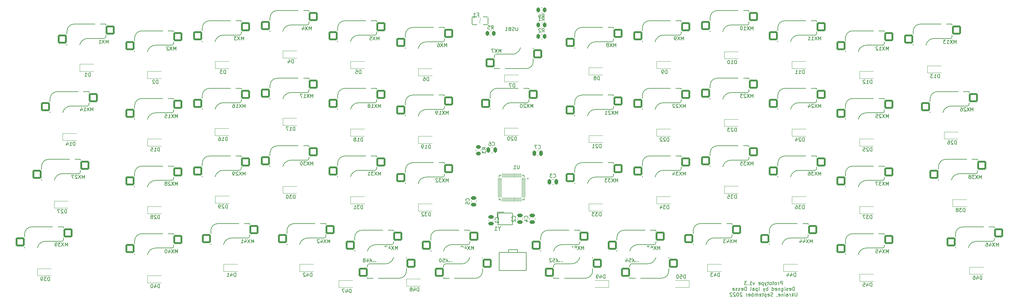
<source format=gbo>
%TF.GenerationSoftware,KiCad,Pcbnew,(6.0.7)*%
%TF.CreationDate,2022-09-18T01:02:23+03:00*%
%TF.ProjectId,teethless40_csl_pcb_schema,74656574-686c-4657-9373-34305f63736c,rev?*%
%TF.SameCoordinates,Original*%
%TF.FileFunction,Legend,Bot*%
%TF.FilePolarity,Positive*%
%FSLAX46Y46*%
G04 Gerber Fmt 4.6, Leading zero omitted, Abs format (unit mm)*
G04 Created by KiCad (PCBNEW (6.0.7)) date 2022-09-18 01:02:23*
%MOMM*%
%LPD*%
G01*
G04 APERTURE LIST*
G04 Aperture macros list*
%AMRoundRect*
0 Rectangle with rounded corners*
0 $1 Rounding radius*
0 $2 $3 $4 $5 $6 $7 $8 $9 X,Y pos of 4 corners*
0 Add a 4 corners polygon primitive as box body*
4,1,4,$2,$3,$4,$5,$6,$7,$8,$9,$2,$3,0*
0 Add four circle primitives for the rounded corners*
1,1,$1+$1,$2,$3*
1,1,$1+$1,$4,$5*
1,1,$1+$1,$6,$7*
1,1,$1+$1,$8,$9*
0 Add four rect primitives between the rounded corners*
20,1,$1+$1,$2,$3,$4,$5,0*
20,1,$1+$1,$4,$5,$6,$7,0*
20,1,$1+$1,$6,$7,$8,$9,0*
20,1,$1+$1,$8,$9,$2,$3,0*%
G04 Aperture macros list end*
%ADD10C,0.160000*%
%ADD11C,0.150000*%
%ADD12C,0.152000*%
%ADD13C,0.120000*%
%ADD14C,0.076000*%
%ADD15C,0.127000*%
%ADD16C,0.200000*%
%ADD17C,0.203200*%
%ADD18C,4.400000*%
%ADD19C,1.750000*%
%ADD20C,3.987800*%
%ADD21C,3.300000*%
%ADD22RoundRect,0.250000X1.025000X1.000000X-1.025000X1.000000X-1.025000X-1.000000X1.025000X-1.000000X0*%
%ADD23R,0.900000X1.200000*%
%ADD24RoundRect,0.250000X0.250000X0.475000X-0.250000X0.475000X-0.250000X-0.475000X0.250000X-0.475000X0*%
%ADD25C,0.650000*%
%ADD26R,0.600000X1.450000*%
%ADD27R,0.300000X1.450000*%
%ADD28O,1.000000X1.600000*%
%ADD29O,1.000000X2.100000*%
%ADD30RoundRect,0.250000X0.262500X0.450000X-0.262500X0.450000X-0.262500X-0.450000X0.262500X-0.450000X0*%
%ADD31RoundRect,0.250000X-1.025000X-1.000000X1.025000X-1.000000X1.025000X1.000000X-1.025000X1.000000X0*%
%ADD32R,1.190000X1.728000*%
%ADD33RoundRect,0.250000X0.475000X-0.250000X0.475000X0.250000X-0.475000X0.250000X-0.475000X-0.250000X0*%
%ADD34RoundRect,0.007800X0.497200X0.122200X-0.497200X0.122200X-0.497200X-0.122200X0.497200X-0.122200X0*%
%ADD35RoundRect,0.033800X0.096200X0.471200X-0.096200X0.471200X-0.096200X-0.471200X0.096200X-0.471200X0*%
%ADD36R,5.200000X5.200000*%
%ADD37RoundRect,0.250000X-0.262500X-0.450000X0.262500X-0.450000X0.262500X0.450000X-0.262500X0.450000X0*%
%ADD38RoundRect,0.250000X-0.475000X0.250000X-0.475000X-0.250000X0.475000X-0.250000X0.475000X0.250000X0*%
%ADD39R,1.400000X1.200000*%
%ADD40R,1.700000X1.700000*%
%ADD41C,1.700000*%
%ADD42RoundRect,0.250000X0.450000X-0.262500X0.450000X0.262500X-0.450000X0.262500X-0.450000X-0.262500X0*%
G04 APERTURE END LIST*
D10*
X238326552Y-101236044D02*
X238326552Y-100236044D01*
X237945600Y-100236044D01*
X237850362Y-100283664D01*
X237802743Y-100331283D01*
X237755124Y-100426521D01*
X237755124Y-100569378D01*
X237802743Y-100664616D01*
X237850362Y-100712235D01*
X237945600Y-100759854D01*
X238326552Y-100759854D01*
X237326552Y-101236044D02*
X237326552Y-100569378D01*
X237326552Y-100759854D02*
X237278933Y-100664616D01*
X237231314Y-100616997D01*
X237136076Y-100569378D01*
X237040838Y-100569378D01*
X236564648Y-101236044D02*
X236659886Y-101188425D01*
X236707505Y-101140806D01*
X236755124Y-101045568D01*
X236755124Y-100759854D01*
X236707505Y-100664616D01*
X236659886Y-100616997D01*
X236564648Y-100569378D01*
X236421790Y-100569378D01*
X236326552Y-100616997D01*
X236278933Y-100664616D01*
X236231314Y-100759854D01*
X236231314Y-101045568D01*
X236278933Y-101140806D01*
X236326552Y-101188425D01*
X236421790Y-101236044D01*
X236564648Y-101236044D01*
X235945600Y-100569378D02*
X235564648Y-100569378D01*
X235802743Y-100236044D02*
X235802743Y-101093187D01*
X235755124Y-101188425D01*
X235659886Y-101236044D01*
X235564648Y-101236044D01*
X235088457Y-101236044D02*
X235183695Y-101188425D01*
X235231314Y-101140806D01*
X235278933Y-101045568D01*
X235278933Y-100759854D01*
X235231314Y-100664616D01*
X235183695Y-100616997D01*
X235088457Y-100569378D01*
X234945600Y-100569378D01*
X234850362Y-100616997D01*
X234802743Y-100664616D01*
X234755124Y-100759854D01*
X234755124Y-101045568D01*
X234802743Y-101140806D01*
X234850362Y-101188425D01*
X234945600Y-101236044D01*
X235088457Y-101236044D01*
X234469409Y-100569378D02*
X234088457Y-100569378D01*
X234326552Y-100236044D02*
X234326552Y-101093187D01*
X234278933Y-101188425D01*
X234183695Y-101236044D01*
X234088457Y-101236044D01*
X233850362Y-100569378D02*
X233612267Y-101236044D01*
X233374171Y-100569378D02*
X233612267Y-101236044D01*
X233707505Y-101474140D01*
X233755124Y-101521759D01*
X233850362Y-101569378D01*
X232993219Y-100569378D02*
X232993219Y-101569378D01*
X232993219Y-100616997D02*
X232897981Y-100569378D01*
X232707505Y-100569378D01*
X232612267Y-100616997D01*
X232564648Y-100664616D01*
X232517028Y-100759854D01*
X232517028Y-101045568D01*
X232564648Y-101140806D01*
X232612267Y-101188425D01*
X232707505Y-101236044D01*
X232897981Y-101236044D01*
X232993219Y-101188425D01*
X231707505Y-101188425D02*
X231802743Y-101236044D01*
X231993219Y-101236044D01*
X232088457Y-101188425D01*
X232136076Y-101093187D01*
X232136076Y-100712235D01*
X232088457Y-100616997D01*
X231993219Y-100569378D01*
X231802743Y-100569378D01*
X231707505Y-100616997D01*
X231659886Y-100712235D01*
X231659886Y-100807473D01*
X232136076Y-100902711D01*
X230564648Y-100569378D02*
X230326552Y-101236044D01*
X230088457Y-100569378D01*
X229183695Y-101236044D02*
X229755124Y-101236044D01*
X229469409Y-101236044D02*
X229469409Y-100236044D01*
X229564648Y-100378902D01*
X229659886Y-100474140D01*
X229755124Y-100521759D01*
X228755124Y-101140806D02*
X228707505Y-101188425D01*
X228755124Y-101236044D01*
X228802743Y-101188425D01*
X228755124Y-101140806D01*
X228755124Y-101236044D01*
X228374171Y-100236044D02*
X227755124Y-100236044D01*
X228088457Y-100616997D01*
X227945600Y-100616997D01*
X227850362Y-100664616D01*
X227802743Y-100712235D01*
X227755124Y-100807473D01*
X227755124Y-101045568D01*
X227802743Y-101140806D01*
X227850362Y-101188425D01*
X227945600Y-101236044D01*
X228231314Y-101236044D01*
X228326552Y-101188425D01*
X228374171Y-101140806D01*
X241731314Y-102846044D02*
X241731314Y-101846044D01*
X241493219Y-101846044D01*
X241350362Y-101893664D01*
X241255124Y-101988902D01*
X241207505Y-102084140D01*
X241159886Y-102274616D01*
X241159886Y-102417473D01*
X241207505Y-102607949D01*
X241255124Y-102703187D01*
X241350362Y-102798425D01*
X241493219Y-102846044D01*
X241731314Y-102846044D01*
X240350362Y-102798425D02*
X240445600Y-102846044D01*
X240636076Y-102846044D01*
X240731314Y-102798425D01*
X240778933Y-102703187D01*
X240778933Y-102322235D01*
X240731314Y-102226997D01*
X240636076Y-102179378D01*
X240445600Y-102179378D01*
X240350362Y-102226997D01*
X240302743Y-102322235D01*
X240302743Y-102417473D01*
X240778933Y-102512711D01*
X239921790Y-102798425D02*
X239826552Y-102846044D01*
X239636076Y-102846044D01*
X239540838Y-102798425D01*
X239493219Y-102703187D01*
X239493219Y-102655568D01*
X239540838Y-102560330D01*
X239636076Y-102512711D01*
X239778933Y-102512711D01*
X239874171Y-102465092D01*
X239921790Y-102369854D01*
X239921790Y-102322235D01*
X239874171Y-102226997D01*
X239778933Y-102179378D01*
X239636076Y-102179378D01*
X239540838Y-102226997D01*
X239064648Y-102846044D02*
X239064648Y-102179378D01*
X239064648Y-101846044D02*
X239112267Y-101893664D01*
X239064648Y-101941283D01*
X239017028Y-101893664D01*
X239064648Y-101846044D01*
X239064648Y-101941283D01*
X238159886Y-102179378D02*
X238159886Y-102988902D01*
X238207505Y-103084140D01*
X238255124Y-103131759D01*
X238350362Y-103179378D01*
X238493219Y-103179378D01*
X238588457Y-103131759D01*
X238159886Y-102798425D02*
X238255124Y-102846044D01*
X238445600Y-102846044D01*
X238540838Y-102798425D01*
X238588457Y-102750806D01*
X238636076Y-102655568D01*
X238636076Y-102369854D01*
X238588457Y-102274616D01*
X238540838Y-102226997D01*
X238445600Y-102179378D01*
X238255124Y-102179378D01*
X238159886Y-102226997D01*
X237683695Y-102179378D02*
X237683695Y-102846044D01*
X237683695Y-102274616D02*
X237636076Y-102226997D01*
X237540838Y-102179378D01*
X237397981Y-102179378D01*
X237302743Y-102226997D01*
X237255124Y-102322235D01*
X237255124Y-102846044D01*
X236397981Y-102798425D02*
X236493219Y-102846044D01*
X236683695Y-102846044D01*
X236778933Y-102798425D01*
X236826552Y-102703187D01*
X236826552Y-102322235D01*
X236778933Y-102226997D01*
X236683695Y-102179378D01*
X236493219Y-102179378D01*
X236397981Y-102226997D01*
X236350362Y-102322235D01*
X236350362Y-102417473D01*
X236826552Y-102512711D01*
X235493219Y-102846044D02*
X235493219Y-101846044D01*
X235493219Y-102798425D02*
X235588457Y-102846044D01*
X235778933Y-102846044D01*
X235874171Y-102798425D01*
X235921790Y-102750806D01*
X235969409Y-102655568D01*
X235969409Y-102369854D01*
X235921790Y-102274616D01*
X235874171Y-102226997D01*
X235778933Y-102179378D01*
X235588457Y-102179378D01*
X235493219Y-102226997D01*
X234255124Y-102846044D02*
X234255124Y-101846044D01*
X234255124Y-102226997D02*
X234159886Y-102179378D01*
X233969409Y-102179378D01*
X233874171Y-102226997D01*
X233826552Y-102274616D01*
X233778933Y-102369854D01*
X233778933Y-102655568D01*
X233826552Y-102750806D01*
X233874171Y-102798425D01*
X233969409Y-102846044D01*
X234159886Y-102846044D01*
X234255124Y-102798425D01*
X233445600Y-102179378D02*
X233207505Y-102846044D01*
X232969409Y-102179378D02*
X233207505Y-102846044D01*
X233302743Y-103084140D01*
X233350362Y-103131759D01*
X233445600Y-103179378D01*
X231826552Y-102846044D02*
X231826552Y-101846044D01*
X231350362Y-102179378D02*
X231350362Y-103179378D01*
X231350362Y-102226997D02*
X231255124Y-102179378D01*
X231064648Y-102179378D01*
X230969409Y-102226997D01*
X230921790Y-102274616D01*
X230874171Y-102369854D01*
X230874171Y-102655568D01*
X230921790Y-102750806D01*
X230969409Y-102798425D01*
X231064648Y-102846044D01*
X231255124Y-102846044D01*
X231350362Y-102798425D01*
X230017028Y-102846044D02*
X230017028Y-102322235D01*
X230064648Y-102226997D01*
X230159886Y-102179378D01*
X230350362Y-102179378D01*
X230445600Y-102226997D01*
X230017028Y-102798425D02*
X230112267Y-102846044D01*
X230350362Y-102846044D01*
X230445600Y-102798425D01*
X230493219Y-102703187D01*
X230493219Y-102607949D01*
X230445600Y-102512711D01*
X230350362Y-102465092D01*
X230112267Y-102465092D01*
X230017028Y-102417473D01*
X229397981Y-102846044D02*
X229493219Y-102798425D01*
X229540838Y-102703187D01*
X229540838Y-101846044D01*
X228255124Y-102846044D02*
X228255124Y-101846044D01*
X228017028Y-101846044D01*
X227874171Y-101893664D01*
X227778933Y-101988902D01*
X227731314Y-102084140D01*
X227683695Y-102274616D01*
X227683695Y-102417473D01*
X227731314Y-102607949D01*
X227778933Y-102703187D01*
X227874171Y-102798425D01*
X228017028Y-102846044D01*
X228255124Y-102846044D01*
X226874171Y-102798425D02*
X226969409Y-102846044D01*
X227159886Y-102846044D01*
X227255124Y-102798425D01*
X227302743Y-102703187D01*
X227302743Y-102322235D01*
X227255124Y-102226997D01*
X227159886Y-102179378D01*
X226969409Y-102179378D01*
X226874171Y-102226997D01*
X226826552Y-102322235D01*
X226826552Y-102417473D01*
X227302743Y-102512711D01*
X226445600Y-102798425D02*
X226350362Y-102846044D01*
X226159886Y-102846044D01*
X226064648Y-102798425D01*
X226017028Y-102703187D01*
X226017028Y-102655568D01*
X226064648Y-102560330D01*
X226159886Y-102512711D01*
X226302743Y-102512711D01*
X226397981Y-102465092D01*
X226445600Y-102369854D01*
X226445600Y-102322235D01*
X226397981Y-102226997D01*
X226302743Y-102179378D01*
X226159886Y-102179378D01*
X226064648Y-102226997D01*
X225636076Y-102798425D02*
X225540838Y-102846044D01*
X225350362Y-102846044D01*
X225255124Y-102798425D01*
X225207505Y-102703187D01*
X225207505Y-102655568D01*
X225255124Y-102560330D01*
X225350362Y-102512711D01*
X225493219Y-102512711D01*
X225588457Y-102465092D01*
X225636076Y-102369854D01*
X225636076Y-102322235D01*
X225588457Y-102226997D01*
X225493219Y-102179378D01*
X225350362Y-102179378D01*
X225255124Y-102226997D01*
X224397981Y-102798425D02*
X224493219Y-102846044D01*
X224683695Y-102846044D01*
X224778933Y-102798425D01*
X224826552Y-102703187D01*
X224826552Y-102322235D01*
X224778933Y-102226997D01*
X224683695Y-102179378D01*
X224493219Y-102179378D01*
X224397981Y-102226997D01*
X224350362Y-102322235D01*
X224350362Y-102417473D01*
X224826552Y-102512711D01*
X242469409Y-103456044D02*
X242469409Y-104265568D01*
X242421790Y-104360806D01*
X242374171Y-104408425D01*
X242278933Y-104456044D01*
X242088457Y-104456044D01*
X241993219Y-104408425D01*
X241945600Y-104360806D01*
X241897981Y-104265568D01*
X241897981Y-103456044D01*
X241421790Y-104456044D02*
X241421790Y-103456044D01*
X241326552Y-104075092D02*
X241040838Y-104456044D01*
X241040838Y-103789378D02*
X241421790Y-104170330D01*
X240612267Y-104456044D02*
X240612267Y-103789378D01*
X240612267Y-103979854D02*
X240564648Y-103884616D01*
X240517028Y-103836997D01*
X240421790Y-103789378D01*
X240326552Y-103789378D01*
X239564648Y-104456044D02*
X239564648Y-103932235D01*
X239612267Y-103836997D01*
X239707505Y-103789378D01*
X239897981Y-103789378D01*
X239993219Y-103836997D01*
X239564648Y-104408425D02*
X239659886Y-104456044D01*
X239897981Y-104456044D01*
X239993219Y-104408425D01*
X240040838Y-104313187D01*
X240040838Y-104217949D01*
X239993219Y-104122711D01*
X239897981Y-104075092D01*
X239659886Y-104075092D01*
X239564648Y-104027473D01*
X239088457Y-104456044D02*
X239088457Y-103789378D01*
X239088457Y-103456044D02*
X239136076Y-103503664D01*
X239088457Y-103551283D01*
X239040838Y-103503664D01*
X239088457Y-103456044D01*
X239088457Y-103551283D01*
X238612267Y-103789378D02*
X238612267Y-104456044D01*
X238612267Y-103884616D02*
X238564648Y-103836997D01*
X238469409Y-103789378D01*
X238326552Y-103789378D01*
X238231314Y-103836997D01*
X238183695Y-103932235D01*
X238183695Y-104456044D01*
X237326552Y-104408425D02*
X237421790Y-104456044D01*
X237612267Y-104456044D01*
X237707505Y-104408425D01*
X237755124Y-104313187D01*
X237755124Y-103932235D01*
X237707505Y-103836997D01*
X237612267Y-103789378D01*
X237421790Y-103789378D01*
X237326552Y-103836997D01*
X237278933Y-103932235D01*
X237278933Y-104027473D01*
X237755124Y-104122711D01*
X236802743Y-104408425D02*
X236802743Y-104456044D01*
X236850362Y-104551283D01*
X236897981Y-104598902D01*
X235659886Y-104408425D02*
X235517028Y-104456044D01*
X235278933Y-104456044D01*
X235183695Y-104408425D01*
X235136076Y-104360806D01*
X235088457Y-104265568D01*
X235088457Y-104170330D01*
X235136076Y-104075092D01*
X235183695Y-104027473D01*
X235278933Y-103979854D01*
X235469409Y-103932235D01*
X235564648Y-103884616D01*
X235612267Y-103836997D01*
X235659886Y-103741759D01*
X235659886Y-103646521D01*
X235612267Y-103551283D01*
X235564648Y-103503664D01*
X235469409Y-103456044D01*
X235231314Y-103456044D01*
X235088457Y-103503664D01*
X234278933Y-104408425D02*
X234374171Y-104456044D01*
X234564648Y-104456044D01*
X234659886Y-104408425D01*
X234707505Y-104313187D01*
X234707505Y-103932235D01*
X234659886Y-103836997D01*
X234564648Y-103789378D01*
X234374171Y-103789378D01*
X234278933Y-103836997D01*
X234231314Y-103932235D01*
X234231314Y-104027473D01*
X234707505Y-104122711D01*
X233802743Y-103789378D02*
X233802743Y-104789378D01*
X233802743Y-103836997D02*
X233707505Y-103789378D01*
X233517028Y-103789378D01*
X233421790Y-103836997D01*
X233374171Y-103884616D01*
X233326552Y-103979854D01*
X233326552Y-104265568D01*
X233374171Y-104360806D01*
X233421790Y-104408425D01*
X233517028Y-104456044D01*
X233707505Y-104456044D01*
X233802743Y-104408425D01*
X233040838Y-103789378D02*
X232659886Y-103789378D01*
X232897981Y-103456044D02*
X232897981Y-104313187D01*
X232850362Y-104408425D01*
X232755124Y-104456044D01*
X232659886Y-104456044D01*
X231945600Y-104408425D02*
X232040838Y-104456044D01*
X232231314Y-104456044D01*
X232326552Y-104408425D01*
X232374171Y-104313187D01*
X232374171Y-103932235D01*
X232326552Y-103836997D01*
X232231314Y-103789378D01*
X232040838Y-103789378D01*
X231945600Y-103836997D01*
X231897981Y-103932235D01*
X231897981Y-104027473D01*
X232374171Y-104122711D01*
X231469409Y-104456044D02*
X231469409Y-103789378D01*
X231469409Y-103884616D02*
X231421790Y-103836997D01*
X231326552Y-103789378D01*
X231183695Y-103789378D01*
X231088457Y-103836997D01*
X231040838Y-103932235D01*
X231040838Y-104456044D01*
X231040838Y-103932235D02*
X230993219Y-103836997D01*
X230897981Y-103789378D01*
X230755124Y-103789378D01*
X230659886Y-103836997D01*
X230612267Y-103932235D01*
X230612267Y-104456044D01*
X230136076Y-104456044D02*
X230136076Y-103456044D01*
X230136076Y-103836997D02*
X230040838Y-103789378D01*
X229850362Y-103789378D01*
X229755124Y-103836997D01*
X229707505Y-103884616D01*
X229659886Y-103979854D01*
X229659886Y-104265568D01*
X229707505Y-104360806D01*
X229755124Y-104408425D01*
X229850362Y-104456044D01*
X230040838Y-104456044D01*
X230136076Y-104408425D01*
X228850362Y-104408425D02*
X228945600Y-104456044D01*
X229136076Y-104456044D01*
X229231314Y-104408425D01*
X229278933Y-104313187D01*
X229278933Y-103932235D01*
X229231314Y-103836997D01*
X229136076Y-103789378D01*
X228945600Y-103789378D01*
X228850362Y-103836997D01*
X228802743Y-103932235D01*
X228802743Y-104027473D01*
X229278933Y-104122711D01*
X228374171Y-104456044D02*
X228374171Y-103789378D01*
X228374171Y-103979854D02*
X228326552Y-103884616D01*
X228278933Y-103836997D01*
X228183695Y-103789378D01*
X228088457Y-103789378D01*
X227040838Y-103551283D02*
X226993219Y-103503664D01*
X226897981Y-103456044D01*
X226659886Y-103456044D01*
X226564648Y-103503664D01*
X226517028Y-103551283D01*
X226469409Y-103646521D01*
X226469409Y-103741759D01*
X226517028Y-103884616D01*
X227088457Y-104456044D01*
X226469409Y-104456044D01*
X225850362Y-103456044D02*
X225755124Y-103456044D01*
X225659886Y-103503664D01*
X225612267Y-103551283D01*
X225564648Y-103646521D01*
X225517028Y-103836997D01*
X225517028Y-104075092D01*
X225564648Y-104265568D01*
X225612267Y-104360806D01*
X225659886Y-104408425D01*
X225755124Y-104456044D01*
X225850362Y-104456044D01*
X225945600Y-104408425D01*
X225993219Y-104360806D01*
X226040838Y-104265568D01*
X226088457Y-104075092D01*
X226088457Y-103836997D01*
X226040838Y-103646521D01*
X225993219Y-103551283D01*
X225945600Y-103503664D01*
X225850362Y-103456044D01*
X225136076Y-103551283D02*
X225088457Y-103503664D01*
X224993219Y-103456044D01*
X224755124Y-103456044D01*
X224659886Y-103503664D01*
X224612267Y-103551283D01*
X224564648Y-103646521D01*
X224564648Y-103741759D01*
X224612267Y-103884616D01*
X225183695Y-104456044D01*
X224564648Y-104456044D01*
X224183695Y-103551283D02*
X224136076Y-103503664D01*
X224040838Y-103456044D01*
X223802743Y-103456044D01*
X223707505Y-103503664D01*
X223659886Y-103551283D01*
X223612267Y-103646521D01*
X223612267Y-103741759D01*
X223659886Y-103884616D01*
X224231314Y-104456044D01*
X223612267Y-104456044D01*
D11*
X144395654Y-72272380D02*
X144395654Y-71272380D01*
X144062321Y-71986666D01*
X143728988Y-71272380D01*
X143728988Y-72272380D01*
X143348035Y-71272380D02*
X142681369Y-72272380D01*
X142681369Y-71272380D02*
X143348035Y-72272380D01*
X142395654Y-71272380D02*
X141776607Y-71272380D01*
X142109940Y-71653333D01*
X141967083Y-71653333D01*
X141871845Y-71700952D01*
X141824226Y-71748571D01*
X141776607Y-71843809D01*
X141776607Y-72081904D01*
X141824226Y-72177142D01*
X141871845Y-72224761D01*
X141967083Y-72272380D01*
X142252797Y-72272380D01*
X142348035Y-72224761D01*
X142395654Y-72177142D01*
X141395654Y-71367619D02*
X141348035Y-71320000D01*
X141252797Y-71272380D01*
X141014702Y-71272380D01*
X140919464Y-71320000D01*
X140871845Y-71367619D01*
X140824226Y-71462857D01*
X140824226Y-71558095D01*
X140871845Y-71700952D01*
X141443273Y-72272380D01*
X140824226Y-72272380D01*
X130095654Y-91322380D02*
X130095654Y-90322380D01*
X129762321Y-91036666D01*
X129428988Y-90322380D01*
X129428988Y-91322380D01*
X129048035Y-90322380D02*
X128381369Y-91322380D01*
X128381369Y-90322380D02*
X129048035Y-91322380D01*
X127571845Y-90655714D02*
X127571845Y-91322380D01*
X127809940Y-90274761D02*
X128048035Y-90989047D01*
X127428988Y-90989047D01*
X127143273Y-90322380D02*
X126476607Y-90322380D01*
X126905178Y-91322380D01*
X263548660Y-101671130D02*
X263548660Y-100671130D01*
X263310565Y-100671130D01*
X263167708Y-100718750D01*
X263072470Y-100813988D01*
X263024851Y-100909226D01*
X262977232Y-101099702D01*
X262977232Y-101242559D01*
X263024851Y-101433035D01*
X263072470Y-101528273D01*
X263167708Y-101623511D01*
X263310565Y-101671130D01*
X263548660Y-101671130D01*
X262120089Y-101004464D02*
X262120089Y-101671130D01*
X262358184Y-100623511D02*
X262596279Y-101337797D01*
X261977232Y-101337797D01*
X261120089Y-100671130D02*
X261596279Y-100671130D01*
X261643898Y-101147321D01*
X261596279Y-101099702D01*
X261501041Y-101052083D01*
X261262946Y-101052083D01*
X261167708Y-101099702D01*
X261120089Y-101147321D01*
X261072470Y-101242559D01*
X261072470Y-101480654D01*
X261120089Y-101575892D01*
X261167708Y-101623511D01*
X261262946Y-101671130D01*
X261501041Y-101671130D01*
X261596279Y-101623511D01*
X261643898Y-101575892D01*
X225368154Y-89422380D02*
X225368154Y-88422380D01*
X225034821Y-89136666D01*
X224701488Y-88422380D01*
X224701488Y-89422380D01*
X224320535Y-88422380D02*
X223653869Y-89422380D01*
X223653869Y-88422380D02*
X224320535Y-89422380D01*
X222844345Y-88755714D02*
X222844345Y-89422380D01*
X223082440Y-88374761D02*
X223320535Y-89089047D01*
X222701488Y-89089047D01*
X222415773Y-88422380D02*
X221796726Y-88422380D01*
X222130059Y-88803333D01*
X221987202Y-88803333D01*
X221891964Y-88850952D01*
X221844345Y-88898571D01*
X221796726Y-88993809D01*
X221796726Y-89231904D01*
X221844345Y-89327142D01*
X221891964Y-89374761D01*
X221987202Y-89422380D01*
X222272916Y-89422380D01*
X222368154Y-89374761D01*
X222415773Y-89327142D01*
X144395654Y-53222380D02*
X144395654Y-52222380D01*
X144062321Y-52936666D01*
X143728988Y-52222380D01*
X143728988Y-53222380D01*
X143348035Y-52222380D02*
X142681369Y-53222380D01*
X142681369Y-52222380D02*
X143348035Y-53222380D01*
X141776607Y-53222380D02*
X142348035Y-53222380D01*
X142062321Y-53222380D02*
X142062321Y-52222380D01*
X142157559Y-52365238D01*
X142252797Y-52460476D01*
X142348035Y-52508095D01*
X141300416Y-53222380D02*
X141109940Y-53222380D01*
X141014702Y-53174761D01*
X140967083Y-53127142D01*
X140871845Y-52984285D01*
X140824226Y-52793809D01*
X140824226Y-52412857D01*
X140871845Y-52317619D01*
X140919464Y-52270000D01*
X141014702Y-52222380D01*
X141205178Y-52222380D01*
X141300416Y-52270000D01*
X141348035Y-52317619D01*
X141395654Y-52412857D01*
X141395654Y-52650952D01*
X141348035Y-52746190D01*
X141300416Y-52793809D01*
X141205178Y-52841428D01*
X141014702Y-52841428D01*
X140919464Y-52793809D01*
X140871845Y-52746190D01*
X140824226Y-52650952D01*
X48668839Y-33209880D02*
X48668839Y-32209880D01*
X48335505Y-32924166D01*
X48002172Y-32209880D01*
X48002172Y-33209880D01*
X47621220Y-32209880D02*
X46954553Y-33209880D01*
X46954553Y-32209880D02*
X47621220Y-33209880D01*
X46049791Y-33209880D02*
X46621220Y-33209880D01*
X46335505Y-33209880D02*
X46335505Y-32209880D01*
X46430744Y-32352738D01*
X46525982Y-32447976D01*
X46621220Y-32495595D01*
X225434285Y-76882380D02*
X225434285Y-75882380D01*
X225196190Y-75882380D01*
X225053333Y-75930000D01*
X224958095Y-76025238D01*
X224910476Y-76120476D01*
X224862857Y-76310952D01*
X224862857Y-76453809D01*
X224910476Y-76644285D01*
X224958095Y-76739523D01*
X225053333Y-76834761D01*
X225196190Y-76882380D01*
X225434285Y-76882380D01*
X224529523Y-75882380D02*
X223910476Y-75882380D01*
X224243809Y-76263333D01*
X224100952Y-76263333D01*
X224005714Y-76310952D01*
X223958095Y-76358571D01*
X223910476Y-76453809D01*
X223910476Y-76691904D01*
X223958095Y-76787142D01*
X224005714Y-76834761D01*
X224100952Y-76882380D01*
X224386666Y-76882380D01*
X224481904Y-76834761D01*
X224529523Y-76787142D01*
X223005714Y-75882380D02*
X223481904Y-75882380D01*
X223529523Y-76358571D01*
X223481904Y-76310952D01*
X223386666Y-76263333D01*
X223148571Y-76263333D01*
X223053333Y-76310952D01*
X223005714Y-76358571D01*
X222958095Y-76453809D01*
X222958095Y-76691904D01*
X223005714Y-76787142D01*
X223053333Y-76834761D01*
X223148571Y-76882380D01*
X223386666Y-76882380D01*
X223481904Y-76834761D01*
X223529523Y-76787142D01*
X263548660Y-82621130D02*
X263548660Y-81621130D01*
X263310565Y-81621130D01*
X263167708Y-81668750D01*
X263072470Y-81763988D01*
X263024851Y-81859226D01*
X262977232Y-82049702D01*
X262977232Y-82192559D01*
X263024851Y-82383035D01*
X263072470Y-82478273D01*
X263167708Y-82573511D01*
X263310565Y-82621130D01*
X263548660Y-82621130D01*
X262643898Y-81621130D02*
X262024851Y-81621130D01*
X262358184Y-82002083D01*
X262215327Y-82002083D01*
X262120089Y-82049702D01*
X262072470Y-82097321D01*
X262024851Y-82192559D01*
X262024851Y-82430654D01*
X262072470Y-82525892D01*
X262120089Y-82573511D01*
X262215327Y-82621130D01*
X262501041Y-82621130D01*
X262596279Y-82573511D01*
X262643898Y-82525892D01*
X261691517Y-81621130D02*
X261024851Y-81621130D01*
X261453422Y-82621130D01*
X182495654Y-91312380D02*
X182495654Y-90312380D01*
X182162321Y-91026666D01*
X181828988Y-90312380D01*
X181828988Y-91312380D01*
X181448035Y-90312380D02*
X180781369Y-91312380D01*
X180781369Y-90312380D02*
X181448035Y-91312380D01*
X179924226Y-90312380D02*
X180400416Y-90312380D01*
X180448035Y-90788571D01*
X180400416Y-90740952D01*
X180305178Y-90693333D01*
X180067083Y-90693333D01*
X179971845Y-90740952D01*
X179924226Y-90788571D01*
X179876607Y-90883809D01*
X179876607Y-91121904D01*
X179924226Y-91217142D01*
X179971845Y-91264761D01*
X180067083Y-91312380D01*
X180305178Y-91312380D01*
X180400416Y-91264761D01*
X180448035Y-91217142D01*
X178924226Y-91312380D02*
X179495654Y-91312380D01*
X179209940Y-91312380D02*
X179209940Y-90312380D01*
X179305178Y-90455238D01*
X179400416Y-90550476D01*
X179495654Y-90598095D01*
X169656666Y-62797142D02*
X169704285Y-62844761D01*
X169847142Y-62892380D01*
X169942380Y-62892380D01*
X170085238Y-62844761D01*
X170180476Y-62749523D01*
X170228095Y-62654285D01*
X170275714Y-62463809D01*
X170275714Y-62320952D01*
X170228095Y-62130476D01*
X170180476Y-62035238D01*
X170085238Y-61940000D01*
X169942380Y-61892380D01*
X169847142Y-61892380D01*
X169704285Y-61940000D01*
X169656666Y-61987619D01*
X169323333Y-61892380D02*
X168656666Y-61892380D01*
X169085238Y-62892380D01*
X163938095Y-28650016D02*
X163938095Y-29459540D01*
X163890476Y-29554778D01*
X163842857Y-29602397D01*
X163747619Y-29650016D01*
X163557142Y-29650016D01*
X163461904Y-29602397D01*
X163414285Y-29554778D01*
X163366666Y-29459540D01*
X163366666Y-28650016D01*
X162938095Y-29602397D02*
X162795238Y-29650016D01*
X162557142Y-29650016D01*
X162461904Y-29602397D01*
X162414285Y-29554778D01*
X162366666Y-29459540D01*
X162366666Y-29364302D01*
X162414285Y-29269064D01*
X162461904Y-29221445D01*
X162557142Y-29173826D01*
X162747619Y-29126207D01*
X162842857Y-29078588D01*
X162890476Y-29030969D01*
X162938095Y-28935731D01*
X162938095Y-28840493D01*
X162890476Y-28745255D01*
X162842857Y-28697636D01*
X162747619Y-28650016D01*
X162509523Y-28650016D01*
X162366666Y-28697636D01*
X161604761Y-29126207D02*
X161461904Y-29173826D01*
X161414285Y-29221445D01*
X161366666Y-29316683D01*
X161366666Y-29459540D01*
X161414285Y-29554778D01*
X161461904Y-29602397D01*
X161557142Y-29650016D01*
X161938095Y-29650016D01*
X161938095Y-28650016D01*
X161604761Y-28650016D01*
X161509523Y-28697636D01*
X161461904Y-28745255D01*
X161414285Y-28840493D01*
X161414285Y-28935731D01*
X161461904Y-29030969D01*
X161509523Y-29078588D01*
X161604761Y-29126207D01*
X161938095Y-29126207D01*
X160414285Y-29650016D02*
X160985714Y-29650016D01*
X160700000Y-29650016D02*
X160700000Y-28650016D01*
X160795238Y-28792874D01*
X160890476Y-28888112D01*
X160985714Y-28935731D01*
X211075654Y-70372380D02*
X211075654Y-69372380D01*
X210742321Y-70086666D01*
X210408988Y-69372380D01*
X210408988Y-70372380D01*
X210028035Y-69372380D02*
X209361369Y-70372380D01*
X209361369Y-69372380D02*
X210028035Y-70372380D01*
X209075654Y-69372380D02*
X208456607Y-69372380D01*
X208789940Y-69753333D01*
X208647083Y-69753333D01*
X208551845Y-69800952D01*
X208504226Y-69848571D01*
X208456607Y-69943809D01*
X208456607Y-70181904D01*
X208504226Y-70277142D01*
X208551845Y-70324761D01*
X208647083Y-70372380D01*
X208932797Y-70372380D01*
X209028035Y-70324761D01*
X209075654Y-70277142D01*
X207599464Y-69705714D02*
X207599464Y-70372380D01*
X207837559Y-69324761D02*
X208075654Y-70039047D01*
X207456607Y-70039047D01*
X44382529Y-52259880D02*
X44382529Y-51259880D01*
X44049196Y-51974166D01*
X43715863Y-51259880D01*
X43715863Y-52259880D01*
X43334910Y-51259880D02*
X42668244Y-52259880D01*
X42668244Y-51259880D02*
X43334910Y-52259880D01*
X41763482Y-52259880D02*
X42334910Y-52259880D01*
X42049196Y-52259880D02*
X42049196Y-51259880D01*
X42144434Y-51402738D01*
X42239672Y-51497976D01*
X42334910Y-51545595D01*
X40906339Y-51593214D02*
X40906339Y-52259880D01*
X41144434Y-51212261D02*
X41382529Y-51926547D01*
X40763482Y-51926547D01*
X244498660Y-60793005D02*
X244498660Y-59793005D01*
X244260565Y-59793005D01*
X244117708Y-59840625D01*
X244022470Y-59935863D01*
X243974851Y-60031101D01*
X243927232Y-60221577D01*
X243927232Y-60364434D01*
X243974851Y-60554910D01*
X244022470Y-60650148D01*
X244117708Y-60745386D01*
X244260565Y-60793005D01*
X244498660Y-60793005D01*
X243546279Y-59888244D02*
X243498660Y-59840625D01*
X243403422Y-59793005D01*
X243165327Y-59793005D01*
X243070089Y-59840625D01*
X243022470Y-59888244D01*
X242974851Y-59983482D01*
X242974851Y-60078720D01*
X243022470Y-60221577D01*
X243593898Y-60793005D01*
X242974851Y-60793005D01*
X242117708Y-60126339D02*
X242117708Y-60793005D01*
X242355803Y-59745386D02*
X242593898Y-60459672D01*
X241974851Y-60459672D01*
X186878095Y-43472380D02*
X186878095Y-42472380D01*
X186640000Y-42472380D01*
X186497142Y-42520000D01*
X186401904Y-42615238D01*
X186354285Y-42710476D01*
X186306666Y-42900952D01*
X186306666Y-43043809D01*
X186354285Y-43234285D01*
X186401904Y-43329523D01*
X186497142Y-43424761D01*
X186640000Y-43472380D01*
X186878095Y-43472380D01*
X185735238Y-42900952D02*
X185830476Y-42853333D01*
X185878095Y-42805714D01*
X185925714Y-42710476D01*
X185925714Y-42662857D01*
X185878095Y-42567619D01*
X185830476Y-42520000D01*
X185735238Y-42472380D01*
X185544761Y-42472380D01*
X185449523Y-42520000D01*
X185401904Y-42567619D01*
X185354285Y-42662857D01*
X185354285Y-42710476D01*
X185401904Y-42805714D01*
X185449523Y-42853333D01*
X185544761Y-42900952D01*
X185735238Y-42900952D01*
X185830476Y-42948571D01*
X185878095Y-42996190D01*
X185925714Y-43091428D01*
X185925714Y-43281904D01*
X185878095Y-43377142D01*
X185830476Y-43424761D01*
X185735238Y-43472380D01*
X185544761Y-43472380D01*
X185449523Y-43424761D01*
X185401904Y-43377142D01*
X185354285Y-43281904D01*
X185354285Y-43091428D01*
X185401904Y-42996190D01*
X185449523Y-42948571D01*
X185544761Y-42900952D01*
X170723554Y-26836260D02*
X171056888Y-26360070D01*
X171294983Y-26836260D02*
X171294983Y-25836260D01*
X170914030Y-25836260D01*
X170818792Y-25883880D01*
X170771173Y-25931499D01*
X170723554Y-26026737D01*
X170723554Y-26169594D01*
X170771173Y-26264832D01*
X170818792Y-26312451D01*
X170914030Y-26360070D01*
X171294983Y-26360070D01*
X169771173Y-26836260D02*
X170342602Y-26836260D01*
X170056888Y-26836260D02*
X170056888Y-25836260D01*
X170152126Y-25979118D01*
X170247364Y-26074356D01*
X170342602Y-26121975D01*
X63126785Y-102068005D02*
X63126785Y-101068005D01*
X62888690Y-101068005D01*
X62745833Y-101115625D01*
X62650595Y-101210863D01*
X62602976Y-101306101D01*
X62555357Y-101496577D01*
X62555357Y-101639434D01*
X62602976Y-101829910D01*
X62650595Y-101925148D01*
X62745833Y-102020386D01*
X62888690Y-102068005D01*
X63126785Y-102068005D01*
X61698214Y-101401339D02*
X61698214Y-102068005D01*
X61936309Y-101020386D02*
X62174404Y-101734672D01*
X61555357Y-101734672D01*
X60983928Y-101068005D02*
X60888690Y-101068005D01*
X60793452Y-101115625D01*
X60745833Y-101163244D01*
X60698214Y-101258482D01*
X60650595Y-101448958D01*
X60650595Y-101687053D01*
X60698214Y-101877529D01*
X60745833Y-101972767D01*
X60793452Y-102020386D01*
X60888690Y-102068005D01*
X60983928Y-102068005D01*
X61079166Y-102020386D01*
X61126785Y-101972767D01*
X61174404Y-101877529D01*
X61222023Y-101687053D01*
X61222023Y-101448958D01*
X61174404Y-101258482D01*
X61126785Y-101163244D01*
X61079166Y-101115625D01*
X60983928Y-101068005D01*
X268215654Y-92272380D02*
X268215654Y-91272380D01*
X267882321Y-91986666D01*
X267548988Y-91272380D01*
X267548988Y-92272380D01*
X267168035Y-91272380D02*
X266501369Y-92272380D01*
X266501369Y-91272380D02*
X267168035Y-92272380D01*
X265691845Y-91605714D02*
X265691845Y-92272380D01*
X265929940Y-91224761D02*
X266168035Y-91939047D01*
X265548988Y-91939047D01*
X264691845Y-91272380D02*
X265168035Y-91272380D01*
X265215654Y-91748571D01*
X265168035Y-91700952D01*
X265072797Y-91653333D01*
X264834702Y-91653333D01*
X264739464Y-91700952D01*
X264691845Y-91748571D01*
X264644226Y-91843809D01*
X264644226Y-92081904D01*
X264691845Y-92177142D01*
X264739464Y-92224761D01*
X264834702Y-92272380D01*
X265072797Y-92272380D01*
X265168035Y-92224761D01*
X265215654Y-92177142D01*
X138850595Y-43727380D02*
X138850595Y-42727380D01*
X138612500Y-42727380D01*
X138469642Y-42775000D01*
X138374404Y-42870238D01*
X138326785Y-42965476D01*
X138279166Y-43155952D01*
X138279166Y-43298809D01*
X138326785Y-43489285D01*
X138374404Y-43584523D01*
X138469642Y-43679761D01*
X138612500Y-43727380D01*
X138850595Y-43727380D01*
X137422023Y-42727380D02*
X137612500Y-42727380D01*
X137707738Y-42775000D01*
X137755357Y-42822619D01*
X137850595Y-42965476D01*
X137898214Y-43155952D01*
X137898214Y-43536904D01*
X137850595Y-43632142D01*
X137802976Y-43679761D01*
X137707738Y-43727380D01*
X137517261Y-43727380D01*
X137422023Y-43679761D01*
X137374404Y-43632142D01*
X137326785Y-43536904D01*
X137326785Y-43298809D01*
X137374404Y-43203571D01*
X137422023Y-43155952D01*
X137517261Y-43108333D01*
X137707738Y-43108333D01*
X137802976Y-43155952D01*
X137850595Y-43203571D01*
X137898214Y-43298809D01*
X86769464Y-32272380D02*
X86769464Y-31272380D01*
X86436130Y-31986666D01*
X86102797Y-31272380D01*
X86102797Y-32272380D01*
X85721845Y-31272380D02*
X85055178Y-32272380D01*
X85055178Y-31272380D02*
X85721845Y-32272380D01*
X84769464Y-31272380D02*
X84150416Y-31272380D01*
X84483750Y-31653333D01*
X84340892Y-31653333D01*
X84245654Y-31700952D01*
X84198035Y-31748571D01*
X84150416Y-31843809D01*
X84150416Y-32081904D01*
X84198035Y-32177142D01*
X84245654Y-32224761D01*
X84340892Y-32272380D01*
X84626607Y-32272380D01*
X84721845Y-32224761D01*
X84769464Y-32177142D01*
X136073035Y-103009880D02*
X136073035Y-102009880D01*
X135834940Y-102009880D01*
X135692083Y-102057500D01*
X135596845Y-102152738D01*
X135549226Y-102247976D01*
X135501607Y-102438452D01*
X135501607Y-102581309D01*
X135549226Y-102771785D01*
X135596845Y-102867023D01*
X135692083Y-102962261D01*
X135834940Y-103009880D01*
X136073035Y-103009880D01*
X134644464Y-102343214D02*
X134644464Y-103009880D01*
X134882559Y-101962261D02*
X135120654Y-102676547D01*
X134501607Y-102676547D01*
X133977797Y-102438452D02*
X134073035Y-102390833D01*
X134120654Y-102343214D01*
X134168273Y-102247976D01*
X134168273Y-102200357D01*
X134120654Y-102105119D01*
X134073035Y-102057500D01*
X133977797Y-102009880D01*
X133787321Y-102009880D01*
X133692083Y-102057500D01*
X133644464Y-102105119D01*
X133596845Y-102200357D01*
X133596845Y-102247976D01*
X133644464Y-102343214D01*
X133692083Y-102390833D01*
X133787321Y-102438452D01*
X133977797Y-102438452D01*
X134073035Y-102486071D01*
X134120654Y-102533690D01*
X134168273Y-102628928D01*
X134168273Y-102819404D01*
X134120654Y-102914642D01*
X134073035Y-102962261D01*
X133977797Y-103009880D01*
X133787321Y-103009880D01*
X133692083Y-102962261D01*
X133644464Y-102914642D01*
X133596845Y-102819404D01*
X133596845Y-102628928D01*
X133644464Y-102533690D01*
X133692083Y-102486071D01*
X133787321Y-102438452D01*
X106295654Y-48462380D02*
X106295654Y-47462380D01*
X105962321Y-48176666D01*
X105628988Y-47462380D01*
X105628988Y-48462380D01*
X105248035Y-47462380D02*
X104581369Y-48462380D01*
X104581369Y-47462380D02*
X105248035Y-48462380D01*
X103676607Y-48462380D02*
X104248035Y-48462380D01*
X103962321Y-48462380D02*
X103962321Y-47462380D01*
X104057559Y-47605238D01*
X104152797Y-47700476D01*
X104248035Y-47748095D01*
X103343273Y-47462380D02*
X102676607Y-47462380D01*
X103105178Y-48462380D01*
X230125654Y-48462380D02*
X230125654Y-47462380D01*
X229792321Y-48176666D01*
X229458988Y-47462380D01*
X229458988Y-48462380D01*
X229078035Y-47462380D02*
X228411369Y-48462380D01*
X228411369Y-47462380D02*
X229078035Y-48462380D01*
X228078035Y-47557619D02*
X228030416Y-47510000D01*
X227935178Y-47462380D01*
X227697083Y-47462380D01*
X227601845Y-47510000D01*
X227554226Y-47557619D01*
X227506607Y-47652857D01*
X227506607Y-47748095D01*
X227554226Y-47890952D01*
X228125654Y-48462380D01*
X227506607Y-48462380D01*
X227173273Y-47462380D02*
X226554226Y-47462380D01*
X226887559Y-47843333D01*
X226744702Y-47843333D01*
X226649464Y-47890952D01*
X226601845Y-47938571D01*
X226554226Y-48033809D01*
X226554226Y-48271904D01*
X226601845Y-48367142D01*
X226649464Y-48414761D01*
X226744702Y-48462380D01*
X227030416Y-48462380D01*
X227125654Y-48414761D01*
X227173273Y-48367142D01*
X287361160Y-61586755D02*
X287361160Y-60586755D01*
X287123065Y-60586755D01*
X286980208Y-60634375D01*
X286884970Y-60729613D01*
X286837351Y-60824851D01*
X286789732Y-61015327D01*
X286789732Y-61158184D01*
X286837351Y-61348660D01*
X286884970Y-61443898D01*
X286980208Y-61539136D01*
X287123065Y-61586755D01*
X287361160Y-61586755D01*
X286408779Y-60681994D02*
X286361160Y-60634375D01*
X286265922Y-60586755D01*
X286027827Y-60586755D01*
X285932589Y-60634375D01*
X285884970Y-60681994D01*
X285837351Y-60777232D01*
X285837351Y-60872470D01*
X285884970Y-61015327D01*
X286456398Y-61586755D01*
X285837351Y-61586755D01*
X284980208Y-60586755D02*
X285170684Y-60586755D01*
X285265922Y-60634375D01*
X285313541Y-60681994D01*
X285408779Y-60824851D01*
X285456398Y-61015327D01*
X285456398Y-61396279D01*
X285408779Y-61491517D01*
X285361160Y-61539136D01*
X285265922Y-61586755D01*
X285075446Y-61586755D01*
X284980208Y-61539136D01*
X284932589Y-61491517D01*
X284884970Y-61396279D01*
X284884970Y-61158184D01*
X284932589Y-61062946D01*
X284980208Y-61015327D01*
X285075446Y-60967708D01*
X285265922Y-60967708D01*
X285361160Y-61015327D01*
X285408779Y-61062946D01*
X285456398Y-61158184D01*
X244498660Y-79843005D02*
X244498660Y-78843005D01*
X244260565Y-78843005D01*
X244117708Y-78890625D01*
X244022470Y-78985863D01*
X243974851Y-79081101D01*
X243927232Y-79271577D01*
X243927232Y-79414434D01*
X243974851Y-79604910D01*
X244022470Y-79700148D01*
X244117708Y-79795386D01*
X244260565Y-79843005D01*
X244498660Y-79843005D01*
X243593898Y-78843005D02*
X242974851Y-78843005D01*
X243308184Y-79223958D01*
X243165327Y-79223958D01*
X243070089Y-79271577D01*
X243022470Y-79319196D01*
X242974851Y-79414434D01*
X242974851Y-79652529D01*
X243022470Y-79747767D01*
X243070089Y-79795386D01*
X243165327Y-79843005D01*
X243451041Y-79843005D01*
X243546279Y-79795386D01*
X243593898Y-79747767D01*
X242117708Y-78843005D02*
X242308184Y-78843005D01*
X242403422Y-78890625D01*
X242451041Y-78938244D01*
X242546279Y-79081101D01*
X242593898Y-79271577D01*
X242593898Y-79652529D01*
X242546279Y-79747767D01*
X242498660Y-79795386D01*
X242403422Y-79843005D01*
X242212946Y-79843005D01*
X242117708Y-79795386D01*
X242070089Y-79747767D01*
X242022470Y-79652529D01*
X242022470Y-79414434D01*
X242070089Y-79319196D01*
X242117708Y-79271577D01*
X242212946Y-79223958D01*
X242403422Y-79223958D01*
X242498660Y-79271577D01*
X242546279Y-79319196D01*
X242593898Y-79414434D01*
X159219464Y-35762380D02*
X159219464Y-34762380D01*
X158886130Y-35476666D01*
X158552797Y-34762380D01*
X158552797Y-35762380D01*
X158171845Y-34762380D02*
X157505178Y-35762380D01*
X157505178Y-34762380D02*
X158171845Y-35762380D01*
X157219464Y-34762380D02*
X156552797Y-34762380D01*
X156981369Y-35762380D01*
X63126785Y-82621130D02*
X63126785Y-81621130D01*
X62888690Y-81621130D01*
X62745833Y-81668750D01*
X62650595Y-81763988D01*
X62602976Y-81859226D01*
X62555357Y-82049702D01*
X62555357Y-82192559D01*
X62602976Y-82383035D01*
X62650595Y-82478273D01*
X62745833Y-82573511D01*
X62888690Y-82621130D01*
X63126785Y-82621130D01*
X62174404Y-81716369D02*
X62126785Y-81668750D01*
X62031547Y-81621130D01*
X61793452Y-81621130D01*
X61698214Y-81668750D01*
X61650595Y-81716369D01*
X61602976Y-81811607D01*
X61602976Y-81906845D01*
X61650595Y-82049702D01*
X62222023Y-82621130D01*
X61602976Y-82621130D01*
X61031547Y-82049702D02*
X61126785Y-82002083D01*
X61174404Y-81954464D01*
X61222023Y-81859226D01*
X61222023Y-81811607D01*
X61174404Y-81716369D01*
X61126785Y-81668750D01*
X61031547Y-81621130D01*
X60841071Y-81621130D01*
X60745833Y-81668750D01*
X60698214Y-81716369D01*
X60650595Y-81811607D01*
X60650595Y-81859226D01*
X60698214Y-81954464D01*
X60745833Y-82002083D01*
X60841071Y-82049702D01*
X61031547Y-82049702D01*
X61126785Y-82097321D01*
X61174404Y-82144940D01*
X61222023Y-82240178D01*
X61222023Y-82430654D01*
X61174404Y-82525892D01*
X61126785Y-82573511D01*
X61031547Y-82621130D01*
X60841071Y-82621130D01*
X60745833Y-82573511D01*
X60698214Y-82525892D01*
X60650595Y-82430654D01*
X60650595Y-82240178D01*
X60698214Y-82144940D01*
X60745833Y-82097321D01*
X60841071Y-82049702D01*
X37238779Y-90359880D02*
X37238779Y-89359880D01*
X36905446Y-90074166D01*
X36572113Y-89359880D01*
X36572113Y-90359880D01*
X36191160Y-89359880D02*
X35524494Y-90359880D01*
X35524494Y-89359880D02*
X36191160Y-90359880D01*
X35238779Y-89359880D02*
X34619732Y-89359880D01*
X34953065Y-89740833D01*
X34810208Y-89740833D01*
X34714970Y-89788452D01*
X34667351Y-89836071D01*
X34619732Y-89931309D01*
X34619732Y-90169404D01*
X34667351Y-90264642D01*
X34714970Y-90312261D01*
X34810208Y-90359880D01*
X35095922Y-90359880D01*
X35191160Y-90312261D01*
X35238779Y-90264642D01*
X34143541Y-90359880D02*
X33953065Y-90359880D01*
X33857827Y-90312261D01*
X33810208Y-90264642D01*
X33714970Y-90121785D01*
X33667351Y-89931309D01*
X33667351Y-89550357D01*
X33714970Y-89455119D01*
X33762589Y-89407500D01*
X33857827Y-89359880D01*
X34048303Y-89359880D01*
X34143541Y-89407500D01*
X34191160Y-89455119D01*
X34238779Y-89550357D01*
X34238779Y-89788452D01*
X34191160Y-89883690D01*
X34143541Y-89931309D01*
X34048303Y-89978928D01*
X33857827Y-89978928D01*
X33762589Y-89931309D01*
X33714970Y-89883690D01*
X33667351Y-89788452D01*
X124859464Y-32282380D02*
X124859464Y-31282380D01*
X124526130Y-31996666D01*
X124192797Y-31282380D01*
X124192797Y-32282380D01*
X123811845Y-31282380D02*
X123145178Y-32282380D01*
X123145178Y-31282380D02*
X123811845Y-32282380D01*
X122288035Y-31282380D02*
X122764226Y-31282380D01*
X122811845Y-31758571D01*
X122764226Y-31710952D01*
X122668988Y-31663333D01*
X122430892Y-31663333D01*
X122335654Y-31710952D01*
X122288035Y-31758571D01*
X122240416Y-31853809D01*
X122240416Y-32091904D01*
X122288035Y-32187142D01*
X122335654Y-32234761D01*
X122430892Y-32282380D01*
X122668988Y-32282380D01*
X122764226Y-32234761D01*
X122811845Y-32187142D01*
X82164285Y-60612380D02*
X82164285Y-59612380D01*
X81926190Y-59612380D01*
X81783333Y-59660000D01*
X81688095Y-59755238D01*
X81640476Y-59850476D01*
X81592857Y-60040952D01*
X81592857Y-60183809D01*
X81640476Y-60374285D01*
X81688095Y-60469523D01*
X81783333Y-60564761D01*
X81926190Y-60612380D01*
X82164285Y-60612380D01*
X80640476Y-60612380D02*
X81211904Y-60612380D01*
X80926190Y-60612380D02*
X80926190Y-59612380D01*
X81021428Y-59755238D01*
X81116666Y-59850476D01*
X81211904Y-59898095D01*
X79783333Y-59612380D02*
X79973809Y-59612380D01*
X80069047Y-59660000D01*
X80116666Y-59707619D01*
X80211904Y-59850476D01*
X80259523Y-60040952D01*
X80259523Y-60421904D01*
X80211904Y-60517142D01*
X80164285Y-60564761D01*
X80069047Y-60612380D01*
X79878571Y-60612380D01*
X79783333Y-60564761D01*
X79735714Y-60517142D01*
X79688095Y-60421904D01*
X79688095Y-60183809D01*
X79735714Y-60088571D01*
X79783333Y-60040952D01*
X79878571Y-59993333D01*
X80069047Y-59993333D01*
X80164285Y-60040952D01*
X80211904Y-60088571D01*
X80259523Y-60183809D01*
X244498660Y-41743005D02*
X244498660Y-40743005D01*
X244260565Y-40743005D01*
X244117708Y-40790625D01*
X244022470Y-40885863D01*
X243974851Y-40981101D01*
X243927232Y-41171577D01*
X243927232Y-41314434D01*
X243974851Y-41504910D01*
X244022470Y-41600148D01*
X244117708Y-41695386D01*
X244260565Y-41743005D01*
X244498660Y-41743005D01*
X242974851Y-41743005D02*
X243546279Y-41743005D01*
X243260565Y-41743005D02*
X243260565Y-40743005D01*
X243355803Y-40885863D01*
X243451041Y-40981101D01*
X243546279Y-41028720D01*
X242022470Y-41743005D02*
X242593898Y-41743005D01*
X242308184Y-41743005D02*
X242308184Y-40743005D01*
X242403422Y-40885863D01*
X242498660Y-40981101D01*
X242593898Y-41028720D01*
X106295654Y-67512380D02*
X106295654Y-66512380D01*
X105962321Y-67226666D01*
X105628988Y-66512380D01*
X105628988Y-67512380D01*
X105248035Y-66512380D02*
X104581369Y-67512380D01*
X104581369Y-66512380D02*
X105248035Y-67512380D01*
X104295654Y-66512380D02*
X103676607Y-66512380D01*
X104009940Y-66893333D01*
X103867083Y-66893333D01*
X103771845Y-66940952D01*
X103724226Y-66988571D01*
X103676607Y-67083809D01*
X103676607Y-67321904D01*
X103724226Y-67417142D01*
X103771845Y-67464761D01*
X103867083Y-67512380D01*
X104152797Y-67512380D01*
X104248035Y-67464761D01*
X104295654Y-67417142D01*
X103057559Y-66512380D02*
X102962321Y-66512380D01*
X102867083Y-66560000D01*
X102819464Y-66607619D01*
X102771845Y-66702857D01*
X102724226Y-66893333D01*
X102724226Y-67131428D01*
X102771845Y-67321904D01*
X102819464Y-67417142D01*
X102867083Y-67464761D01*
X102962321Y-67512380D01*
X103057559Y-67512380D01*
X103152797Y-67464761D01*
X103200416Y-67417142D01*
X103248035Y-67321904D01*
X103295654Y-67131428D01*
X103295654Y-66893333D01*
X103248035Y-66702857D01*
X103200416Y-66607619D01*
X103152797Y-66560000D01*
X103057559Y-66512380D01*
X206398660Y-79843005D02*
X206398660Y-78843005D01*
X206160565Y-78843005D01*
X206017708Y-78890625D01*
X205922470Y-78985863D01*
X205874851Y-79081101D01*
X205827232Y-79271577D01*
X205827232Y-79414434D01*
X205874851Y-79604910D01*
X205922470Y-79700148D01*
X206017708Y-79795386D01*
X206160565Y-79843005D01*
X206398660Y-79843005D01*
X205493898Y-78843005D02*
X204874851Y-78843005D01*
X205208184Y-79223958D01*
X205065327Y-79223958D01*
X204970089Y-79271577D01*
X204922470Y-79319196D01*
X204874851Y-79414434D01*
X204874851Y-79652529D01*
X204922470Y-79747767D01*
X204970089Y-79795386D01*
X205065327Y-79843005D01*
X205351041Y-79843005D01*
X205446279Y-79795386D01*
X205493898Y-79747767D01*
X204017708Y-79176339D02*
X204017708Y-79843005D01*
X204255803Y-78795386D02*
X204493898Y-79509672D01*
X203874851Y-79509672D01*
D12*
X152540897Y-25183397D02*
X152921897Y-25183397D01*
X152921897Y-25782111D02*
X152921897Y-24639111D01*
X152377611Y-24639111D01*
X151343468Y-25782111D02*
X151996611Y-25782111D01*
X151670040Y-25782111D02*
X151670040Y-24639111D01*
X151778897Y-24802397D01*
X151887754Y-24911254D01*
X151996611Y-24965682D01*
D11*
X176385654Y-94812380D02*
X176385654Y-93812380D01*
X176052321Y-94526666D01*
X175718988Y-93812380D01*
X175718988Y-94812380D01*
X175338035Y-93812380D02*
X174671369Y-94812380D01*
X174671369Y-93812380D02*
X175338035Y-94812380D01*
X173814226Y-93812380D02*
X174290416Y-93812380D01*
X174338035Y-94288571D01*
X174290416Y-94240952D01*
X174195178Y-94193333D01*
X173957083Y-94193333D01*
X173861845Y-94240952D01*
X173814226Y-94288571D01*
X173766607Y-94383809D01*
X173766607Y-94621904D01*
X173814226Y-94717142D01*
X173861845Y-94764761D01*
X173957083Y-94812380D01*
X174195178Y-94812380D01*
X174290416Y-94764761D01*
X174338035Y-94717142D01*
X173385654Y-93907619D02*
X173338035Y-93860000D01*
X173242797Y-93812380D01*
X173004702Y-93812380D01*
X172909464Y-93860000D01*
X172861845Y-93907619D01*
X172814226Y-94002857D01*
X172814226Y-94098095D01*
X172861845Y-94240952D01*
X173433273Y-94812380D01*
X172814226Y-94812380D01*
X158430892Y-82883333D02*
X158478511Y-82835714D01*
X158526130Y-82692857D01*
X158526130Y-82597619D01*
X158478511Y-82454761D01*
X158383273Y-82359523D01*
X158288035Y-82311904D01*
X158097559Y-82264285D01*
X157954702Y-82264285D01*
X157764226Y-82311904D01*
X157668988Y-82359523D01*
X157573750Y-82454761D01*
X157526130Y-82597619D01*
X157526130Y-82692857D01*
X157573750Y-82835714D01*
X157621369Y-82883333D01*
X158526130Y-83835714D02*
X158526130Y-83264285D01*
X158526130Y-83550000D02*
X157526130Y-83550000D01*
X157668988Y-83454761D01*
X157764226Y-83359523D01*
X157811845Y-83264285D01*
X187348660Y-81827380D02*
X187348660Y-80827380D01*
X187110565Y-80827380D01*
X186967708Y-80875000D01*
X186872470Y-80970238D01*
X186824851Y-81065476D01*
X186777232Y-81255952D01*
X186777232Y-81398809D01*
X186824851Y-81589285D01*
X186872470Y-81684523D01*
X186967708Y-81779761D01*
X187110565Y-81827380D01*
X187348660Y-81827380D01*
X186443898Y-80827380D02*
X185824851Y-80827380D01*
X186158184Y-81208333D01*
X186015327Y-81208333D01*
X185920089Y-81255952D01*
X185872470Y-81303571D01*
X185824851Y-81398809D01*
X185824851Y-81636904D01*
X185872470Y-81732142D01*
X185920089Y-81779761D01*
X186015327Y-81827380D01*
X186301041Y-81827380D01*
X186396279Y-81779761D01*
X186443898Y-81732142D01*
X185491517Y-80827380D02*
X184872470Y-80827380D01*
X185205803Y-81208333D01*
X185062946Y-81208333D01*
X184967708Y-81255952D01*
X184920089Y-81303571D01*
X184872470Y-81398809D01*
X184872470Y-81636904D01*
X184920089Y-81732142D01*
X184967708Y-81779761D01*
X185062946Y-81827380D01*
X185348660Y-81827380D01*
X185443898Y-81779761D01*
X185491517Y-81732142D01*
X292038154Y-52272380D02*
X292038154Y-51272380D01*
X291704821Y-51986666D01*
X291371488Y-51272380D01*
X291371488Y-52272380D01*
X290990535Y-51272380D02*
X290323869Y-52272380D01*
X290323869Y-51272380D02*
X290990535Y-52272380D01*
X289990535Y-51367619D02*
X289942916Y-51320000D01*
X289847678Y-51272380D01*
X289609583Y-51272380D01*
X289514345Y-51320000D01*
X289466726Y-51367619D01*
X289419107Y-51462857D01*
X289419107Y-51558095D01*
X289466726Y-51700952D01*
X290038154Y-52272380D01*
X289419107Y-52272380D01*
X288561964Y-51272380D02*
X288752440Y-51272380D01*
X288847678Y-51320000D01*
X288895297Y-51367619D01*
X288990535Y-51510476D01*
X289038154Y-51700952D01*
X289038154Y-52081904D01*
X288990535Y-52177142D01*
X288942916Y-52224761D01*
X288847678Y-52272380D01*
X288657202Y-52272380D01*
X288561964Y-52224761D01*
X288514345Y-52177142D01*
X288466726Y-52081904D01*
X288466726Y-51843809D01*
X288514345Y-51748571D01*
X288561964Y-51700952D01*
X288657202Y-51653333D01*
X288847678Y-51653333D01*
X288942916Y-51700952D01*
X288990535Y-51748571D01*
X289038154Y-51843809D01*
X36933035Y-81033630D02*
X36933035Y-80033630D01*
X36694940Y-80033630D01*
X36552083Y-80081250D01*
X36456845Y-80176488D01*
X36409226Y-80271726D01*
X36361607Y-80462202D01*
X36361607Y-80605059D01*
X36409226Y-80795535D01*
X36456845Y-80890773D01*
X36552083Y-80986011D01*
X36694940Y-81033630D01*
X36933035Y-81033630D01*
X35980654Y-80128869D02*
X35933035Y-80081250D01*
X35837797Y-80033630D01*
X35599702Y-80033630D01*
X35504464Y-80081250D01*
X35456845Y-80128869D01*
X35409226Y-80224107D01*
X35409226Y-80319345D01*
X35456845Y-80462202D01*
X36028273Y-81033630D01*
X35409226Y-81033630D01*
X35075892Y-80033630D02*
X34409226Y-80033630D01*
X34837797Y-81033630D01*
X294419404Y-71322380D02*
X294419404Y-70322380D01*
X294086071Y-71036666D01*
X293752738Y-70322380D01*
X293752738Y-71322380D01*
X293371785Y-70322380D02*
X292705119Y-71322380D01*
X292705119Y-70322380D02*
X293371785Y-71322380D01*
X292419404Y-70322380D02*
X291800357Y-70322380D01*
X292133690Y-70703333D01*
X291990833Y-70703333D01*
X291895595Y-70750952D01*
X291847976Y-70798571D01*
X291800357Y-70893809D01*
X291800357Y-71131904D01*
X291847976Y-71227142D01*
X291895595Y-71274761D01*
X291990833Y-71322380D01*
X292276547Y-71322380D01*
X292371785Y-71274761D01*
X292419404Y-71227142D01*
X291228928Y-70750952D02*
X291324166Y-70703333D01*
X291371785Y-70655714D01*
X291419404Y-70560476D01*
X291419404Y-70512857D01*
X291371785Y-70417619D01*
X291324166Y-70370000D01*
X291228928Y-70322380D01*
X291038452Y-70322380D01*
X290943214Y-70370000D01*
X290895595Y-70417619D01*
X290847976Y-70512857D01*
X290847976Y-70560476D01*
X290895595Y-70655714D01*
X290943214Y-70703333D01*
X291038452Y-70750952D01*
X291228928Y-70750952D01*
X291324166Y-70798571D01*
X291371785Y-70846190D01*
X291419404Y-70941428D01*
X291419404Y-71131904D01*
X291371785Y-71227142D01*
X291324166Y-71274761D01*
X291228928Y-71322380D01*
X291038452Y-71322380D01*
X290943214Y-71274761D01*
X290895595Y-71227142D01*
X290847976Y-71131904D01*
X290847976Y-70941428D01*
X290895595Y-70846190D01*
X290943214Y-70798571D01*
X291038452Y-70750952D01*
X263548660Y-63571130D02*
X263548660Y-62571130D01*
X263310565Y-62571130D01*
X263167708Y-62618750D01*
X263072470Y-62713988D01*
X263024851Y-62809226D01*
X262977232Y-62999702D01*
X262977232Y-63142559D01*
X263024851Y-63333035D01*
X263072470Y-63428273D01*
X263167708Y-63523511D01*
X263310565Y-63571130D01*
X263548660Y-63571130D01*
X262596279Y-62666369D02*
X262548660Y-62618750D01*
X262453422Y-62571130D01*
X262215327Y-62571130D01*
X262120089Y-62618750D01*
X262072470Y-62666369D01*
X262024851Y-62761607D01*
X262024851Y-62856845D01*
X262072470Y-62999702D01*
X262643898Y-63571130D01*
X262024851Y-63571130D01*
X261120089Y-62571130D02*
X261596279Y-62571130D01*
X261643898Y-63047321D01*
X261596279Y-62999702D01*
X261501041Y-62952083D01*
X261262946Y-62952083D01*
X261167708Y-62999702D01*
X261120089Y-63047321D01*
X261072470Y-63142559D01*
X261072470Y-63380654D01*
X261120089Y-63475892D01*
X261167708Y-63523511D01*
X261262946Y-63571130D01*
X261501041Y-63571130D01*
X261596279Y-63523511D01*
X261643898Y-63475892D01*
X205922470Y-41743005D02*
X205922470Y-40743005D01*
X205684375Y-40743005D01*
X205541517Y-40790625D01*
X205446279Y-40885863D01*
X205398660Y-40981101D01*
X205351041Y-41171577D01*
X205351041Y-41314434D01*
X205398660Y-41504910D01*
X205446279Y-41600148D01*
X205541517Y-41695386D01*
X205684375Y-41743005D01*
X205922470Y-41743005D01*
X204874851Y-41743005D02*
X204684375Y-41743005D01*
X204589136Y-41695386D01*
X204541517Y-41647767D01*
X204446279Y-41504910D01*
X204398660Y-41314434D01*
X204398660Y-40933482D01*
X204446279Y-40838244D01*
X204493898Y-40790625D01*
X204589136Y-40743005D01*
X204779613Y-40743005D01*
X204874851Y-40790625D01*
X204922470Y-40838244D01*
X204970089Y-40933482D01*
X204970089Y-41171577D01*
X204922470Y-41266815D01*
X204874851Y-41314434D01*
X204779613Y-41362053D01*
X204589136Y-41362053D01*
X204493898Y-41314434D01*
X204446279Y-41266815D01*
X204398660Y-41171577D01*
X163059970Y-45492380D02*
X163059970Y-44492380D01*
X162821875Y-44492380D01*
X162679017Y-44540000D01*
X162583779Y-44635238D01*
X162536160Y-44730476D01*
X162488541Y-44920952D01*
X162488541Y-45063809D01*
X162536160Y-45254285D01*
X162583779Y-45349523D01*
X162679017Y-45444761D01*
X162821875Y-45492380D01*
X163059970Y-45492380D01*
X162155208Y-44492380D02*
X161488541Y-44492380D01*
X161917113Y-45492380D01*
X249180654Y-70372380D02*
X249180654Y-69372380D01*
X248847321Y-70086666D01*
X248513988Y-69372380D01*
X248513988Y-70372380D01*
X248133035Y-69372380D02*
X247466369Y-70372380D01*
X247466369Y-69372380D02*
X248133035Y-70372380D01*
X247180654Y-69372380D02*
X246561607Y-69372380D01*
X246894940Y-69753333D01*
X246752083Y-69753333D01*
X246656845Y-69800952D01*
X246609226Y-69848571D01*
X246561607Y-69943809D01*
X246561607Y-70181904D01*
X246609226Y-70277142D01*
X246656845Y-70324761D01*
X246752083Y-70372380D01*
X247037797Y-70372380D01*
X247133035Y-70324761D01*
X247180654Y-70277142D01*
X245704464Y-69372380D02*
X245894940Y-69372380D01*
X245990178Y-69420000D01*
X246037797Y-69467619D01*
X246133035Y-69610476D01*
X246180654Y-69800952D01*
X246180654Y-70181904D01*
X246133035Y-70277142D01*
X246085416Y-70324761D01*
X245990178Y-70372380D01*
X245799702Y-70372380D01*
X245704464Y-70324761D01*
X245656845Y-70277142D01*
X245609226Y-70181904D01*
X245609226Y-69943809D01*
X245656845Y-69848571D01*
X245704464Y-69800952D01*
X245799702Y-69753333D01*
X245990178Y-69753333D01*
X246085416Y-69800952D01*
X246133035Y-69848571D01*
X246180654Y-69943809D01*
X87245654Y-51322380D02*
X87245654Y-50322380D01*
X86912321Y-51036666D01*
X86578988Y-50322380D01*
X86578988Y-51322380D01*
X86198035Y-50322380D02*
X85531369Y-51322380D01*
X85531369Y-50322380D02*
X86198035Y-51322380D01*
X84626607Y-51322380D02*
X85198035Y-51322380D01*
X84912321Y-51322380D02*
X84912321Y-50322380D01*
X85007559Y-50465238D01*
X85102797Y-50560476D01*
X85198035Y-50608095D01*
X83769464Y-50322380D02*
X83959940Y-50322380D01*
X84055178Y-50370000D01*
X84102797Y-50417619D01*
X84198035Y-50560476D01*
X84245654Y-50750952D01*
X84245654Y-51131904D01*
X84198035Y-51227142D01*
X84150416Y-51274761D01*
X84055178Y-51322380D01*
X83864702Y-51322380D01*
X83769464Y-51274761D01*
X83721845Y-51227142D01*
X83674226Y-51131904D01*
X83674226Y-50893809D01*
X83721845Y-50798571D01*
X83769464Y-50750952D01*
X83864702Y-50703333D01*
X84055178Y-50703333D01*
X84150416Y-50750952D01*
X84198035Y-50798571D01*
X84245654Y-50893809D01*
X164341904Y-67521068D02*
X164341904Y-68330592D01*
X164294285Y-68425830D01*
X164246666Y-68473449D01*
X164151428Y-68521068D01*
X163960952Y-68521068D01*
X163865714Y-68473449D01*
X163818095Y-68425830D01*
X163770476Y-68330592D01*
X163770476Y-67521068D01*
X162770476Y-68521068D02*
X163341904Y-68521068D01*
X163056190Y-68521068D02*
X163056190Y-67521068D01*
X163151428Y-67663926D01*
X163246666Y-67759164D01*
X163341904Y-67806783D01*
X170723554Y-25914860D02*
X171056888Y-25438670D01*
X171294983Y-25914860D02*
X171294983Y-24914860D01*
X170914030Y-24914860D01*
X170818792Y-24962480D01*
X170771173Y-25010099D01*
X170723554Y-25105337D01*
X170723554Y-25248194D01*
X170771173Y-25343432D01*
X170818792Y-25391051D01*
X170914030Y-25438670D01*
X171294983Y-25438670D01*
X169866411Y-25248194D02*
X169866411Y-25914860D01*
X170104507Y-24867241D02*
X170342602Y-25581527D01*
X169723554Y-25581527D01*
X225448660Y-38964880D02*
X225448660Y-37964880D01*
X225210565Y-37964880D01*
X225067708Y-38012500D01*
X224972470Y-38107738D01*
X224924851Y-38202976D01*
X224877232Y-38393452D01*
X224877232Y-38536309D01*
X224924851Y-38726785D01*
X224972470Y-38822023D01*
X225067708Y-38917261D01*
X225210565Y-38964880D01*
X225448660Y-38964880D01*
X223924851Y-38964880D02*
X224496279Y-38964880D01*
X224210565Y-38964880D02*
X224210565Y-37964880D01*
X224305803Y-38107738D01*
X224401041Y-38202976D01*
X224496279Y-38250595D01*
X223305803Y-37964880D02*
X223210565Y-37964880D01*
X223115327Y-38012500D01*
X223067708Y-38060119D01*
X223020089Y-38155357D01*
X222972470Y-38345833D01*
X222972470Y-38583928D01*
X223020089Y-38774404D01*
X223067708Y-38869642D01*
X223115327Y-38917261D01*
X223210565Y-38964880D01*
X223305803Y-38964880D01*
X223401041Y-38917261D01*
X223448660Y-38869642D01*
X223496279Y-38774404D01*
X223543898Y-38583928D01*
X223543898Y-38345833D01*
X223496279Y-38155357D01*
X223448660Y-38060119D01*
X223401041Y-38012500D01*
X223305803Y-37964880D01*
X125335654Y-51332380D02*
X125335654Y-50332380D01*
X125002321Y-51046666D01*
X124668988Y-50332380D01*
X124668988Y-51332380D01*
X124288035Y-50332380D02*
X123621369Y-51332380D01*
X123621369Y-50332380D02*
X124288035Y-51332380D01*
X122716607Y-51332380D02*
X123288035Y-51332380D01*
X123002321Y-51332380D02*
X123002321Y-50332380D01*
X123097559Y-50475238D01*
X123192797Y-50570476D01*
X123288035Y-50618095D01*
X122145178Y-50760952D02*
X122240416Y-50713333D01*
X122288035Y-50665714D01*
X122335654Y-50570476D01*
X122335654Y-50522857D01*
X122288035Y-50427619D01*
X122240416Y-50380000D01*
X122145178Y-50332380D01*
X121954702Y-50332380D01*
X121859464Y-50380000D01*
X121811845Y-50427619D01*
X121764226Y-50522857D01*
X121764226Y-50570476D01*
X121811845Y-50665714D01*
X121859464Y-50713333D01*
X121954702Y-50760952D01*
X122145178Y-50760952D01*
X122240416Y-50808571D01*
X122288035Y-50856190D01*
X122335654Y-50951428D01*
X122335654Y-51141904D01*
X122288035Y-51237142D01*
X122240416Y-51284761D01*
X122145178Y-51332380D01*
X121954702Y-51332380D01*
X121859464Y-51284761D01*
X121811845Y-51237142D01*
X121764226Y-51141904D01*
X121764226Y-50951428D01*
X121811845Y-50856190D01*
X121859464Y-50808571D01*
X121954702Y-50760952D01*
X220686160Y-98893005D02*
X220686160Y-97893005D01*
X220448065Y-97893005D01*
X220305208Y-97940625D01*
X220209970Y-98035863D01*
X220162351Y-98131101D01*
X220114732Y-98321577D01*
X220114732Y-98464434D01*
X220162351Y-98654910D01*
X220209970Y-98750148D01*
X220305208Y-98845386D01*
X220448065Y-98893005D01*
X220686160Y-98893005D01*
X219257589Y-98226339D02*
X219257589Y-98893005D01*
X219495684Y-97845386D02*
X219733779Y-98559672D01*
X219114732Y-98559672D01*
X218829017Y-97893005D02*
X218209970Y-97893005D01*
X218543303Y-98273958D01*
X218400446Y-98273958D01*
X218305208Y-98321577D01*
X218257589Y-98369196D01*
X218209970Y-98464434D01*
X218209970Y-98702529D01*
X218257589Y-98797767D01*
X218305208Y-98845386D01*
X218400446Y-98893005D01*
X218686160Y-98893005D01*
X218781398Y-98845386D01*
X218829017Y-98797767D01*
X263548660Y-44521130D02*
X263548660Y-43521130D01*
X263310565Y-43521130D01*
X263167708Y-43568750D01*
X263072470Y-43663988D01*
X263024851Y-43759226D01*
X262977232Y-43949702D01*
X262977232Y-44092559D01*
X263024851Y-44283035D01*
X263072470Y-44378273D01*
X263167708Y-44473511D01*
X263310565Y-44521130D01*
X263548660Y-44521130D01*
X262024851Y-44521130D02*
X262596279Y-44521130D01*
X262310565Y-44521130D02*
X262310565Y-43521130D01*
X262405803Y-43663988D01*
X262501041Y-43759226D01*
X262596279Y-43806845D01*
X261643898Y-43616369D02*
X261596279Y-43568750D01*
X261501041Y-43521130D01*
X261262946Y-43521130D01*
X261167708Y-43568750D01*
X261120089Y-43616369D01*
X261072470Y-43711607D01*
X261072470Y-43806845D01*
X261120089Y-43949702D01*
X261691517Y-44521130D01*
X261072470Y-44521130D01*
X168195654Y-51312380D02*
X168195654Y-50312380D01*
X167862321Y-51026666D01*
X167528988Y-50312380D01*
X167528988Y-51312380D01*
X167148035Y-50312380D02*
X166481369Y-51312380D01*
X166481369Y-50312380D02*
X167148035Y-51312380D01*
X166148035Y-50407619D02*
X166100416Y-50360000D01*
X166005178Y-50312380D01*
X165767083Y-50312380D01*
X165671845Y-50360000D01*
X165624226Y-50407619D01*
X165576607Y-50502857D01*
X165576607Y-50598095D01*
X165624226Y-50740952D01*
X166195654Y-51312380D01*
X165576607Y-51312380D01*
X164957559Y-50312380D02*
X164862321Y-50312380D01*
X164767083Y-50360000D01*
X164719464Y-50407619D01*
X164671845Y-50502857D01*
X164624226Y-50693333D01*
X164624226Y-50931428D01*
X164671845Y-51121904D01*
X164719464Y-51217142D01*
X164767083Y-51264761D01*
X164862321Y-51312380D01*
X164957559Y-51312380D01*
X165052797Y-51264761D01*
X165100416Y-51217142D01*
X165148035Y-51121904D01*
X165195654Y-50931428D01*
X165195654Y-50693333D01*
X165148035Y-50502857D01*
X165100416Y-50407619D01*
X165052797Y-50360000D01*
X164957559Y-50312380D01*
X163536160Y-60492380D02*
X163536160Y-59492380D01*
X163298065Y-59492380D01*
X163155208Y-59540000D01*
X163059970Y-59635238D01*
X163012351Y-59730476D01*
X162964732Y-59920952D01*
X162964732Y-60063809D01*
X163012351Y-60254285D01*
X163059970Y-60349523D01*
X163155208Y-60444761D01*
X163298065Y-60492380D01*
X163536160Y-60492380D01*
X162583779Y-59587619D02*
X162536160Y-59540000D01*
X162440922Y-59492380D01*
X162202827Y-59492380D01*
X162107589Y-59540000D01*
X162059970Y-59587619D01*
X162012351Y-59682857D01*
X162012351Y-59778095D01*
X162059970Y-59920952D01*
X162631398Y-60492380D01*
X162012351Y-60492380D01*
X161393303Y-59492380D02*
X161298065Y-59492380D01*
X161202827Y-59540000D01*
X161155208Y-59587619D01*
X161107589Y-59682857D01*
X161059970Y-59873333D01*
X161059970Y-60111428D01*
X161107589Y-60301904D01*
X161155208Y-60397142D01*
X161202827Y-60444761D01*
X161298065Y-60492380D01*
X161393303Y-60492380D01*
X161488541Y-60444761D01*
X161536160Y-60397142D01*
X161583779Y-60301904D01*
X161631398Y-60111428D01*
X161631398Y-59873333D01*
X161583779Y-59682857D01*
X161536160Y-59587619D01*
X161488541Y-59540000D01*
X161393303Y-59492380D01*
X68195654Y-54172380D02*
X68195654Y-53172380D01*
X67862321Y-53886666D01*
X67528988Y-53172380D01*
X67528988Y-54172380D01*
X67148035Y-53172380D02*
X66481369Y-54172380D01*
X66481369Y-53172380D02*
X67148035Y-54172380D01*
X65576607Y-54172380D02*
X66148035Y-54172380D01*
X65862321Y-54172380D02*
X65862321Y-53172380D01*
X65957559Y-53315238D01*
X66052797Y-53410476D01*
X66148035Y-53458095D01*
X64671845Y-53172380D02*
X65148035Y-53172380D01*
X65195654Y-53648571D01*
X65148035Y-53600952D01*
X65052797Y-53553333D01*
X64814702Y-53553333D01*
X64719464Y-53600952D01*
X64671845Y-53648571D01*
X64624226Y-53743809D01*
X64624226Y-53981904D01*
X64671845Y-54077142D01*
X64719464Y-54124761D01*
X64814702Y-54172380D01*
X65052797Y-54172380D01*
X65148035Y-54124761D01*
X65195654Y-54077142D01*
X197815654Y-94802380D02*
X197815654Y-93802380D01*
X197482321Y-94516666D01*
X197148988Y-93802380D01*
X197148988Y-94802380D01*
X196768035Y-93802380D02*
X196101369Y-94802380D01*
X196101369Y-93802380D02*
X196768035Y-94802380D01*
X195244226Y-93802380D02*
X195720416Y-93802380D01*
X195768035Y-94278571D01*
X195720416Y-94230952D01*
X195625178Y-94183333D01*
X195387083Y-94183333D01*
X195291845Y-94230952D01*
X195244226Y-94278571D01*
X195196607Y-94373809D01*
X195196607Y-94611904D01*
X195244226Y-94707142D01*
X195291845Y-94754761D01*
X195387083Y-94802380D01*
X195625178Y-94802380D01*
X195720416Y-94754761D01*
X195768035Y-94707142D01*
X194339464Y-94135714D02*
X194339464Y-94802380D01*
X194577559Y-93754761D02*
X194815654Y-94469047D01*
X194196607Y-94469047D01*
X166670892Y-82473333D02*
X166718511Y-82425714D01*
X166766130Y-82282857D01*
X166766130Y-82187619D01*
X166718511Y-82044761D01*
X166623273Y-81949523D01*
X166528035Y-81901904D01*
X166337559Y-81854285D01*
X166194702Y-81854285D01*
X166004226Y-81901904D01*
X165908988Y-81949523D01*
X165813750Y-82044761D01*
X165766130Y-82187619D01*
X165766130Y-82282857D01*
X165813750Y-82425714D01*
X165861369Y-82473333D01*
X166099464Y-83330476D02*
X166766130Y-83330476D01*
X165718511Y-83092380D02*
X166432797Y-82854285D01*
X166432797Y-83473333D01*
X150184046Y-77521549D02*
X150231665Y-77473930D01*
X150279284Y-77331073D01*
X150279284Y-77235835D01*
X150231665Y-77092977D01*
X150136427Y-76997739D01*
X150041189Y-76950120D01*
X149850713Y-76902501D01*
X149707856Y-76902501D01*
X149517380Y-76950120D01*
X149422142Y-76997739D01*
X149326904Y-77092977D01*
X149279284Y-77235835D01*
X149279284Y-77331073D01*
X149326904Y-77473930D01*
X149374523Y-77521549D01*
X149279284Y-78426311D02*
X149279284Y-77950120D01*
X149755475Y-77902501D01*
X149707856Y-77950120D01*
X149660237Y-78045358D01*
X149660237Y-78283454D01*
X149707856Y-78378692D01*
X149755475Y-78426311D01*
X149850713Y-78473930D01*
X150088808Y-78473930D01*
X150184046Y-78426311D01*
X150231665Y-78378692D01*
X150279284Y-78283454D01*
X150279284Y-78045358D01*
X150231665Y-77950120D01*
X150184046Y-77902501D01*
X139326785Y-81827380D02*
X139326785Y-80827380D01*
X139088690Y-80827380D01*
X138945833Y-80875000D01*
X138850595Y-80970238D01*
X138802976Y-81065476D01*
X138755357Y-81255952D01*
X138755357Y-81398809D01*
X138802976Y-81589285D01*
X138850595Y-81684523D01*
X138945833Y-81779761D01*
X139088690Y-81827380D01*
X139326785Y-81827380D01*
X138422023Y-80827380D02*
X137802976Y-80827380D01*
X138136309Y-81208333D01*
X137993452Y-81208333D01*
X137898214Y-81255952D01*
X137850595Y-81303571D01*
X137802976Y-81398809D01*
X137802976Y-81636904D01*
X137850595Y-81732142D01*
X137898214Y-81779761D01*
X137993452Y-81827380D01*
X138279166Y-81827380D01*
X138374404Y-81779761D01*
X138422023Y-81732142D01*
X137422023Y-80922619D02*
X137374404Y-80875000D01*
X137279166Y-80827380D01*
X137041071Y-80827380D01*
X136945833Y-80875000D01*
X136898214Y-80922619D01*
X136850595Y-81017857D01*
X136850595Y-81113095D01*
X136898214Y-81255952D01*
X137469642Y-81827380D01*
X136850595Y-81827380D01*
X32170535Y-100083630D02*
X32170535Y-99083630D01*
X31932440Y-99083630D01*
X31789583Y-99131250D01*
X31694345Y-99226488D01*
X31646726Y-99321726D01*
X31599107Y-99512202D01*
X31599107Y-99655059D01*
X31646726Y-99845535D01*
X31694345Y-99940773D01*
X31789583Y-100036011D01*
X31932440Y-100083630D01*
X32170535Y-100083630D01*
X31265773Y-99083630D02*
X30646726Y-99083630D01*
X30980059Y-99464583D01*
X30837202Y-99464583D01*
X30741964Y-99512202D01*
X30694345Y-99559821D01*
X30646726Y-99655059D01*
X30646726Y-99893154D01*
X30694345Y-99988392D01*
X30741964Y-100036011D01*
X30837202Y-100083630D01*
X31122916Y-100083630D01*
X31218154Y-100036011D01*
X31265773Y-99988392D01*
X30170535Y-100083630D02*
X29980059Y-100083630D01*
X29884821Y-100036011D01*
X29837202Y-99988392D01*
X29741964Y-99845535D01*
X29694345Y-99655059D01*
X29694345Y-99274107D01*
X29741964Y-99178869D01*
X29789583Y-99131250D01*
X29884821Y-99083630D01*
X30075297Y-99083630D01*
X30170535Y-99131250D01*
X30218154Y-99178869D01*
X30265773Y-99274107D01*
X30265773Y-99512202D01*
X30218154Y-99607440D01*
X30170535Y-99655059D01*
X30075297Y-99702678D01*
X29884821Y-99702678D01*
X29789583Y-99655059D01*
X29741964Y-99607440D01*
X29694345Y-99512202D01*
X84558035Y-98893005D02*
X84558035Y-97893005D01*
X84319940Y-97893005D01*
X84177083Y-97940625D01*
X84081845Y-98035863D01*
X84034226Y-98131101D01*
X83986607Y-98321577D01*
X83986607Y-98464434D01*
X84034226Y-98654910D01*
X84081845Y-98750148D01*
X84177083Y-98845386D01*
X84319940Y-98893005D01*
X84558035Y-98893005D01*
X83129464Y-98226339D02*
X83129464Y-98893005D01*
X83367559Y-97845386D02*
X83605654Y-98559672D01*
X82986607Y-98559672D01*
X82081845Y-98893005D02*
X82653273Y-98893005D01*
X82367559Y-98893005D02*
X82367559Y-97893005D01*
X82462797Y-98035863D01*
X82558035Y-98131101D01*
X82653273Y-98178720D01*
X230125654Y-67512380D02*
X230125654Y-66512380D01*
X229792321Y-67226666D01*
X229458988Y-66512380D01*
X229458988Y-67512380D01*
X229078035Y-66512380D02*
X228411369Y-67512380D01*
X228411369Y-66512380D02*
X229078035Y-67512380D01*
X228125654Y-66512380D02*
X227506607Y-66512380D01*
X227839940Y-66893333D01*
X227697083Y-66893333D01*
X227601845Y-66940952D01*
X227554226Y-66988571D01*
X227506607Y-67083809D01*
X227506607Y-67321904D01*
X227554226Y-67417142D01*
X227601845Y-67464761D01*
X227697083Y-67512380D01*
X227982797Y-67512380D01*
X228078035Y-67464761D01*
X228125654Y-67417142D01*
X226601845Y-66512380D02*
X227078035Y-66512380D01*
X227125654Y-66988571D01*
X227078035Y-66940952D01*
X226982797Y-66893333D01*
X226744702Y-66893333D01*
X226649464Y-66940952D01*
X226601845Y-66988571D01*
X226554226Y-67083809D01*
X226554226Y-67321904D01*
X226601845Y-67417142D01*
X226649464Y-67464761D01*
X226744702Y-67512380D01*
X226982797Y-67512380D01*
X227078035Y-67464761D01*
X227125654Y-67417142D01*
X105819464Y-29412380D02*
X105819464Y-28412380D01*
X105486130Y-29126666D01*
X105152797Y-28412380D01*
X105152797Y-29412380D01*
X104771845Y-28412380D02*
X104105178Y-29412380D01*
X104105178Y-28412380D02*
X104771845Y-29412380D01*
X103295654Y-28745714D02*
X103295654Y-29412380D01*
X103533750Y-28364761D02*
X103771845Y-29079047D01*
X103152797Y-29079047D01*
X211086785Y-99396755D02*
X211086785Y-98396755D01*
X210848690Y-98396755D01*
X210705833Y-98444375D01*
X210610595Y-98539613D01*
X210562976Y-98634851D01*
X210515357Y-98825327D01*
X210515357Y-98968184D01*
X210562976Y-99158660D01*
X210610595Y-99253898D01*
X210705833Y-99349136D01*
X210848690Y-99396755D01*
X211086785Y-99396755D01*
X209610595Y-98396755D02*
X210086785Y-98396755D01*
X210134404Y-98872946D01*
X210086785Y-98825327D01*
X209991547Y-98777708D01*
X209753452Y-98777708D01*
X209658214Y-98825327D01*
X209610595Y-98872946D01*
X209562976Y-98968184D01*
X209562976Y-99206279D01*
X209610595Y-99301517D01*
X209658214Y-99349136D01*
X209753452Y-99396755D01*
X209991547Y-99396755D01*
X210086785Y-99349136D01*
X210134404Y-99301517D01*
X208943928Y-98396755D02*
X208848690Y-98396755D01*
X208753452Y-98444375D01*
X208705833Y-98491994D01*
X208658214Y-98587232D01*
X208610595Y-98777708D01*
X208610595Y-99015803D01*
X208658214Y-99206279D01*
X208705833Y-99301517D01*
X208753452Y-99349136D01*
X208848690Y-99396755D01*
X208943928Y-99396755D01*
X209039166Y-99349136D01*
X209086785Y-99301517D01*
X209134404Y-99206279D01*
X209182023Y-99015803D01*
X209182023Y-98777708D01*
X209134404Y-98587232D01*
X209086785Y-98491994D01*
X209039166Y-98444375D01*
X208943928Y-98396755D01*
X68195654Y-92272380D02*
X68195654Y-91272380D01*
X67862321Y-91986666D01*
X67528988Y-91272380D01*
X67528988Y-92272380D01*
X67148035Y-91272380D02*
X66481369Y-92272380D01*
X66481369Y-91272380D02*
X67148035Y-92272380D01*
X65671845Y-91605714D02*
X65671845Y-92272380D01*
X65909940Y-91224761D02*
X66148035Y-91939047D01*
X65528988Y-91939047D01*
X64957559Y-91272380D02*
X64862321Y-91272380D01*
X64767083Y-91320000D01*
X64719464Y-91367619D01*
X64671845Y-91462857D01*
X64624226Y-91653333D01*
X64624226Y-91891428D01*
X64671845Y-92081904D01*
X64719464Y-92177142D01*
X64767083Y-92224761D01*
X64862321Y-92272380D01*
X64957559Y-92272380D01*
X65052797Y-92224761D01*
X65100416Y-92177142D01*
X65148035Y-92081904D01*
X65195654Y-91891428D01*
X65195654Y-91653333D01*
X65148035Y-91462857D01*
X65100416Y-91367619D01*
X65052797Y-91320000D01*
X64957559Y-91272380D01*
X117023035Y-103406755D02*
X117023035Y-102406755D01*
X116784940Y-102406755D01*
X116642083Y-102454375D01*
X116546845Y-102549613D01*
X116499226Y-102644851D01*
X116451607Y-102835327D01*
X116451607Y-102978184D01*
X116499226Y-103168660D01*
X116546845Y-103263898D01*
X116642083Y-103359136D01*
X116784940Y-103406755D01*
X117023035Y-103406755D01*
X115594464Y-102740089D02*
X115594464Y-103406755D01*
X115832559Y-102359136D02*
X116070654Y-103073422D01*
X115451607Y-103073422D01*
X115165892Y-102406755D02*
X114499226Y-102406755D01*
X114927797Y-103406755D01*
X156760416Y-61917142D02*
X156808035Y-61964761D01*
X156950892Y-62012380D01*
X157046130Y-62012380D01*
X157188988Y-61964761D01*
X157284226Y-61869523D01*
X157331845Y-61774285D01*
X157379464Y-61583809D01*
X157379464Y-61440952D01*
X157331845Y-61250476D01*
X157284226Y-61155238D01*
X157188988Y-61060000D01*
X157046130Y-61012380D01*
X156950892Y-61012380D01*
X156808035Y-61060000D01*
X156760416Y-61107619D01*
X155903273Y-61012380D02*
X156093750Y-61012380D01*
X156188988Y-61060000D01*
X156236607Y-61107619D01*
X156331845Y-61250476D01*
X156379464Y-61440952D01*
X156379464Y-61821904D01*
X156331845Y-61917142D01*
X156284226Y-61964761D01*
X156188988Y-62012380D01*
X155998511Y-62012380D01*
X155903273Y-61964761D01*
X155855654Y-61917142D01*
X155808035Y-61821904D01*
X155808035Y-61583809D01*
X155855654Y-61488571D01*
X155903273Y-61440952D01*
X155998511Y-61393333D01*
X156188988Y-61393333D01*
X156284226Y-61440952D01*
X156331845Y-61488571D01*
X156379464Y-61583809D01*
X68195654Y-73222380D02*
X68195654Y-72222380D01*
X67862321Y-72936666D01*
X67528988Y-72222380D01*
X67528988Y-73222380D01*
X67148035Y-72222380D02*
X66481369Y-73222380D01*
X66481369Y-72222380D02*
X67148035Y-73222380D01*
X66148035Y-72317619D02*
X66100416Y-72270000D01*
X66005178Y-72222380D01*
X65767083Y-72222380D01*
X65671845Y-72270000D01*
X65624226Y-72317619D01*
X65576607Y-72412857D01*
X65576607Y-72508095D01*
X65624226Y-72650952D01*
X66195654Y-73222380D01*
X65576607Y-73222380D01*
X65005178Y-72650952D02*
X65100416Y-72603333D01*
X65148035Y-72555714D01*
X65195654Y-72460476D01*
X65195654Y-72412857D01*
X65148035Y-72317619D01*
X65100416Y-72270000D01*
X65005178Y-72222380D01*
X64814702Y-72222380D01*
X64719464Y-72270000D01*
X64671845Y-72317619D01*
X64624226Y-72412857D01*
X64624226Y-72460476D01*
X64671845Y-72555714D01*
X64719464Y-72603333D01*
X64814702Y-72650952D01*
X65005178Y-72650952D01*
X65100416Y-72698571D01*
X65148035Y-72746190D01*
X65195654Y-72841428D01*
X65195654Y-73031904D01*
X65148035Y-73127142D01*
X65100416Y-73174761D01*
X65005178Y-73222380D01*
X64814702Y-73222380D01*
X64719464Y-73174761D01*
X64671845Y-73127142D01*
X64624226Y-73031904D01*
X64624226Y-72841428D01*
X64671845Y-72746190D01*
X64719464Y-72698571D01*
X64814702Y-72650952D01*
D12*
X158750342Y-85354785D02*
X158750342Y-85899071D01*
X159131342Y-84756071D02*
X158750342Y-85354785D01*
X158369342Y-84756071D01*
X157389628Y-85899071D02*
X158042771Y-85899071D01*
X157716200Y-85899071D02*
X157716200Y-84756071D01*
X157825057Y-84919357D01*
X157933914Y-85028214D01*
X158042771Y-85082642D01*
D11*
X242117410Y-98893005D02*
X242117410Y-97893005D01*
X241879315Y-97893005D01*
X241736458Y-97940625D01*
X241641220Y-98035863D01*
X241593601Y-98131101D01*
X241545982Y-98321577D01*
X241545982Y-98464434D01*
X241593601Y-98654910D01*
X241641220Y-98750148D01*
X241736458Y-98845386D01*
X241879315Y-98893005D01*
X242117410Y-98893005D01*
X240688839Y-98226339D02*
X240688839Y-98893005D01*
X240926934Y-97845386D02*
X241165029Y-98559672D01*
X240545982Y-98559672D01*
X239736458Y-98226339D02*
X239736458Y-98893005D01*
X239974553Y-97845386D02*
X240212648Y-98559672D01*
X239593601Y-98559672D01*
X203901904Y-91312380D02*
X203901904Y-90312380D01*
X203568571Y-91026666D01*
X203235238Y-90312380D01*
X203235238Y-91312380D01*
X202854285Y-90312380D02*
X202187619Y-91312380D01*
X202187619Y-90312380D02*
X202854285Y-91312380D01*
X201330476Y-90312380D02*
X201806666Y-90312380D01*
X201854285Y-90788571D01*
X201806666Y-90740952D01*
X201711428Y-90693333D01*
X201473333Y-90693333D01*
X201378095Y-90740952D01*
X201330476Y-90788571D01*
X201282857Y-90883809D01*
X201282857Y-91121904D01*
X201330476Y-91217142D01*
X201378095Y-91264761D01*
X201473333Y-91312380D01*
X201711428Y-91312380D01*
X201806666Y-91264761D01*
X201854285Y-91217142D01*
X200949523Y-90312380D02*
X200330476Y-90312380D01*
X200663809Y-90693333D01*
X200520952Y-90693333D01*
X200425714Y-90740952D01*
X200378095Y-90788571D01*
X200330476Y-90883809D01*
X200330476Y-91121904D01*
X200378095Y-91217142D01*
X200425714Y-91264761D01*
X200520952Y-91312380D01*
X200806666Y-91312380D01*
X200901904Y-91264761D01*
X200949523Y-91217142D01*
X139326785Y-62777380D02*
X139326785Y-61777380D01*
X139088690Y-61777380D01*
X138945833Y-61825000D01*
X138850595Y-61920238D01*
X138802976Y-62015476D01*
X138755357Y-62205952D01*
X138755357Y-62348809D01*
X138802976Y-62539285D01*
X138850595Y-62634523D01*
X138945833Y-62729761D01*
X139088690Y-62777380D01*
X139326785Y-62777380D01*
X137802976Y-62777380D02*
X138374404Y-62777380D01*
X138088690Y-62777380D02*
X138088690Y-61777380D01*
X138183928Y-61920238D01*
X138279166Y-62015476D01*
X138374404Y-62063095D01*
X137326785Y-62777380D02*
X137136309Y-62777380D01*
X137041071Y-62729761D01*
X136993452Y-62682142D01*
X136898214Y-62539285D01*
X136850595Y-62348809D01*
X136850595Y-61967857D01*
X136898214Y-61872619D01*
X136945833Y-61825000D01*
X137041071Y-61777380D01*
X137231547Y-61777380D01*
X137326785Y-61825000D01*
X137374404Y-61872619D01*
X137422023Y-61967857D01*
X137422023Y-62205952D01*
X137374404Y-62301190D01*
X137326785Y-62348809D01*
X137231547Y-62396428D01*
X137041071Y-62396428D01*
X136945833Y-62348809D01*
X136898214Y-62301190D01*
X136850595Y-62205952D01*
X210599464Y-32272380D02*
X210599464Y-31272380D01*
X210266130Y-31986666D01*
X209932797Y-31272380D01*
X209932797Y-32272380D01*
X209551845Y-31272380D02*
X208885178Y-32272380D01*
X208885178Y-31272380D02*
X209551845Y-32272380D01*
X208456607Y-32272380D02*
X208266130Y-32272380D01*
X208170892Y-32224761D01*
X208123273Y-32177142D01*
X208028035Y-32034285D01*
X207980416Y-31843809D01*
X207980416Y-31462857D01*
X208028035Y-31367619D01*
X208075654Y-31320000D01*
X208170892Y-31272380D01*
X208361369Y-31272380D01*
X208456607Y-31320000D01*
X208504226Y-31367619D01*
X208551845Y-31462857D01*
X208551845Y-31700952D01*
X208504226Y-31796190D01*
X208456607Y-31843809D01*
X208361369Y-31891428D01*
X208170892Y-31891428D01*
X208075654Y-31843809D01*
X208028035Y-31796190D01*
X207980416Y-31700952D01*
X100748095Y-38732380D02*
X100748095Y-37732380D01*
X100510000Y-37732380D01*
X100367142Y-37780000D01*
X100271904Y-37875238D01*
X100224285Y-37970476D01*
X100176666Y-38160952D01*
X100176666Y-38303809D01*
X100224285Y-38494285D01*
X100271904Y-38589523D01*
X100367142Y-38684761D01*
X100510000Y-38732380D01*
X100748095Y-38732380D01*
X99319523Y-38065714D02*
X99319523Y-38732380D01*
X99557619Y-37684761D02*
X99795714Y-38399047D01*
X99176666Y-38399047D01*
X268215654Y-35122380D02*
X268215654Y-34122380D01*
X267882321Y-34836666D01*
X267548988Y-34122380D01*
X267548988Y-35122380D01*
X267168035Y-34122380D02*
X266501369Y-35122380D01*
X266501369Y-34122380D02*
X267168035Y-35122380D01*
X265596607Y-35122380D02*
X266168035Y-35122380D01*
X265882321Y-35122380D02*
X265882321Y-34122380D01*
X265977559Y-34265238D01*
X266072797Y-34360476D01*
X266168035Y-34408095D01*
X265215654Y-34217619D02*
X265168035Y-34170000D01*
X265072797Y-34122380D01*
X264834702Y-34122380D01*
X264739464Y-34170000D01*
X264691845Y-34217619D01*
X264644226Y-34312857D01*
X264644226Y-34408095D01*
X264691845Y-34550952D01*
X265263273Y-35122380D01*
X264644226Y-35122380D01*
X287275654Y-33222380D02*
X287275654Y-32222380D01*
X286942321Y-32936666D01*
X286608988Y-32222380D01*
X286608988Y-33222380D01*
X286228035Y-32222380D02*
X285561369Y-33222380D01*
X285561369Y-32222380D02*
X286228035Y-33222380D01*
X284656607Y-33222380D02*
X285228035Y-33222380D01*
X284942321Y-33222380D02*
X284942321Y-32222380D01*
X285037559Y-32365238D01*
X285132797Y-32460476D01*
X285228035Y-32508095D01*
X284323273Y-32222380D02*
X283704226Y-32222380D01*
X284037559Y-32603333D01*
X283894702Y-32603333D01*
X283799464Y-32650952D01*
X283751845Y-32698571D01*
X283704226Y-32793809D01*
X283704226Y-33031904D01*
X283751845Y-33127142D01*
X283799464Y-33174761D01*
X283894702Y-33222380D01*
X284180416Y-33222380D01*
X284275654Y-33174761D01*
X284323273Y-33127142D01*
X82194285Y-79632380D02*
X82194285Y-78632380D01*
X81956190Y-78632380D01*
X81813333Y-78680000D01*
X81718095Y-78775238D01*
X81670476Y-78870476D01*
X81622857Y-79060952D01*
X81622857Y-79203809D01*
X81670476Y-79394285D01*
X81718095Y-79489523D01*
X81813333Y-79584761D01*
X81956190Y-79632380D01*
X82194285Y-79632380D01*
X81241904Y-78727619D02*
X81194285Y-78680000D01*
X81099047Y-78632380D01*
X80860952Y-78632380D01*
X80765714Y-78680000D01*
X80718095Y-78727619D01*
X80670476Y-78822857D01*
X80670476Y-78918095D01*
X80718095Y-79060952D01*
X81289523Y-79632380D01*
X80670476Y-79632380D01*
X80194285Y-79632380D02*
X80003809Y-79632380D01*
X79908571Y-79584761D01*
X79860952Y-79537142D01*
X79765714Y-79394285D01*
X79718095Y-79203809D01*
X79718095Y-78822857D01*
X79765714Y-78727619D01*
X79813333Y-78680000D01*
X79908571Y-78632380D01*
X80099047Y-78632380D01*
X80194285Y-78680000D01*
X80241904Y-78727619D01*
X80289523Y-78822857D01*
X80289523Y-79060952D01*
X80241904Y-79156190D01*
X80194285Y-79203809D01*
X80099047Y-79251428D01*
X79908571Y-79251428D01*
X79813333Y-79203809D01*
X79765714Y-79156190D01*
X79718095Y-79060952D01*
X111048154Y-89432380D02*
X111048154Y-88432380D01*
X110714821Y-89146666D01*
X110381488Y-88432380D01*
X110381488Y-89432380D01*
X110000535Y-88432380D02*
X109333869Y-89432380D01*
X109333869Y-88432380D02*
X110000535Y-89432380D01*
X108524345Y-88765714D02*
X108524345Y-89432380D01*
X108762440Y-88384761D02*
X109000535Y-89099047D01*
X108381488Y-89099047D01*
X108048154Y-88527619D02*
X108000535Y-88480000D01*
X107905297Y-88432380D01*
X107667202Y-88432380D01*
X107571964Y-88480000D01*
X107524345Y-88527619D01*
X107476726Y-88622857D01*
X107476726Y-88718095D01*
X107524345Y-88860952D01*
X108095773Y-89432380D01*
X107476726Y-89432380D01*
X187334285Y-62602380D02*
X187334285Y-61602380D01*
X187096190Y-61602380D01*
X186953333Y-61650000D01*
X186858095Y-61745238D01*
X186810476Y-61840476D01*
X186762857Y-62030952D01*
X186762857Y-62173809D01*
X186810476Y-62364285D01*
X186858095Y-62459523D01*
X186953333Y-62554761D01*
X187096190Y-62602380D01*
X187334285Y-62602380D01*
X186381904Y-61697619D02*
X186334285Y-61650000D01*
X186239047Y-61602380D01*
X186000952Y-61602380D01*
X185905714Y-61650000D01*
X185858095Y-61697619D01*
X185810476Y-61792857D01*
X185810476Y-61888095D01*
X185858095Y-62030952D01*
X186429523Y-62602380D01*
X185810476Y-62602380D01*
X184858095Y-62602380D02*
X185429523Y-62602380D01*
X185143809Y-62602380D02*
X185143809Y-61602380D01*
X185239047Y-61745238D01*
X185334285Y-61840476D01*
X185429523Y-61888095D01*
X249180654Y-51322380D02*
X249180654Y-50322380D01*
X248847321Y-51036666D01*
X248513988Y-50322380D01*
X248513988Y-51322380D01*
X248133035Y-50322380D02*
X247466369Y-51322380D01*
X247466369Y-50322380D02*
X248133035Y-51322380D01*
X247133035Y-50417619D02*
X247085416Y-50370000D01*
X246990178Y-50322380D01*
X246752083Y-50322380D01*
X246656845Y-50370000D01*
X246609226Y-50417619D01*
X246561607Y-50512857D01*
X246561607Y-50608095D01*
X246609226Y-50750952D01*
X247180654Y-51322380D01*
X246561607Y-51322380D01*
X245704464Y-50655714D02*
X245704464Y-51322380D01*
X245942559Y-50274761D02*
X246180654Y-50989047D01*
X245561607Y-50989047D01*
X230125654Y-29412380D02*
X230125654Y-28412380D01*
X229792321Y-29126666D01*
X229458988Y-28412380D01*
X229458988Y-29412380D01*
X229078035Y-28412380D02*
X228411369Y-29412380D01*
X228411369Y-28412380D02*
X229078035Y-29412380D01*
X227506607Y-29412380D02*
X228078035Y-29412380D01*
X227792321Y-29412380D02*
X227792321Y-28412380D01*
X227887559Y-28555238D01*
X227982797Y-28650476D01*
X228078035Y-28698095D01*
X226887559Y-28412380D02*
X226792321Y-28412380D01*
X226697083Y-28460000D01*
X226649464Y-28507619D01*
X226601845Y-28602857D01*
X226554226Y-28793333D01*
X226554226Y-29031428D01*
X226601845Y-29221904D01*
X226649464Y-29317142D01*
X226697083Y-29364761D01*
X226792321Y-29412380D01*
X226887559Y-29412380D01*
X226982797Y-29364761D01*
X227030416Y-29317142D01*
X227078035Y-29221904D01*
X227125654Y-29031428D01*
X227125654Y-28793333D01*
X227078035Y-28602857D01*
X227030416Y-28507619D01*
X226982797Y-28460000D01*
X226887559Y-28412380D01*
X151515654Y-91312380D02*
X151515654Y-90312380D01*
X151182321Y-91026666D01*
X150848988Y-90312380D01*
X150848988Y-91312380D01*
X150468035Y-90312380D02*
X149801369Y-91312380D01*
X149801369Y-90312380D02*
X150468035Y-91312380D01*
X148991845Y-90645714D02*
X148991845Y-91312380D01*
X149229940Y-90264761D02*
X149468035Y-90979047D01*
X148848988Y-90979047D01*
X148420416Y-91312380D02*
X148229940Y-91312380D01*
X148134702Y-91264761D01*
X148087083Y-91217142D01*
X147991845Y-91074285D01*
X147944226Y-90883809D01*
X147944226Y-90502857D01*
X147991845Y-90407619D01*
X148039464Y-90360000D01*
X148134702Y-90312380D01*
X148325178Y-90312380D01*
X148420416Y-90360000D01*
X148468035Y-90407619D01*
X148515654Y-90502857D01*
X148515654Y-90740952D01*
X148468035Y-90836190D01*
X148420416Y-90883809D01*
X148325178Y-90931428D01*
X148134702Y-90931428D01*
X148039464Y-90883809D01*
X147991845Y-90836190D01*
X147944226Y-90740952D01*
X170723554Y-30056260D02*
X171056888Y-29580070D01*
X171294983Y-30056260D02*
X171294983Y-29056260D01*
X170914030Y-29056260D01*
X170818792Y-29103880D01*
X170771173Y-29151499D01*
X170723554Y-29246737D01*
X170723554Y-29389594D01*
X170771173Y-29484832D01*
X170818792Y-29532451D01*
X170914030Y-29580070D01*
X171294983Y-29580070D01*
X170342602Y-29151499D02*
X170294983Y-29103880D01*
X170199745Y-29056260D01*
X169961649Y-29056260D01*
X169866411Y-29103880D01*
X169818792Y-29151499D01*
X169771173Y-29246737D01*
X169771173Y-29341975D01*
X169818792Y-29484832D01*
X170390221Y-30056260D01*
X169771173Y-30056260D01*
X39314285Y-61983630D02*
X39314285Y-60983630D01*
X39076190Y-60983630D01*
X38933333Y-61031250D01*
X38838095Y-61126488D01*
X38790476Y-61221726D01*
X38742857Y-61412202D01*
X38742857Y-61555059D01*
X38790476Y-61745535D01*
X38838095Y-61840773D01*
X38933333Y-61936011D01*
X39076190Y-61983630D01*
X39314285Y-61983630D01*
X37790476Y-61983630D02*
X38361904Y-61983630D01*
X38076190Y-61983630D02*
X38076190Y-60983630D01*
X38171428Y-61126488D01*
X38266666Y-61221726D01*
X38361904Y-61269345D01*
X36933333Y-61316964D02*
X36933333Y-61983630D01*
X37171428Y-60936011D02*
X37409523Y-61650297D01*
X36790476Y-61650297D01*
X87245654Y-70372380D02*
X87245654Y-69372380D01*
X86912321Y-70086666D01*
X86578988Y-69372380D01*
X86578988Y-70372380D01*
X86198035Y-69372380D02*
X85531369Y-70372380D01*
X85531369Y-69372380D02*
X86198035Y-70372380D01*
X85198035Y-69467619D02*
X85150416Y-69420000D01*
X85055178Y-69372380D01*
X84817083Y-69372380D01*
X84721845Y-69420000D01*
X84674226Y-69467619D01*
X84626607Y-69562857D01*
X84626607Y-69658095D01*
X84674226Y-69800952D01*
X85245654Y-70372380D01*
X84626607Y-70372380D01*
X84150416Y-70372380D02*
X83959940Y-70372380D01*
X83864702Y-70324761D01*
X83817083Y-70277142D01*
X83721845Y-70134285D01*
X83674226Y-69943809D01*
X83674226Y-69562857D01*
X83721845Y-69467619D01*
X83769464Y-69420000D01*
X83864702Y-69372380D01*
X84055178Y-69372380D01*
X84150416Y-69420000D01*
X84198035Y-69467619D01*
X84245654Y-69562857D01*
X84245654Y-69800952D01*
X84198035Y-69896190D01*
X84150416Y-69943809D01*
X84055178Y-69991428D01*
X83864702Y-69991428D01*
X83769464Y-69943809D01*
X83721845Y-69896190D01*
X83674226Y-69800952D01*
X125335654Y-70382380D02*
X125335654Y-69382380D01*
X125002321Y-70096666D01*
X124668988Y-69382380D01*
X124668988Y-70382380D01*
X124288035Y-69382380D02*
X123621369Y-70382380D01*
X123621369Y-69382380D02*
X124288035Y-70382380D01*
X123335654Y-69382380D02*
X122716607Y-69382380D01*
X123049940Y-69763333D01*
X122907083Y-69763333D01*
X122811845Y-69810952D01*
X122764226Y-69858571D01*
X122716607Y-69953809D01*
X122716607Y-70191904D01*
X122764226Y-70287142D01*
X122811845Y-70334761D01*
X122907083Y-70382380D01*
X123192797Y-70382380D01*
X123288035Y-70334761D01*
X123335654Y-70287142D01*
X121764226Y-70382380D02*
X122335654Y-70382380D01*
X122049940Y-70382380D02*
X122049940Y-69382380D01*
X122145178Y-69525238D01*
X122240416Y-69620476D01*
X122335654Y-69668095D01*
X163170892Y-82473333D02*
X163218511Y-82425714D01*
X163266130Y-82282857D01*
X163266130Y-82187619D01*
X163218511Y-82044761D01*
X163123273Y-81949523D01*
X163028035Y-81901904D01*
X162837559Y-81854285D01*
X162694702Y-81854285D01*
X162504226Y-81901904D01*
X162408988Y-81949523D01*
X162313750Y-82044761D01*
X162266130Y-82187619D01*
X162266130Y-82282857D01*
X162313750Y-82425714D01*
X162361369Y-82473333D01*
X162361369Y-82854285D02*
X162313750Y-82901904D01*
X162266130Y-82997142D01*
X162266130Y-83235238D01*
X162313750Y-83330476D01*
X162361369Y-83378095D01*
X162456607Y-83425714D01*
X162551845Y-83425714D01*
X162694702Y-83378095D01*
X163266130Y-82806666D01*
X163266130Y-83425714D01*
X188464910Y-99396755D02*
X188464910Y-98396755D01*
X188226815Y-98396755D01*
X188083958Y-98444375D01*
X187988720Y-98539613D01*
X187941101Y-98634851D01*
X187893482Y-98825327D01*
X187893482Y-98968184D01*
X187941101Y-99158660D01*
X187988720Y-99253898D01*
X188083958Y-99349136D01*
X188226815Y-99396755D01*
X188464910Y-99396755D01*
X187036339Y-98730089D02*
X187036339Y-99396755D01*
X187274434Y-98349136D02*
X187512529Y-99063422D01*
X186893482Y-99063422D01*
X186464910Y-99396755D02*
X186274434Y-99396755D01*
X186179196Y-99349136D01*
X186131577Y-99301517D01*
X186036339Y-99158660D01*
X185988720Y-98968184D01*
X185988720Y-98587232D01*
X186036339Y-98491994D01*
X186083958Y-98444375D01*
X186179196Y-98396755D01*
X186369672Y-98396755D01*
X186464910Y-98444375D01*
X186512529Y-98491994D01*
X186560148Y-98587232D01*
X186560148Y-98825327D01*
X186512529Y-98920565D01*
X186464910Y-98968184D01*
X186369672Y-99015803D01*
X186179196Y-99015803D01*
X186083958Y-98968184D01*
X186036339Y-98920565D01*
X185988720Y-98825327D01*
X105989285Y-98893005D02*
X105989285Y-97893005D01*
X105751190Y-97893005D01*
X105608333Y-97940625D01*
X105513095Y-98035863D01*
X105465476Y-98131101D01*
X105417857Y-98321577D01*
X105417857Y-98464434D01*
X105465476Y-98654910D01*
X105513095Y-98750148D01*
X105608333Y-98845386D01*
X105751190Y-98893005D01*
X105989285Y-98893005D01*
X104560714Y-98226339D02*
X104560714Y-98893005D01*
X104798809Y-97845386D02*
X105036904Y-98559672D01*
X104417857Y-98559672D01*
X104084523Y-97988244D02*
X104036904Y-97940625D01*
X103941666Y-97893005D01*
X103703571Y-97893005D01*
X103608333Y-97940625D01*
X103560714Y-97988244D01*
X103513095Y-98083482D01*
X103513095Y-98178720D01*
X103560714Y-98321577D01*
X104132142Y-98893005D01*
X103513095Y-98893005D01*
X62658095Y-44532380D02*
X62658095Y-43532380D01*
X62420000Y-43532380D01*
X62277142Y-43580000D01*
X62181904Y-43675238D01*
X62134285Y-43770476D01*
X62086666Y-43960952D01*
X62086666Y-44103809D01*
X62134285Y-44294285D01*
X62181904Y-44389523D01*
X62277142Y-44484761D01*
X62420000Y-44532380D01*
X62658095Y-44532380D01*
X61705714Y-43627619D02*
X61658095Y-43580000D01*
X61562857Y-43532380D01*
X61324761Y-43532380D01*
X61229523Y-43580000D01*
X61181904Y-43627619D01*
X61134285Y-43722857D01*
X61134285Y-43818095D01*
X61181904Y-43960952D01*
X61753333Y-44532380D01*
X61134285Y-44532380D01*
X268215654Y-73222380D02*
X268215654Y-72222380D01*
X267882321Y-72936666D01*
X267548988Y-72222380D01*
X267548988Y-73222380D01*
X267168035Y-72222380D02*
X266501369Y-73222380D01*
X266501369Y-72222380D02*
X267168035Y-73222380D01*
X266215654Y-72222380D02*
X265596607Y-72222380D01*
X265929940Y-72603333D01*
X265787083Y-72603333D01*
X265691845Y-72650952D01*
X265644226Y-72698571D01*
X265596607Y-72793809D01*
X265596607Y-73031904D01*
X265644226Y-73127142D01*
X265691845Y-73174761D01*
X265787083Y-73222380D01*
X266072797Y-73222380D01*
X266168035Y-73174761D01*
X266215654Y-73127142D01*
X265263273Y-72222380D02*
X264596607Y-72222380D01*
X265025178Y-73222380D01*
X191548839Y-34162380D02*
X191548839Y-33162380D01*
X191215505Y-33876666D01*
X190882172Y-33162380D01*
X190882172Y-34162380D01*
X190501220Y-33162380D02*
X189834553Y-34162380D01*
X189834553Y-33162380D02*
X190501220Y-34162380D01*
X189310744Y-33590952D02*
X189405982Y-33543333D01*
X189453601Y-33495714D01*
X189501220Y-33400476D01*
X189501220Y-33352857D01*
X189453601Y-33257619D01*
X189405982Y-33210000D01*
X189310744Y-33162380D01*
X189120267Y-33162380D01*
X189025029Y-33210000D01*
X188977410Y-33257619D01*
X188929791Y-33352857D01*
X188929791Y-33400476D01*
X188977410Y-33495714D01*
X189025029Y-33543333D01*
X189120267Y-33590952D01*
X189310744Y-33590952D01*
X189405982Y-33638571D01*
X189453601Y-33686190D01*
X189501220Y-33781428D01*
X189501220Y-33971904D01*
X189453601Y-34067142D01*
X189405982Y-34114761D01*
X189310744Y-34162380D01*
X189120267Y-34162380D01*
X189025029Y-34114761D01*
X188977410Y-34067142D01*
X188929791Y-33971904D01*
X188929791Y-33781428D01*
X188977410Y-33686190D01*
X189025029Y-33638571D01*
X189120267Y-33590952D01*
X42001279Y-71309880D02*
X42001279Y-70309880D01*
X41667946Y-71024166D01*
X41334613Y-70309880D01*
X41334613Y-71309880D01*
X40953660Y-70309880D02*
X40286994Y-71309880D01*
X40286994Y-70309880D02*
X40953660Y-71309880D01*
X39953660Y-70405119D02*
X39906041Y-70357500D01*
X39810803Y-70309880D01*
X39572708Y-70309880D01*
X39477470Y-70357500D01*
X39429851Y-70405119D01*
X39382232Y-70500357D01*
X39382232Y-70595595D01*
X39429851Y-70738452D01*
X40001279Y-71309880D01*
X39382232Y-71309880D01*
X39048898Y-70309880D02*
X38382232Y-70309880D01*
X38810803Y-71309880D01*
X123991904Y-94822380D02*
X123991904Y-93822380D01*
X123658571Y-94536666D01*
X123325238Y-93822380D01*
X123325238Y-94822380D01*
X122944285Y-93822380D02*
X122277619Y-94822380D01*
X122277619Y-93822380D02*
X122944285Y-94822380D01*
X121468095Y-94155714D02*
X121468095Y-94822380D01*
X121706190Y-93774761D02*
X121944285Y-94489047D01*
X121325238Y-94489047D01*
X120801428Y-94250952D02*
X120896666Y-94203333D01*
X120944285Y-94155714D01*
X120991904Y-94060476D01*
X120991904Y-94012857D01*
X120944285Y-93917619D01*
X120896666Y-93870000D01*
X120801428Y-93822380D01*
X120610952Y-93822380D01*
X120515714Y-93870000D01*
X120468095Y-93917619D01*
X120420476Y-94012857D01*
X120420476Y-94060476D01*
X120468095Y-94155714D01*
X120515714Y-94203333D01*
X120610952Y-94250952D01*
X120801428Y-94250952D01*
X120896666Y-94298571D01*
X120944285Y-94346190D01*
X120991904Y-94441428D01*
X120991904Y-94631904D01*
X120944285Y-94727142D01*
X120896666Y-94774761D01*
X120801428Y-94822380D01*
X120610952Y-94822380D01*
X120515714Y-94774761D01*
X120468095Y-94727142D01*
X120420476Y-94631904D01*
X120420476Y-94441428D01*
X120468095Y-94346190D01*
X120515714Y-94298571D01*
X120610952Y-94250952D01*
X294504910Y-99686755D02*
X294504910Y-98686755D01*
X294266815Y-98686755D01*
X294123958Y-98734375D01*
X294028720Y-98829613D01*
X293981101Y-98924851D01*
X293933482Y-99115327D01*
X293933482Y-99258184D01*
X293981101Y-99448660D01*
X294028720Y-99543898D01*
X294123958Y-99639136D01*
X294266815Y-99686755D01*
X294504910Y-99686755D01*
X293076339Y-99020089D02*
X293076339Y-99686755D01*
X293314434Y-98639136D02*
X293552529Y-99353422D01*
X292933482Y-99353422D01*
X292123958Y-98686755D02*
X292314434Y-98686755D01*
X292409672Y-98734375D01*
X292457291Y-98781994D01*
X292552529Y-98924851D01*
X292600148Y-99115327D01*
X292600148Y-99496279D01*
X292552529Y-99591517D01*
X292504910Y-99639136D01*
X292409672Y-99686755D01*
X292219196Y-99686755D01*
X292123958Y-99639136D01*
X292076339Y-99591517D01*
X292028720Y-99496279D01*
X292028720Y-99258184D01*
X292076339Y-99162946D01*
X292123958Y-99115327D01*
X292219196Y-99067708D01*
X292409672Y-99067708D01*
X292504910Y-99115327D01*
X292552529Y-99162946D01*
X292600148Y-99258184D01*
X246799404Y-89422380D02*
X246799404Y-88422380D01*
X246466071Y-89136666D01*
X246132738Y-88422380D01*
X246132738Y-89422380D01*
X245751785Y-88422380D02*
X245085119Y-89422380D01*
X245085119Y-88422380D02*
X245751785Y-89422380D01*
X244275595Y-88755714D02*
X244275595Y-89422380D01*
X244513690Y-88374761D02*
X244751785Y-89089047D01*
X244132738Y-89089047D01*
X243323214Y-88755714D02*
X243323214Y-89422380D01*
X243561309Y-88374761D02*
X243799404Y-89089047D01*
X243180357Y-89089047D01*
X81700595Y-41743005D02*
X81700595Y-40743005D01*
X81462500Y-40743005D01*
X81319642Y-40790625D01*
X81224404Y-40885863D01*
X81176785Y-40981101D01*
X81129166Y-41171577D01*
X81129166Y-41314434D01*
X81176785Y-41504910D01*
X81224404Y-41600148D01*
X81319642Y-41695386D01*
X81462500Y-41743005D01*
X81700595Y-41743005D01*
X80795833Y-40743005D02*
X80176785Y-40743005D01*
X80510119Y-41123958D01*
X80367261Y-41123958D01*
X80272023Y-41171577D01*
X80224404Y-41219196D01*
X80176785Y-41314434D01*
X80176785Y-41552529D01*
X80224404Y-41647767D01*
X80272023Y-41695386D01*
X80367261Y-41743005D01*
X80652976Y-41743005D01*
X80748214Y-41695386D01*
X80795833Y-41647767D01*
X120276785Y-60793005D02*
X120276785Y-59793005D01*
X120038690Y-59793005D01*
X119895833Y-59840625D01*
X119800595Y-59935863D01*
X119752976Y-60031101D01*
X119705357Y-60221577D01*
X119705357Y-60364434D01*
X119752976Y-60554910D01*
X119800595Y-60650148D01*
X119895833Y-60745386D01*
X120038690Y-60793005D01*
X120276785Y-60793005D01*
X118752976Y-60793005D02*
X119324404Y-60793005D01*
X119038690Y-60793005D02*
X119038690Y-59793005D01*
X119133928Y-59935863D01*
X119229166Y-60031101D01*
X119324404Y-60078720D01*
X118181547Y-60221577D02*
X118276785Y-60173958D01*
X118324404Y-60126339D01*
X118372023Y-60031101D01*
X118372023Y-59983482D01*
X118324404Y-59888244D01*
X118276785Y-59840625D01*
X118181547Y-59793005D01*
X117991071Y-59793005D01*
X117895833Y-59840625D01*
X117848214Y-59888244D01*
X117800595Y-59983482D01*
X117800595Y-60031101D01*
X117848214Y-60126339D01*
X117895833Y-60173958D01*
X117991071Y-60221577D01*
X118181547Y-60221577D01*
X118276785Y-60269196D01*
X118324404Y-60316815D01*
X118372023Y-60412053D01*
X118372023Y-60602529D01*
X118324404Y-60697767D01*
X118276785Y-60745386D01*
X118181547Y-60793005D01*
X117991071Y-60793005D01*
X117895833Y-60745386D01*
X117848214Y-60697767D01*
X117800595Y-60602529D01*
X117800595Y-60412053D01*
X117848214Y-60316815D01*
X117895833Y-60269196D01*
X117991071Y-60221577D01*
X173946666Y-70897142D02*
X173994285Y-70944761D01*
X174137142Y-70992380D01*
X174232380Y-70992380D01*
X174375238Y-70944761D01*
X174470476Y-70849523D01*
X174518095Y-70754285D01*
X174565714Y-70563809D01*
X174565714Y-70420952D01*
X174518095Y-70230476D01*
X174470476Y-70135238D01*
X174375238Y-70040000D01*
X174232380Y-69992380D01*
X174137142Y-69992380D01*
X173994285Y-70040000D01*
X173946666Y-70087619D01*
X173613333Y-69992380D02*
X172994285Y-69992380D01*
X173327619Y-70373333D01*
X173184761Y-70373333D01*
X173089523Y-70420952D01*
X173041904Y-70468571D01*
X172994285Y-70563809D01*
X172994285Y-70801904D01*
X173041904Y-70897142D01*
X173089523Y-70944761D01*
X173184761Y-70992380D01*
X173470476Y-70992380D01*
X173565714Y-70944761D01*
X173613333Y-70897142D01*
X282598660Y-42933630D02*
X282598660Y-41933630D01*
X282360565Y-41933630D01*
X282217708Y-41981250D01*
X282122470Y-42076488D01*
X282074851Y-42171726D01*
X282027232Y-42362202D01*
X282027232Y-42505059D01*
X282074851Y-42695535D01*
X282122470Y-42790773D01*
X282217708Y-42886011D01*
X282360565Y-42933630D01*
X282598660Y-42933630D01*
X281074851Y-42933630D02*
X281646279Y-42933630D01*
X281360565Y-42933630D02*
X281360565Y-41933630D01*
X281455803Y-42076488D01*
X281551041Y-42171726D01*
X281646279Y-42219345D01*
X280741517Y-41933630D02*
X280122470Y-41933630D01*
X280455803Y-42314583D01*
X280312946Y-42314583D01*
X280217708Y-42362202D01*
X280170089Y-42409821D01*
X280122470Y-42505059D01*
X280122470Y-42743154D01*
X280170089Y-42838392D01*
X280217708Y-42886011D01*
X280312946Y-42933630D01*
X280598660Y-42933630D01*
X280693898Y-42886011D01*
X280741517Y-42838392D01*
X289742410Y-80636755D02*
X289742410Y-79636755D01*
X289504315Y-79636755D01*
X289361458Y-79684375D01*
X289266220Y-79779613D01*
X289218601Y-79874851D01*
X289170982Y-80065327D01*
X289170982Y-80208184D01*
X289218601Y-80398660D01*
X289266220Y-80493898D01*
X289361458Y-80589136D01*
X289504315Y-80636755D01*
X289742410Y-80636755D01*
X288837648Y-79636755D02*
X288218601Y-79636755D01*
X288551934Y-80017708D01*
X288409077Y-80017708D01*
X288313839Y-80065327D01*
X288266220Y-80112946D01*
X288218601Y-80208184D01*
X288218601Y-80446279D01*
X288266220Y-80541517D01*
X288313839Y-80589136D01*
X288409077Y-80636755D01*
X288694791Y-80636755D01*
X288790029Y-80589136D01*
X288837648Y-80541517D01*
X287647172Y-80065327D02*
X287742410Y-80017708D01*
X287790029Y-79970089D01*
X287837648Y-79874851D01*
X287837648Y-79827232D01*
X287790029Y-79731994D01*
X287742410Y-79684375D01*
X287647172Y-79636755D01*
X287456696Y-79636755D01*
X287361458Y-79684375D01*
X287313839Y-79731994D01*
X287266220Y-79827232D01*
X287266220Y-79874851D01*
X287313839Y-79970089D01*
X287361458Y-80017708D01*
X287456696Y-80065327D01*
X287647172Y-80065327D01*
X287742410Y-80112946D01*
X287790029Y-80160565D01*
X287837648Y-80255803D01*
X287837648Y-80446279D01*
X287790029Y-80541517D01*
X287742410Y-80589136D01*
X287647172Y-80636755D01*
X287456696Y-80636755D01*
X287361458Y-80589136D01*
X287313839Y-80541517D01*
X287266220Y-80446279D01*
X287266220Y-80255803D01*
X287313839Y-80160565D01*
X287361458Y-80112946D01*
X287456696Y-80065327D01*
X225448660Y-58014880D02*
X225448660Y-57014880D01*
X225210565Y-57014880D01*
X225067708Y-57062500D01*
X224972470Y-57157738D01*
X224924851Y-57252976D01*
X224877232Y-57443452D01*
X224877232Y-57586309D01*
X224924851Y-57776785D01*
X224972470Y-57872023D01*
X225067708Y-57967261D01*
X225210565Y-58014880D01*
X225448660Y-58014880D01*
X224496279Y-57110119D02*
X224448660Y-57062500D01*
X224353422Y-57014880D01*
X224115327Y-57014880D01*
X224020089Y-57062500D01*
X223972470Y-57110119D01*
X223924851Y-57205357D01*
X223924851Y-57300595D01*
X223972470Y-57443452D01*
X224543898Y-58014880D01*
X223924851Y-58014880D01*
X223591517Y-57014880D02*
X222972470Y-57014880D01*
X223305803Y-57395833D01*
X223162946Y-57395833D01*
X223067708Y-57443452D01*
X223020089Y-57491071D01*
X222972470Y-57586309D01*
X222972470Y-57824404D01*
X223020089Y-57919642D01*
X223067708Y-57967261D01*
X223162946Y-58014880D01*
X223448660Y-58014880D01*
X223543898Y-57967261D01*
X223591517Y-57919642D01*
X211075654Y-51322380D02*
X211075654Y-50322380D01*
X210742321Y-51036666D01*
X210408988Y-50322380D01*
X210408988Y-51322380D01*
X210028035Y-50322380D02*
X209361369Y-51322380D01*
X209361369Y-50322380D02*
X210028035Y-51322380D01*
X209028035Y-50417619D02*
X208980416Y-50370000D01*
X208885178Y-50322380D01*
X208647083Y-50322380D01*
X208551845Y-50370000D01*
X208504226Y-50417619D01*
X208456607Y-50512857D01*
X208456607Y-50608095D01*
X208504226Y-50750952D01*
X209075654Y-51322380D01*
X208456607Y-51322380D01*
X208075654Y-50417619D02*
X208028035Y-50370000D01*
X207932797Y-50322380D01*
X207694702Y-50322380D01*
X207599464Y-50370000D01*
X207551845Y-50417619D01*
X207504226Y-50512857D01*
X207504226Y-50608095D01*
X207551845Y-50750952D01*
X208123273Y-51322380D01*
X207504226Y-51322380D01*
X206398660Y-60793005D02*
X206398660Y-59793005D01*
X206160565Y-59793005D01*
X206017708Y-59840625D01*
X205922470Y-59935863D01*
X205874851Y-60031101D01*
X205827232Y-60221577D01*
X205827232Y-60364434D01*
X205874851Y-60554910D01*
X205922470Y-60650148D01*
X206017708Y-60745386D01*
X206160565Y-60793005D01*
X206398660Y-60793005D01*
X205446279Y-59888244D02*
X205398660Y-59840625D01*
X205303422Y-59793005D01*
X205065327Y-59793005D01*
X204970089Y-59840625D01*
X204922470Y-59888244D01*
X204874851Y-59983482D01*
X204874851Y-60078720D01*
X204922470Y-60221577D01*
X205493898Y-60793005D01*
X204874851Y-60793005D01*
X204493898Y-59888244D02*
X204446279Y-59840625D01*
X204351041Y-59793005D01*
X204112946Y-59793005D01*
X204017708Y-59840625D01*
X203970089Y-59888244D01*
X203922470Y-59983482D01*
X203922470Y-60078720D01*
X203970089Y-60221577D01*
X204541517Y-60793005D01*
X203922470Y-60793005D01*
X101224285Y-57742380D02*
X101224285Y-56742380D01*
X100986190Y-56742380D01*
X100843333Y-56790000D01*
X100748095Y-56885238D01*
X100700476Y-56980476D01*
X100652857Y-57170952D01*
X100652857Y-57313809D01*
X100700476Y-57504285D01*
X100748095Y-57599523D01*
X100843333Y-57694761D01*
X100986190Y-57742380D01*
X101224285Y-57742380D01*
X99700476Y-57742380D02*
X100271904Y-57742380D01*
X99986190Y-57742380D02*
X99986190Y-56742380D01*
X100081428Y-56885238D01*
X100176666Y-56980476D01*
X100271904Y-57028095D01*
X99367142Y-56742380D02*
X98700476Y-56742380D01*
X99129047Y-57742380D01*
X43618095Y-42482380D02*
X43618095Y-41482380D01*
X43380000Y-41482380D01*
X43237142Y-41530000D01*
X43141904Y-41625238D01*
X43094285Y-41720476D01*
X43046666Y-41910952D01*
X43046666Y-42053809D01*
X43094285Y-42244285D01*
X43141904Y-42339523D01*
X43237142Y-42434761D01*
X43380000Y-42482380D01*
X43618095Y-42482380D01*
X42094285Y-42482380D02*
X42665714Y-42482380D01*
X42380000Y-42482380D02*
X42380000Y-41482380D01*
X42475238Y-41625238D01*
X42570476Y-41720476D01*
X42665714Y-41768095D01*
X268215654Y-54172380D02*
X268215654Y-53172380D01*
X267882321Y-53886666D01*
X267548988Y-53172380D01*
X267548988Y-54172380D01*
X267168035Y-53172380D02*
X266501369Y-54172380D01*
X266501369Y-53172380D02*
X267168035Y-54172380D01*
X266168035Y-53267619D02*
X266120416Y-53220000D01*
X266025178Y-53172380D01*
X265787083Y-53172380D01*
X265691845Y-53220000D01*
X265644226Y-53267619D01*
X265596607Y-53362857D01*
X265596607Y-53458095D01*
X265644226Y-53600952D01*
X266215654Y-54172380D01*
X265596607Y-54172380D01*
X264691845Y-53172380D02*
X265168035Y-53172380D01*
X265215654Y-53648571D01*
X265168035Y-53600952D01*
X265072797Y-53553333D01*
X264834702Y-53553333D01*
X264739464Y-53600952D01*
X264691845Y-53648571D01*
X264644226Y-53743809D01*
X264644226Y-53981904D01*
X264691845Y-54077142D01*
X264739464Y-54124761D01*
X264834702Y-54172380D01*
X265072797Y-54172380D01*
X265168035Y-54124761D01*
X265215654Y-54077142D01*
X63126785Y-63571130D02*
X63126785Y-62571130D01*
X62888690Y-62571130D01*
X62745833Y-62618750D01*
X62650595Y-62713988D01*
X62602976Y-62809226D01*
X62555357Y-62999702D01*
X62555357Y-63142559D01*
X62602976Y-63333035D01*
X62650595Y-63428273D01*
X62745833Y-63523511D01*
X62888690Y-63571130D01*
X63126785Y-63571130D01*
X61602976Y-63571130D02*
X62174404Y-63571130D01*
X61888690Y-63571130D02*
X61888690Y-62571130D01*
X61983928Y-62713988D01*
X62079166Y-62809226D01*
X62174404Y-62856845D01*
X60698214Y-62571130D02*
X61174404Y-62571130D01*
X61222023Y-63047321D01*
X61174404Y-62999702D01*
X61079166Y-62952083D01*
X60841071Y-62952083D01*
X60745833Y-62999702D01*
X60698214Y-63047321D01*
X60650595Y-63142559D01*
X60650595Y-63380654D01*
X60698214Y-63475892D01*
X60745833Y-63523511D01*
X60841071Y-63571130D01*
X61079166Y-63571130D01*
X61174404Y-63523511D01*
X61222023Y-63475892D01*
X101254285Y-76892380D02*
X101254285Y-75892380D01*
X101016190Y-75892380D01*
X100873333Y-75940000D01*
X100778095Y-76035238D01*
X100730476Y-76130476D01*
X100682857Y-76320952D01*
X100682857Y-76463809D01*
X100730476Y-76654285D01*
X100778095Y-76749523D01*
X100873333Y-76844761D01*
X101016190Y-76892380D01*
X101254285Y-76892380D01*
X100349523Y-75892380D02*
X99730476Y-75892380D01*
X100063809Y-76273333D01*
X99920952Y-76273333D01*
X99825714Y-76320952D01*
X99778095Y-76368571D01*
X99730476Y-76463809D01*
X99730476Y-76701904D01*
X99778095Y-76797142D01*
X99825714Y-76844761D01*
X99920952Y-76892380D01*
X100206666Y-76892380D01*
X100301904Y-76844761D01*
X100349523Y-76797142D01*
X99111428Y-75892380D02*
X99016190Y-75892380D01*
X98920952Y-75940000D01*
X98873333Y-75987619D01*
X98825714Y-76082857D01*
X98778095Y-76273333D01*
X98778095Y-76511428D01*
X98825714Y-76701904D01*
X98873333Y-76797142D01*
X98920952Y-76844761D01*
X99016190Y-76892380D01*
X99111428Y-76892380D01*
X99206666Y-76844761D01*
X99254285Y-76797142D01*
X99301904Y-76701904D01*
X99349523Y-76511428D01*
X99349523Y-76273333D01*
X99301904Y-76082857D01*
X99254285Y-75987619D01*
X99206666Y-75940000D01*
X99111428Y-75892380D01*
X67719464Y-35122380D02*
X67719464Y-34122380D01*
X67386130Y-34836666D01*
X67052797Y-34122380D01*
X67052797Y-35122380D01*
X66671845Y-34122380D02*
X66005178Y-35122380D01*
X66005178Y-34122380D02*
X66671845Y-35122380D01*
X65671845Y-34217619D02*
X65624226Y-34170000D01*
X65528988Y-34122380D01*
X65290892Y-34122380D01*
X65195654Y-34170000D01*
X65148035Y-34217619D01*
X65100416Y-34312857D01*
X65100416Y-34408095D01*
X65148035Y-34550952D01*
X65719464Y-35122380D01*
X65100416Y-35122380D01*
X119800595Y-41743005D02*
X119800595Y-40743005D01*
X119562500Y-40743005D01*
X119419642Y-40790625D01*
X119324404Y-40885863D01*
X119276785Y-40981101D01*
X119229166Y-41171577D01*
X119229166Y-41314434D01*
X119276785Y-41504910D01*
X119324404Y-41600148D01*
X119419642Y-41695386D01*
X119562500Y-41743005D01*
X119800595Y-41743005D01*
X118324404Y-40743005D02*
X118800595Y-40743005D01*
X118848214Y-41219196D01*
X118800595Y-41171577D01*
X118705357Y-41123958D01*
X118467261Y-41123958D01*
X118372023Y-41171577D01*
X118324404Y-41219196D01*
X118276785Y-41314434D01*
X118276785Y-41552529D01*
X118324404Y-41647767D01*
X118372023Y-41695386D01*
X118467261Y-41743005D01*
X118705357Y-41743005D01*
X118800595Y-41695386D01*
X118848214Y-41647767D01*
X299181904Y-90372380D02*
X299181904Y-89372380D01*
X298848571Y-90086666D01*
X298515238Y-89372380D01*
X298515238Y-90372380D01*
X298134285Y-89372380D02*
X297467619Y-90372380D01*
X297467619Y-89372380D02*
X298134285Y-90372380D01*
X296658095Y-89705714D02*
X296658095Y-90372380D01*
X296896190Y-89324761D02*
X297134285Y-90039047D01*
X296515238Y-90039047D01*
X295705714Y-89372380D02*
X295896190Y-89372380D01*
X295991428Y-89420000D01*
X296039047Y-89467619D01*
X296134285Y-89610476D01*
X296181904Y-89800952D01*
X296181904Y-90181904D01*
X296134285Y-90277142D01*
X296086666Y-90324761D01*
X295991428Y-90372380D01*
X295800952Y-90372380D01*
X295705714Y-90324761D01*
X295658095Y-90277142D01*
X295610476Y-90181904D01*
X295610476Y-89943809D01*
X295658095Y-89848571D01*
X295705714Y-89800952D01*
X295800952Y-89753333D01*
X295991428Y-89753333D01*
X296086666Y-89800952D01*
X296134285Y-89848571D01*
X296181904Y-89943809D01*
X249180654Y-32272380D02*
X249180654Y-31272380D01*
X248847321Y-31986666D01*
X248513988Y-31272380D01*
X248513988Y-32272380D01*
X248133035Y-31272380D02*
X247466369Y-32272380D01*
X247466369Y-31272380D02*
X248133035Y-32272380D01*
X246561607Y-32272380D02*
X247133035Y-32272380D01*
X246847321Y-32272380D02*
X246847321Y-31272380D01*
X246942559Y-31415238D01*
X247037797Y-31510476D01*
X247133035Y-31558095D01*
X245609226Y-32272380D02*
X246180654Y-32272380D01*
X245894940Y-32272380D02*
X245894940Y-31272380D01*
X245990178Y-31415238D01*
X246085416Y-31510476D01*
X246180654Y-31558095D01*
X89626904Y-89422380D02*
X89626904Y-88422380D01*
X89293571Y-89136666D01*
X88960238Y-88422380D01*
X88960238Y-89422380D01*
X88579285Y-88422380D02*
X87912619Y-89422380D01*
X87912619Y-88422380D02*
X88579285Y-89422380D01*
X87103095Y-88755714D02*
X87103095Y-89422380D01*
X87341190Y-88374761D02*
X87579285Y-89089047D01*
X86960238Y-89089047D01*
X86055476Y-89422380D02*
X86626904Y-89422380D01*
X86341190Y-89422380D02*
X86341190Y-88422380D01*
X86436428Y-88565238D01*
X86531666Y-88660476D01*
X86626904Y-88708095D01*
X145405654Y-94842380D02*
X145405654Y-93842380D01*
X145072321Y-94556666D01*
X144738988Y-93842380D01*
X144738988Y-94842380D01*
X144358035Y-93842380D02*
X143691369Y-94842380D01*
X143691369Y-93842380D02*
X144358035Y-94842380D01*
X142834226Y-93842380D02*
X143310416Y-93842380D01*
X143358035Y-94318571D01*
X143310416Y-94270952D01*
X143215178Y-94223333D01*
X142977083Y-94223333D01*
X142881845Y-94270952D01*
X142834226Y-94318571D01*
X142786607Y-94413809D01*
X142786607Y-94651904D01*
X142834226Y-94747142D01*
X142881845Y-94794761D01*
X142977083Y-94842380D01*
X143215178Y-94842380D01*
X143310416Y-94794761D01*
X143358035Y-94747142D01*
X142167559Y-93842380D02*
X142072321Y-93842380D01*
X141977083Y-93890000D01*
X141929464Y-93937619D01*
X141881845Y-94032857D01*
X141834226Y-94223333D01*
X141834226Y-94461428D01*
X141881845Y-94651904D01*
X141929464Y-94747142D01*
X141977083Y-94794761D01*
X142072321Y-94842380D01*
X142167559Y-94842380D01*
X142262797Y-94794761D01*
X142310416Y-94747142D01*
X142358035Y-94651904D01*
X142405654Y-94461428D01*
X142405654Y-94223333D01*
X142358035Y-94032857D01*
X142310416Y-93937619D01*
X142262797Y-93890000D01*
X142167559Y-93842380D01*
X154902380Y-63133333D02*
X154426190Y-62800000D01*
X154902380Y-62561904D02*
X153902380Y-62561904D01*
X153902380Y-62942857D01*
X153950000Y-63038095D01*
X153997619Y-63085714D01*
X154092857Y-63133333D01*
X154235714Y-63133333D01*
X154330952Y-63085714D01*
X154378571Y-63038095D01*
X154426190Y-62942857D01*
X154426190Y-62561904D01*
X153902380Y-63466666D02*
X153902380Y-64085714D01*
X154283333Y-63752380D01*
X154283333Y-63895238D01*
X154330952Y-63990476D01*
X154378571Y-64038095D01*
X154473809Y-64085714D01*
X154711904Y-64085714D01*
X154807142Y-64038095D01*
X154854761Y-63990476D01*
X154902380Y-63895238D01*
X154902380Y-63609523D01*
X154854761Y-63514285D01*
X154807142Y-63466666D01*
X143919464Y-34172380D02*
X143919464Y-33172380D01*
X143586130Y-33886666D01*
X143252797Y-33172380D01*
X143252797Y-34172380D01*
X142871845Y-33172380D02*
X142205178Y-34172380D01*
X142205178Y-33172380D02*
X142871845Y-34172380D01*
X141395654Y-33172380D02*
X141586130Y-33172380D01*
X141681369Y-33220000D01*
X141728988Y-33267619D01*
X141824226Y-33410476D01*
X141871845Y-33600952D01*
X141871845Y-33981904D01*
X141824226Y-34077142D01*
X141776607Y-34124761D01*
X141681369Y-34172380D01*
X141490892Y-34172380D01*
X141395654Y-34124761D01*
X141348035Y-34077142D01*
X141300416Y-33981904D01*
X141300416Y-33743809D01*
X141348035Y-33648571D01*
X141395654Y-33600952D01*
X141490892Y-33553333D01*
X141681369Y-33553333D01*
X141776607Y-33600952D01*
X141824226Y-33648571D01*
X141871845Y-33743809D01*
X120276785Y-79843005D02*
X120276785Y-78843005D01*
X120038690Y-78843005D01*
X119895833Y-78890625D01*
X119800595Y-78985863D01*
X119752976Y-79081101D01*
X119705357Y-79271577D01*
X119705357Y-79414434D01*
X119752976Y-79604910D01*
X119800595Y-79700148D01*
X119895833Y-79795386D01*
X120038690Y-79843005D01*
X120276785Y-79843005D01*
X119372023Y-78843005D02*
X118752976Y-78843005D01*
X119086309Y-79223958D01*
X118943452Y-79223958D01*
X118848214Y-79271577D01*
X118800595Y-79319196D01*
X118752976Y-79414434D01*
X118752976Y-79652529D01*
X118800595Y-79747767D01*
X118848214Y-79795386D01*
X118943452Y-79843005D01*
X119229166Y-79843005D01*
X119324404Y-79795386D01*
X119372023Y-79747767D01*
X117800595Y-79843005D02*
X118372023Y-79843005D01*
X118086309Y-79843005D02*
X118086309Y-78843005D01*
X118181547Y-78985863D01*
X118276785Y-79081101D01*
X118372023Y-79128720D01*
X192025029Y-53212380D02*
X192025029Y-52212380D01*
X191691696Y-52926666D01*
X191358363Y-52212380D01*
X191358363Y-53212380D01*
X190977410Y-52212380D02*
X190310744Y-53212380D01*
X190310744Y-52212380D02*
X190977410Y-53212380D01*
X189977410Y-52307619D02*
X189929791Y-52260000D01*
X189834553Y-52212380D01*
X189596458Y-52212380D01*
X189501220Y-52260000D01*
X189453601Y-52307619D01*
X189405982Y-52402857D01*
X189405982Y-52498095D01*
X189453601Y-52640952D01*
X190025029Y-53212380D01*
X189405982Y-53212380D01*
X188453601Y-53212380D02*
X189025029Y-53212380D01*
X188739315Y-53212380D02*
X188739315Y-52212380D01*
X188834553Y-52355238D01*
X188929791Y-52450476D01*
X189025029Y-52498095D01*
X192025029Y-72262380D02*
X192025029Y-71262380D01*
X191691696Y-71976666D01*
X191358363Y-71262380D01*
X191358363Y-72262380D01*
X190977410Y-71262380D02*
X190310744Y-72262380D01*
X190310744Y-71262380D02*
X190977410Y-72262380D01*
X190025029Y-71262380D02*
X189405982Y-71262380D01*
X189739315Y-71643333D01*
X189596458Y-71643333D01*
X189501220Y-71690952D01*
X189453601Y-71738571D01*
X189405982Y-71833809D01*
X189405982Y-72071904D01*
X189453601Y-72167142D01*
X189501220Y-72214761D01*
X189596458Y-72262380D01*
X189882172Y-72262380D01*
X189977410Y-72214761D01*
X190025029Y-72167142D01*
X189072648Y-71262380D02*
X188453601Y-71262380D01*
X188786934Y-71643333D01*
X188644077Y-71643333D01*
X188548839Y-71690952D01*
X188501220Y-71738571D01*
X188453601Y-71833809D01*
X188453601Y-72071904D01*
X188501220Y-72167142D01*
X188548839Y-72214761D01*
X188644077Y-72262380D01*
X188929791Y-72262380D01*
X189025029Y-72214761D01*
X189072648Y-72167142D01*
X156436066Y-29163292D02*
X156769400Y-28687102D01*
X157007495Y-29163292D02*
X157007495Y-28163292D01*
X156626542Y-28163292D01*
X156531304Y-28210912D01*
X156483685Y-28258531D01*
X156436066Y-28353769D01*
X156436066Y-28496626D01*
X156483685Y-28591864D01*
X156531304Y-28639483D01*
X156626542Y-28687102D01*
X157007495Y-28687102D01*
X155531304Y-28163292D02*
X156007495Y-28163292D01*
X156055114Y-28639483D01*
X156007495Y-28591864D01*
X155912257Y-28544245D01*
X155674161Y-28544245D01*
X155578923Y-28591864D01*
X155531304Y-28639483D01*
X155483685Y-28734721D01*
X155483685Y-28972816D01*
X155531304Y-29068054D01*
X155578923Y-29115673D01*
X155674161Y-29163292D01*
X155912257Y-29163292D01*
X156007495Y-29115673D01*
X156055114Y-29068054D01*
X143248574Y-69899780D02*
X143248574Y-70369780D01*
X143248574Y-66819780D02*
X143248574Y-67049780D01*
X132298574Y-72469780D02*
X132298574Y-72709780D01*
X141698574Y-66819780D02*
X143248574Y-66819780D01*
X142748574Y-70869780D02*
X138183750Y-70869780D01*
X134298574Y-66819780D02*
X140198574Y-66819780D01*
X132298574Y-69619780D02*
X132298574Y-68819780D01*
X134298574Y-66819780D02*
G75*
G03*
X132298574Y-68819780I5J-2000005D01*
G01*
X142748574Y-70869780D02*
G75*
G03*
X143248574Y-70369780I-1J500001D01*
G01*
X138183750Y-70869780D02*
G75*
G03*
X135889428Y-72709780I-866J-2349332D01*
G01*
X119998574Y-85869780D02*
X125898574Y-85869780D01*
X128948574Y-88949780D02*
X128948574Y-89419780D01*
X117998574Y-88669780D02*
X117998574Y-87869780D01*
X128448574Y-89919780D02*
X123883750Y-89919780D01*
X117998574Y-91519780D02*
X117998574Y-91759780D01*
X128948574Y-85869780D02*
X128948574Y-86099780D01*
X127398574Y-85869780D02*
X128948574Y-85869780D01*
X123883750Y-89919780D02*
G75*
G03*
X121589428Y-91759780I-866J-2349332D01*
G01*
X128448574Y-89919780D02*
G75*
G03*
X128948574Y-89419780I-1J500001D01*
G01*
X119998574Y-85869780D02*
G75*
G03*
X117998574Y-87869780I5J-2000005D01*
G01*
D13*
X260084375Y-98218750D02*
X263984375Y-98218750D01*
X260084375Y-100218750D02*
X263984375Y-100218750D01*
X260084375Y-100218750D02*
X260084375Y-98218750D01*
D11*
X222671074Y-83969780D02*
X224221074Y-83969780D01*
X215271074Y-83969780D02*
X221171074Y-83969780D01*
X224221074Y-83969780D02*
X224221074Y-84199780D01*
X213271074Y-86769780D02*
X213271074Y-85969780D01*
X224221074Y-87049780D02*
X224221074Y-87519780D01*
X223721074Y-88019780D02*
X219156250Y-88019780D01*
X213271074Y-89619780D02*
X213271074Y-89859780D01*
X223721074Y-88019780D02*
G75*
G03*
X224221074Y-87519780I-1J500001D01*
G01*
X219156250Y-88019780D02*
G75*
G03*
X216861928Y-89859780I-866J-2349332D01*
G01*
X215271074Y-83969780D02*
G75*
G03*
X213271074Y-85969780I5J-2000005D01*
G01*
X132298574Y-50569780D02*
X132298574Y-49769780D01*
X132298574Y-53419780D02*
X132298574Y-53659780D01*
X143248574Y-47769780D02*
X143248574Y-47999780D01*
X142748574Y-51819780D02*
X138183750Y-51819780D01*
X143248574Y-50849780D02*
X143248574Y-51319780D01*
X134298574Y-47769780D02*
X140198574Y-47769780D01*
X141698574Y-47769780D02*
X143248574Y-47769780D01*
X138183750Y-51819780D02*
G75*
G03*
X135889428Y-53659780I-866J-2349332D01*
G01*
X134298574Y-47769780D02*
G75*
G03*
X132298574Y-49769780I5J-2000005D01*
G01*
X142748574Y-51819780D02*
G75*
G03*
X143248574Y-51319780I-1J500001D01*
G01*
X47997949Y-30837280D02*
X47997949Y-31307280D01*
X39047949Y-27757280D02*
X44947949Y-27757280D01*
X47997949Y-27757280D02*
X47997949Y-27987280D01*
X37047949Y-30557280D02*
X37047949Y-29757280D01*
X46447949Y-27757280D02*
X47997949Y-27757280D01*
X37047949Y-33407280D02*
X37047949Y-33647280D01*
X47497949Y-31807280D02*
X42933125Y-31807280D01*
X39047949Y-27757280D02*
G75*
G03*
X37047949Y-29757280I5J-2000005D01*
G01*
X42933125Y-31807280D02*
G75*
G03*
X40638803Y-33647280I-866J-2349332D01*
G01*
X47497949Y-31807280D02*
G75*
G03*
X47997949Y-31307280I-1J500001D01*
G01*
D13*
X221970000Y-75430000D02*
X221970000Y-73430000D01*
X221970000Y-73430000D02*
X225870000Y-73430000D01*
X221970000Y-75430000D02*
X225870000Y-75430000D01*
X260084375Y-79168750D02*
X263984375Y-79168750D01*
X260084375Y-81168750D02*
X260084375Y-79168750D01*
X260084375Y-81168750D02*
X263984375Y-81168750D01*
D11*
X170398574Y-91509780D02*
X170398574Y-91749780D01*
X179798574Y-85859780D02*
X181348574Y-85859780D01*
X181348574Y-85859780D02*
X181348574Y-86089780D01*
X172398574Y-85859780D02*
X178298574Y-85859780D01*
X180848574Y-89909780D02*
X176283750Y-89909780D01*
X170398574Y-88659780D02*
X170398574Y-87859780D01*
X181348574Y-88939780D02*
X181348574Y-89409780D01*
X180848574Y-89909780D02*
G75*
G03*
X181348574Y-89409780I-1J500001D01*
G01*
X172398574Y-85859780D02*
G75*
G03*
X170398574Y-87859780I5J-2000005D01*
G01*
X176283750Y-89909780D02*
G75*
G03*
X173989428Y-91749780I-866J-2349332D01*
G01*
D13*
X169751252Y-63385000D02*
X169228748Y-63385000D01*
X169751252Y-64855000D02*
X169228748Y-64855000D01*
D11*
X200978574Y-64919780D02*
X206878574Y-64919780D01*
X209928574Y-67999780D02*
X209928574Y-68469780D01*
X209928574Y-64919780D02*
X209928574Y-65149780D01*
X209428574Y-68969780D02*
X204863750Y-68969780D01*
X198978574Y-67719780D02*
X198978574Y-66919780D01*
X208378574Y-64919780D02*
X209928574Y-64919780D01*
X198978574Y-70569780D02*
X198978574Y-70809780D01*
X200978574Y-64919780D02*
G75*
G03*
X198978574Y-66919780I5J-2000005D01*
G01*
X204863750Y-68969780D02*
G75*
G03*
X202569428Y-70809780I-866J-2349332D01*
G01*
X209428574Y-68969780D02*
G75*
G03*
X209928574Y-68469780I-1J500001D01*
G01*
X32285449Y-52457280D02*
X32285449Y-52697280D01*
X34285449Y-46807280D02*
X40185449Y-46807280D01*
X43235449Y-49887280D02*
X43235449Y-50357280D01*
X43235449Y-46807280D02*
X43235449Y-47037280D01*
X41685449Y-46807280D02*
X43235449Y-46807280D01*
X42735449Y-50857280D02*
X38170625Y-50857280D01*
X32285449Y-49607280D02*
X32285449Y-48807280D01*
X38170625Y-50857280D02*
G75*
G03*
X35876303Y-52697280I-866J-2349332D01*
G01*
X42735449Y-50857280D02*
G75*
G03*
X43235449Y-50357280I-1J500001D01*
G01*
X34285449Y-46807280D02*
G75*
G03*
X32285449Y-48807280I5J-2000005D01*
G01*
D13*
X241034375Y-59340625D02*
X241034375Y-57340625D01*
X241034375Y-59340625D02*
X244934375Y-59340625D01*
X241034375Y-57340625D02*
X244934375Y-57340625D01*
X183890000Y-40020000D02*
X187790000Y-40020000D01*
X183890000Y-42020000D02*
X187790000Y-42020000D01*
X183890000Y-42020000D02*
X183890000Y-40020000D01*
X170783952Y-27298880D02*
X170329824Y-27298880D01*
X170783952Y-28768880D02*
X170329824Y-28768880D01*
X59662500Y-100615625D02*
X63562500Y-100615625D01*
X59662500Y-100615625D02*
X59662500Y-98615625D01*
X59662500Y-98615625D02*
X63562500Y-98615625D01*
D11*
X267068574Y-86819780D02*
X267068574Y-87049780D01*
X256118574Y-89619780D02*
X256118574Y-88819780D01*
X266568574Y-90869780D02*
X262003750Y-90869780D01*
X258118574Y-86819780D02*
X264018574Y-86819780D01*
X265518574Y-86819780D02*
X267068574Y-86819780D01*
X267068574Y-89899780D02*
X267068574Y-90369780D01*
X256118574Y-92469780D02*
X256118574Y-92709780D01*
X266568574Y-90869780D02*
G75*
G03*
X267068574Y-90369780I-1J500001D01*
G01*
X258118574Y-86819780D02*
G75*
G03*
X256118574Y-88819780I5J-2000005D01*
G01*
X262003750Y-90869780D02*
G75*
G03*
X259709428Y-92709780I-866J-2349332D01*
G01*
D13*
X135862500Y-42275000D02*
X135862500Y-40275000D01*
X135862500Y-40275000D02*
X139762500Y-40275000D01*
X135862500Y-42275000D02*
X139762500Y-42275000D01*
D11*
X75148574Y-29619780D02*
X75148574Y-28819780D01*
X85598574Y-30869780D02*
X81033750Y-30869780D01*
X75148574Y-32469780D02*
X75148574Y-32709780D01*
X86098574Y-26819780D02*
X86098574Y-27049780D01*
X86098574Y-29899780D02*
X86098574Y-30369780D01*
X84548574Y-26819780D02*
X86098574Y-26819780D01*
X77148574Y-26819780D02*
X83048574Y-26819780D01*
X85598574Y-30869780D02*
G75*
G03*
X86098574Y-30369780I-1J500001D01*
G01*
X81033750Y-30869780D02*
G75*
G03*
X78739428Y-32709780I-866J-2349332D01*
G01*
X77148574Y-26819780D02*
G75*
G03*
X75148574Y-28819780I5J-2000005D01*
G01*
D13*
X132608750Y-99557500D02*
X136508750Y-99557500D01*
X132608750Y-101557500D02*
X136508750Y-101557500D01*
X132608750Y-101557500D02*
X132608750Y-99557500D01*
D11*
X94198574Y-45809780D02*
X94198574Y-45009780D01*
X105148574Y-43009780D02*
X105148574Y-43239780D01*
X104648574Y-47059780D02*
X100083750Y-47059780D01*
X105148574Y-46089780D02*
X105148574Y-46559780D01*
X96198574Y-43009780D02*
X102098574Y-43009780D01*
X94198574Y-48659780D02*
X94198574Y-48899780D01*
X103598574Y-43009780D02*
X105148574Y-43009780D01*
X104648574Y-47059780D02*
G75*
G03*
X105148574Y-46559780I-1J500001D01*
G01*
X96198574Y-43009780D02*
G75*
G03*
X94198574Y-45009780I5J-2000005D01*
G01*
X100083750Y-47059780D02*
G75*
G03*
X97789428Y-48899780I-866J-2349332D01*
G01*
X218028574Y-48659780D02*
X218028574Y-48899780D01*
X227428574Y-43009780D02*
X228978574Y-43009780D01*
X228478574Y-47059780D02*
X223913750Y-47059780D01*
X220028574Y-43009780D02*
X225928574Y-43009780D01*
X228978574Y-46089780D02*
X228978574Y-46559780D01*
X228978574Y-43009780D02*
X228978574Y-43239780D01*
X218028574Y-45809780D02*
X218028574Y-45009780D01*
X220028574Y-43009780D02*
G75*
G03*
X218028574Y-45009780I5J-2000005D01*
G01*
X223913750Y-47059780D02*
G75*
G03*
X221619428Y-48899780I-866J-2349332D01*
G01*
X228478574Y-47059780D02*
G75*
G03*
X228978574Y-46559780I-1J500001D01*
G01*
D13*
X283896875Y-58134375D02*
X287796875Y-58134375D01*
X283896875Y-60134375D02*
X287796875Y-60134375D01*
X283896875Y-60134375D02*
X283896875Y-58134375D01*
X241034375Y-76390625D02*
X244934375Y-76390625D01*
X241034375Y-78390625D02*
X241034375Y-76390625D01*
X241034375Y-78390625D02*
X244934375Y-78390625D01*
D11*
X166268926Y-40310220D02*
X160368926Y-40310220D01*
X168268926Y-34660220D02*
X168268926Y-34420220D01*
X157318926Y-40310220D02*
X157318926Y-40080220D01*
X157318926Y-37230220D02*
X157318926Y-36760220D01*
X158868926Y-40310220D02*
X157318926Y-40310220D01*
X168268926Y-37510220D02*
X168268926Y-38310220D01*
X157818926Y-36260220D02*
X162383750Y-36260220D01*
X162383750Y-36260220D02*
G75*
G03*
X164678072Y-34420220I866J2349332D01*
G01*
X166268926Y-40310220D02*
G75*
G03*
X168268926Y-38310220I-5J2000005D01*
G01*
X157818926Y-36260220D02*
G75*
G03*
X157318926Y-36760220I1J-500001D01*
G01*
D13*
X59662500Y-79168750D02*
X63562500Y-79168750D01*
X59662500Y-81168750D02*
X63562500Y-81168750D01*
X59662500Y-81168750D02*
X59662500Y-79168750D01*
D11*
X34541699Y-84907280D02*
X36091699Y-84907280D01*
X25141699Y-87707280D02*
X25141699Y-86907280D01*
X35591699Y-88957280D02*
X31026875Y-88957280D01*
X25141699Y-90557280D02*
X25141699Y-90797280D01*
X27141699Y-84907280D02*
X33041699Y-84907280D01*
X36091699Y-87987280D02*
X36091699Y-88457280D01*
X36091699Y-84907280D02*
X36091699Y-85137280D01*
X27141699Y-84907280D02*
G75*
G03*
X25141699Y-86907280I5J-2000005D01*
G01*
X35591699Y-88957280D02*
G75*
G03*
X36091699Y-88457280I-1J500001D01*
G01*
X31026875Y-88957280D02*
G75*
G03*
X28732553Y-90797280I-866J-2349332D01*
G01*
X113238574Y-29629780D02*
X113238574Y-28829780D01*
X122638574Y-26829780D02*
X124188574Y-26829780D01*
X124188574Y-29909780D02*
X124188574Y-30379780D01*
X123688574Y-30879780D02*
X119123750Y-30879780D01*
X115238574Y-26829780D02*
X121138574Y-26829780D01*
X124188574Y-26829780D02*
X124188574Y-27059780D01*
X113238574Y-32479780D02*
X113238574Y-32719780D01*
X123688574Y-30879780D02*
G75*
G03*
X124188574Y-30379780I-1J500001D01*
G01*
X119123750Y-30879780D02*
G75*
G03*
X116829428Y-32719780I-866J-2349332D01*
G01*
X115238574Y-26829780D02*
G75*
G03*
X113238574Y-28829780I5J-2000005D01*
G01*
D13*
X78700000Y-57160000D02*
X82600000Y-57160000D01*
X78700000Y-59160000D02*
X82600000Y-59160000D01*
X78700000Y-59160000D02*
X78700000Y-57160000D01*
X241034375Y-38290625D02*
X244934375Y-38290625D01*
X241034375Y-40290625D02*
X244934375Y-40290625D01*
X241034375Y-40290625D02*
X241034375Y-38290625D01*
D11*
X94198574Y-67709780D02*
X94198574Y-67949780D01*
X104648574Y-66109780D02*
X100083750Y-66109780D01*
X103598574Y-62059780D02*
X105148574Y-62059780D01*
X94198574Y-64859780D02*
X94198574Y-64059780D01*
X105148574Y-62059780D02*
X105148574Y-62289780D01*
X105148574Y-65139780D02*
X105148574Y-65609780D01*
X96198574Y-62059780D02*
X102098574Y-62059780D01*
X104648574Y-66109780D02*
G75*
G03*
X105148574Y-65609780I-1J500001D01*
G01*
X100083750Y-66109780D02*
G75*
G03*
X97789428Y-67949780I-866J-2349332D01*
G01*
X96198574Y-62059780D02*
G75*
G03*
X94198574Y-64059780I5J-2000005D01*
G01*
D13*
X202934375Y-76390625D02*
X206834375Y-76390625D01*
X202934375Y-78390625D02*
X202934375Y-76390625D01*
X202934375Y-78390625D02*
X206834375Y-78390625D01*
D12*
X155408840Y-27882040D02*
X154218840Y-27882040D01*
X151176840Y-27882040D02*
X152366840Y-27882040D01*
X154218840Y-25696040D02*
X155408840Y-25696040D01*
X152366840Y-25696040D02*
X151176840Y-25696040D01*
X155561840Y-25849040D02*
X155561840Y-27729040D01*
X151023840Y-25849040D02*
X151023840Y-27729040D01*
D14*
X153292840Y-26789040D02*
G75*
G03*
X153292303Y-25944109I-732000J422000D01*
G01*
X153292840Y-26789040D02*
G75*
G03*
X153293377Y-27633971I731999J-422000D01*
G01*
D11*
X175558926Y-99360220D02*
X174008926Y-99360220D01*
X174008926Y-99360220D02*
X174008926Y-99130220D01*
X174508926Y-95310220D02*
X179073750Y-95310220D01*
X174008926Y-96280220D02*
X174008926Y-95810220D01*
X184958926Y-96560220D02*
X184958926Y-97360220D01*
X182958926Y-99360220D02*
X177058926Y-99360220D01*
X184958926Y-93710220D02*
X184958926Y-93470220D01*
X174508926Y-95310220D02*
G75*
G03*
X174008926Y-95810220I1J-500001D01*
G01*
X179073750Y-95310220D02*
G75*
G03*
X181368072Y-93470220I866J2349332D01*
G01*
X182958926Y-99360220D02*
G75*
G03*
X184958926Y-97360220I-5J2000005D01*
G01*
D13*
X155658750Y-83311252D02*
X155658750Y-82788748D01*
X157128750Y-83311252D02*
X157128750Y-82788748D01*
X183884375Y-80375000D02*
X187784375Y-80375000D01*
X183884375Y-80375000D02*
X183884375Y-78375000D01*
X183884375Y-78375000D02*
X187784375Y-78375000D01*
D11*
X290891074Y-46819780D02*
X290891074Y-47049780D01*
X290391074Y-50869780D02*
X285826250Y-50869780D01*
X279941074Y-49619780D02*
X279941074Y-48819780D01*
X290891074Y-49899780D02*
X290891074Y-50369780D01*
X289341074Y-46819780D02*
X290891074Y-46819780D01*
X281941074Y-46819780D02*
X287841074Y-46819780D01*
X279941074Y-52469780D02*
X279941074Y-52709780D01*
X281941074Y-46819780D02*
G75*
G03*
X279941074Y-48819780I5J-2000005D01*
G01*
X285826250Y-50869780D02*
G75*
G03*
X283531928Y-52709780I-866J-2349332D01*
G01*
X290391074Y-50869780D02*
G75*
G03*
X290891074Y-50369780I-1J500001D01*
G01*
D13*
X33468750Y-77581250D02*
X37368750Y-77581250D01*
X33468750Y-79581250D02*
X37368750Y-79581250D01*
X33468750Y-79581250D02*
X33468750Y-77581250D01*
D11*
X293272324Y-68949780D02*
X293272324Y-69419780D01*
X284322324Y-65869780D02*
X290222324Y-65869780D01*
X292772324Y-69919780D02*
X288207500Y-69919780D01*
X282322324Y-71519780D02*
X282322324Y-71759780D01*
X282322324Y-68669780D02*
X282322324Y-67869780D01*
X291722324Y-65869780D02*
X293272324Y-65869780D01*
X293272324Y-65869780D02*
X293272324Y-66099780D01*
X292772324Y-69919780D02*
G75*
G03*
X293272324Y-69419780I-1J500001D01*
G01*
X288207500Y-69919780D02*
G75*
G03*
X285913178Y-71759780I-866J-2349332D01*
G01*
X284322324Y-65869780D02*
G75*
G03*
X282322324Y-67869780I5J-2000005D01*
G01*
D13*
X260084375Y-62118750D02*
X263984375Y-62118750D01*
X260084375Y-62118750D02*
X260084375Y-60118750D01*
X260084375Y-60118750D02*
X263984375Y-60118750D01*
X202934375Y-40290625D02*
X202934375Y-38290625D01*
X202934375Y-40290625D02*
X206834375Y-40290625D01*
X202934375Y-38290625D02*
X206834375Y-38290625D01*
X160071875Y-42040000D02*
X163971875Y-42040000D01*
X160071875Y-44040000D02*
X160071875Y-42040000D01*
X160071875Y-44040000D02*
X163971875Y-44040000D01*
D11*
X237083574Y-70569780D02*
X237083574Y-70809780D01*
X239083574Y-64919780D02*
X244983574Y-64919780D01*
X237083574Y-67719780D02*
X237083574Y-66919780D01*
X247533574Y-68969780D02*
X242968750Y-68969780D01*
X246483574Y-64919780D02*
X248033574Y-64919780D01*
X248033574Y-67999780D02*
X248033574Y-68469780D01*
X248033574Y-64919780D02*
X248033574Y-65149780D01*
X242968750Y-68969780D02*
G75*
G03*
X240674428Y-70809780I-866J-2349332D01*
G01*
X247533574Y-68969780D02*
G75*
G03*
X248033574Y-68469780I-1J500001D01*
G01*
X239083574Y-64919780D02*
G75*
G03*
X237083574Y-66919780I5J-2000005D01*
G01*
X84548574Y-45869780D02*
X86098574Y-45869780D01*
X75148574Y-48669780D02*
X75148574Y-47869780D01*
X75148574Y-51519780D02*
X75148574Y-51759780D01*
X85598574Y-49919780D02*
X81033750Y-49919780D01*
X86098574Y-45869780D02*
X86098574Y-46099780D01*
X77148574Y-45869780D02*
X83048574Y-45869780D01*
X86098574Y-48949780D02*
X86098574Y-49419780D01*
X77148574Y-45869780D02*
G75*
G03*
X75148574Y-47869780I5J-2000005D01*
G01*
X81033750Y-49919780D02*
G75*
G03*
X78739428Y-51759780I-866J-2349332D01*
G01*
X85598574Y-49919780D02*
G75*
G03*
X86098574Y-49419780I-1J500001D01*
G01*
D15*
X165695000Y-70318688D02*
X165695000Y-70868688D01*
X158695000Y-77318688D02*
X159245000Y-77318688D01*
X158695000Y-70318688D02*
X159245000Y-70318688D01*
X165695000Y-77318688D02*
X165145000Y-77318688D01*
X158695000Y-70318688D02*
X158695000Y-70868688D01*
X165695000Y-70318688D02*
X165145000Y-70318688D01*
X165695000Y-77318688D02*
X165695000Y-76768688D01*
X158695000Y-77318688D02*
X158695000Y-76768688D01*
D16*
X166865000Y-71318688D02*
G75*
G03*
X166865000Y-71318688I-100000J0D01*
G01*
D13*
X170329824Y-23077480D02*
X170783952Y-23077480D01*
X170329824Y-24547480D02*
X170783952Y-24547480D01*
X221984375Y-35512500D02*
X225884375Y-35512500D01*
X221984375Y-37512500D02*
X225884375Y-37512500D01*
X221984375Y-37512500D02*
X221984375Y-35512500D01*
D11*
X124188574Y-45879780D02*
X124188574Y-46109780D01*
X113238574Y-51529780D02*
X113238574Y-51769780D01*
X122638574Y-45879780D02*
X124188574Y-45879780D01*
X113238574Y-48679780D02*
X113238574Y-47879780D01*
X123688574Y-49929780D02*
X119123750Y-49929780D01*
X124188574Y-48959780D02*
X124188574Y-49429780D01*
X115238574Y-45879780D02*
X121138574Y-45879780D01*
X123688574Y-49929780D02*
G75*
G03*
X124188574Y-49429780I-1J500001D01*
G01*
X119123750Y-49929780D02*
G75*
G03*
X116829428Y-51769780I-866J-2349332D01*
G01*
X115238574Y-45879780D02*
G75*
G03*
X113238574Y-47879780I5J-2000005D01*
G01*
D13*
X217221875Y-95440625D02*
X221121875Y-95440625D01*
X217221875Y-97440625D02*
X221121875Y-97440625D01*
X217221875Y-97440625D02*
X217221875Y-95440625D01*
X260084375Y-43068750D02*
X260084375Y-41068750D01*
X260084375Y-43068750D02*
X263984375Y-43068750D01*
X260084375Y-41068750D02*
X263984375Y-41068750D01*
D11*
X167048574Y-45859780D02*
X167048574Y-46089780D01*
X165498574Y-45859780D02*
X167048574Y-45859780D01*
X158098574Y-45859780D02*
X163998574Y-45859780D01*
X156098574Y-48659780D02*
X156098574Y-47859780D01*
X166548574Y-49909780D02*
X161983750Y-49909780D01*
X156098574Y-51509780D02*
X156098574Y-51749780D01*
X167048574Y-48939780D02*
X167048574Y-49409780D01*
X166548574Y-49909780D02*
G75*
G03*
X167048574Y-49409780I-1J500001D01*
G01*
X158098574Y-45859780D02*
G75*
G03*
X156098574Y-47859780I5J-2000005D01*
G01*
X161983750Y-49909780D02*
G75*
G03*
X159689428Y-51749780I-866J-2349332D01*
G01*
D13*
X160071875Y-57040000D02*
X163971875Y-57040000D01*
X160071875Y-59040000D02*
X163971875Y-59040000D01*
X160071875Y-59040000D02*
X160071875Y-57040000D01*
D11*
X58098574Y-48719780D02*
X63998574Y-48719780D01*
X56098574Y-51519780D02*
X56098574Y-50719780D01*
X66548574Y-52769780D02*
X61983750Y-52769780D01*
X67048574Y-51799780D02*
X67048574Y-52269780D01*
X67048574Y-48719780D02*
X67048574Y-48949780D01*
X56098574Y-54369780D02*
X56098574Y-54609780D01*
X65498574Y-48719780D02*
X67048574Y-48719780D01*
X66548574Y-52769780D02*
G75*
G03*
X67048574Y-52269780I-1J500001D01*
G01*
X61983750Y-52769780D02*
G75*
G03*
X59689428Y-54609780I-866J-2349332D01*
G01*
X58098574Y-48719780D02*
G75*
G03*
X56098574Y-50719780I5J-2000005D01*
G01*
X206388926Y-93700220D02*
X206388926Y-93460220D01*
X195938926Y-95300220D02*
X200503750Y-95300220D01*
X204388926Y-99350220D02*
X198488926Y-99350220D01*
X206388926Y-96550220D02*
X206388926Y-97350220D01*
X195438926Y-96270220D02*
X195438926Y-95800220D01*
X195438926Y-99350220D02*
X195438926Y-99120220D01*
X196988926Y-99350220D02*
X195438926Y-99350220D01*
X195938926Y-95300220D02*
G75*
G03*
X195438926Y-95800220I1J-500001D01*
G01*
X200503750Y-95300220D02*
G75*
G03*
X202798072Y-93460220I866J2349332D01*
G01*
X204388926Y-99350220D02*
G75*
G03*
X206388926Y-97350220I-5J2000005D01*
G01*
D13*
X167258750Y-82378748D02*
X167258750Y-82901252D01*
X168728750Y-82378748D02*
X168728750Y-82901252D01*
X152241904Y-77426964D02*
X152241904Y-77949468D01*
X150771904Y-77426964D02*
X150771904Y-77949468D01*
X135862500Y-80375000D02*
X139762500Y-80375000D01*
X135862500Y-80375000D02*
X135862500Y-78375000D01*
X135862500Y-78375000D02*
X139762500Y-78375000D01*
X28706250Y-96631250D02*
X32606250Y-96631250D01*
X28706250Y-98631250D02*
X32606250Y-98631250D01*
X28706250Y-98631250D02*
X28706250Y-96631250D01*
X81093750Y-95440625D02*
X84993750Y-95440625D01*
X81093750Y-97440625D02*
X84993750Y-97440625D01*
X81093750Y-97440625D02*
X81093750Y-95440625D01*
D11*
X218028574Y-67709780D02*
X218028574Y-67949780D01*
X227428574Y-62059780D02*
X228978574Y-62059780D01*
X228978574Y-62059780D02*
X228978574Y-62289780D01*
X218028574Y-64859780D02*
X218028574Y-64059780D01*
X228978574Y-65139780D02*
X228978574Y-65609780D01*
X228478574Y-66109780D02*
X223913750Y-66109780D01*
X220028574Y-62059780D02*
X225928574Y-62059780D01*
X228478574Y-66109780D02*
G75*
G03*
X228978574Y-65609780I-1J500001D01*
G01*
X223913750Y-66109780D02*
G75*
G03*
X221619428Y-67949780I-866J-2349332D01*
G01*
X220028574Y-62059780D02*
G75*
G03*
X218028574Y-64059780I5J-2000005D01*
G01*
X105148574Y-27039780D02*
X105148574Y-27509780D01*
X104648574Y-28009780D02*
X100083750Y-28009780D01*
X94198574Y-29609780D02*
X94198574Y-29849780D01*
X105148574Y-23959780D02*
X105148574Y-24189780D01*
X96198574Y-23959780D02*
X102098574Y-23959780D01*
X94198574Y-26759780D02*
X94198574Y-25959780D01*
X103598574Y-23959780D02*
X105148574Y-23959780D01*
X96198574Y-23959780D02*
G75*
G03*
X94198574Y-25959780I5J-2000005D01*
G01*
X100083750Y-28009780D02*
G75*
G03*
X97789428Y-29849780I-866J-2349332D01*
G01*
X104648574Y-28009780D02*
G75*
G03*
X105148574Y-27509780I-1J500001D01*
G01*
D13*
X212122500Y-101944375D02*
X208222500Y-101944375D01*
X212122500Y-99944375D02*
X208222500Y-99944375D01*
X212122500Y-99944375D02*
X212122500Y-101944375D01*
D11*
X67048574Y-89899780D02*
X67048574Y-90369780D01*
X56098574Y-92469780D02*
X56098574Y-92709780D01*
X58098574Y-86819780D02*
X63998574Y-86819780D01*
X65498574Y-86819780D02*
X67048574Y-86819780D01*
X56098574Y-89619780D02*
X56098574Y-88819780D01*
X67048574Y-86819780D02*
X67048574Y-87049780D01*
X66548574Y-90869780D02*
X61983750Y-90869780D01*
X66548574Y-90869780D02*
G75*
G03*
X67048574Y-90369780I-1J500001D01*
G01*
X58098574Y-86819780D02*
G75*
G03*
X56098574Y-88819780I5J-2000005D01*
G01*
X61983750Y-90869780D02*
G75*
G03*
X59689428Y-92709780I-866J-2349332D01*
G01*
D13*
X113558750Y-101954375D02*
X117458750Y-101954375D01*
X113558750Y-99954375D02*
X117458750Y-99954375D01*
X113558750Y-101954375D02*
X113558750Y-99954375D01*
X156855002Y-63975000D02*
X156332498Y-63975000D01*
X156855002Y-62505000D02*
X156332498Y-62505000D01*
D11*
X66548574Y-71819780D02*
X61983750Y-71819780D01*
X56098574Y-73419780D02*
X56098574Y-73659780D01*
X67048574Y-67769780D02*
X67048574Y-67999780D01*
X56098574Y-70569780D02*
X56098574Y-69769780D01*
X65498574Y-67769780D02*
X67048574Y-67769780D01*
X58098574Y-67769780D02*
X63998574Y-67769780D01*
X67048574Y-70849780D02*
X67048574Y-71319780D01*
X66548574Y-71819780D02*
G75*
G03*
X67048574Y-71319780I-1J500001D01*
G01*
X58098574Y-67769780D02*
G75*
G03*
X56098574Y-69769780I5J-2000005D01*
G01*
X61983750Y-71819780D02*
G75*
G03*
X59689428Y-73659780I-866J-2349332D01*
G01*
D12*
X162424000Y-84329000D02*
X162424000Y-80972000D01*
X158138000Y-80743000D02*
X159995000Y-80743000D01*
X158366000Y-84329000D02*
X162424000Y-84329000D01*
X158366000Y-80972000D02*
X158366000Y-84329000D01*
X158138000Y-82400000D02*
X158138000Y-80743000D01*
X162424000Y-80972000D02*
X158366000Y-80972000D01*
D13*
X238653125Y-97440625D02*
X242553125Y-97440625D01*
X238653125Y-97440625D02*
X238653125Y-95440625D01*
X238653125Y-95440625D02*
X242553125Y-95440625D01*
D11*
X202754824Y-88939780D02*
X202754824Y-89409780D01*
X191804824Y-91509780D02*
X191804824Y-91749780D01*
X191804824Y-88659780D02*
X191804824Y-87859780D01*
X193804824Y-85859780D02*
X199704824Y-85859780D01*
X202754824Y-85859780D02*
X202754824Y-86089780D01*
X202254824Y-89909780D02*
X197690000Y-89909780D01*
X201204824Y-85859780D02*
X202754824Y-85859780D01*
X197690000Y-89909780D02*
G75*
G03*
X195395678Y-91749780I-866J-2349332D01*
G01*
X202254824Y-89909780D02*
G75*
G03*
X202754824Y-89409780I-1J500001D01*
G01*
X193804824Y-85859780D02*
G75*
G03*
X191804824Y-87859780I5J-2000005D01*
G01*
D13*
X135862500Y-61325000D02*
X139762500Y-61325000D01*
X135862500Y-61325000D02*
X135862500Y-59325000D01*
X135862500Y-59325000D02*
X139762500Y-59325000D01*
D11*
X209928574Y-26819780D02*
X209928574Y-27049780D01*
X200978574Y-26819780D02*
X206878574Y-26819780D01*
X198978574Y-32469780D02*
X198978574Y-32709780D01*
X209428574Y-30869780D02*
X204863750Y-30869780D01*
X198978574Y-29619780D02*
X198978574Y-28819780D01*
X209928574Y-29899780D02*
X209928574Y-30369780D01*
X208378574Y-26819780D02*
X209928574Y-26819780D01*
X204863750Y-30869780D02*
G75*
G03*
X202569428Y-32709780I-866J-2349332D01*
G01*
X200978574Y-26819780D02*
G75*
G03*
X198978574Y-28819780I5J-2000005D01*
G01*
X209428574Y-30869780D02*
G75*
G03*
X209928574Y-30369780I-1J500001D01*
G01*
D13*
X97760000Y-37280000D02*
X101660000Y-37280000D01*
X97760000Y-35280000D02*
X101660000Y-35280000D01*
X97760000Y-37280000D02*
X97760000Y-35280000D01*
D11*
X258118574Y-29669780D02*
X264018574Y-29669780D01*
X267068574Y-32749780D02*
X267068574Y-33219780D01*
X267068574Y-29669780D02*
X267068574Y-29899780D01*
X256118574Y-35319780D02*
X256118574Y-35559780D01*
X266568574Y-33719780D02*
X262003750Y-33719780D01*
X265518574Y-29669780D02*
X267068574Y-29669780D01*
X256118574Y-32469780D02*
X256118574Y-31669780D01*
X266568574Y-33719780D02*
G75*
G03*
X267068574Y-33219780I-1J500001D01*
G01*
X262003750Y-33719780D02*
G75*
G03*
X259709428Y-35559780I-866J-2349332D01*
G01*
X258118574Y-29669780D02*
G75*
G03*
X256118574Y-31669780I5J-2000005D01*
G01*
X286128574Y-27769780D02*
X286128574Y-27999780D01*
X284578574Y-27769780D02*
X286128574Y-27769780D01*
X285628574Y-31819780D02*
X281063750Y-31819780D01*
X275178574Y-33419780D02*
X275178574Y-33659780D01*
X277178574Y-27769780D02*
X283078574Y-27769780D01*
X275178574Y-30569780D02*
X275178574Y-29769780D01*
X286128574Y-30849780D02*
X286128574Y-31319780D01*
X285628574Y-31819780D02*
G75*
G03*
X286128574Y-31319780I-1J500001D01*
G01*
X281063750Y-31819780D02*
G75*
G03*
X278769428Y-33659780I-866J-2349332D01*
G01*
X277178574Y-27769780D02*
G75*
G03*
X275178574Y-29769780I5J-2000005D01*
G01*
D13*
X78730000Y-78180000D02*
X82630000Y-78180000D01*
X78730000Y-78180000D02*
X78730000Y-76180000D01*
X78730000Y-76180000D02*
X82630000Y-76180000D01*
D11*
X109401074Y-88029780D02*
X104836250Y-88029780D01*
X109901074Y-87059780D02*
X109901074Y-87529780D01*
X98951074Y-89629780D02*
X98951074Y-89869780D01*
X98951074Y-86779780D02*
X98951074Y-85979780D01*
X108351074Y-83979780D02*
X109901074Y-83979780D01*
X109901074Y-83979780D02*
X109901074Y-84209780D01*
X100951074Y-83979780D02*
X106851074Y-83979780D01*
X100951074Y-83979780D02*
G75*
G03*
X98951074Y-85979780I5J-2000005D01*
G01*
X109401074Y-88029780D02*
G75*
G03*
X109901074Y-87529780I-1J500001D01*
G01*
X104836250Y-88029780D02*
G75*
G03*
X102541928Y-89869780I-866J-2349332D01*
G01*
D13*
X183870000Y-61150000D02*
X187770000Y-61150000D01*
X183870000Y-59150000D02*
X187770000Y-59150000D01*
X183870000Y-61150000D02*
X183870000Y-59150000D01*
D11*
X239083574Y-45869780D02*
X244983574Y-45869780D01*
X247533574Y-49919780D02*
X242968750Y-49919780D01*
X237083574Y-51519780D02*
X237083574Y-51759780D01*
X248033574Y-48949780D02*
X248033574Y-49419780D01*
X237083574Y-48669780D02*
X237083574Y-47869780D01*
X248033574Y-45869780D02*
X248033574Y-46099780D01*
X246483574Y-45869780D02*
X248033574Y-45869780D01*
X247533574Y-49919780D02*
G75*
G03*
X248033574Y-49419780I-1J500001D01*
G01*
X242968750Y-49919780D02*
G75*
G03*
X240674428Y-51759780I-866J-2349332D01*
G01*
X239083574Y-45869780D02*
G75*
G03*
X237083574Y-47869780I5J-2000005D01*
G01*
X228978574Y-23959780D02*
X228978574Y-24189780D01*
X228978574Y-27039780D02*
X228978574Y-27509780D01*
X218028574Y-26759780D02*
X218028574Y-25959780D01*
X220028574Y-23959780D02*
X225928574Y-23959780D01*
X228478574Y-28009780D02*
X223913750Y-28009780D01*
X218028574Y-29609780D02*
X218028574Y-29849780D01*
X227428574Y-23959780D02*
X228978574Y-23959780D01*
X223913750Y-28009780D02*
G75*
G03*
X221619428Y-29849780I-866J-2349332D01*
G01*
X220028574Y-23959780D02*
G75*
G03*
X218028574Y-25959780I5J-2000005D01*
G01*
X228478574Y-28009780D02*
G75*
G03*
X228978574Y-27509780I-1J500001D01*
G01*
X150368574Y-85859780D02*
X150368574Y-86089780D01*
X148818574Y-85859780D02*
X150368574Y-85859780D01*
X149868574Y-89909780D02*
X145303750Y-89909780D01*
X139418574Y-88659780D02*
X139418574Y-87859780D01*
X141418574Y-85859780D02*
X147318574Y-85859780D01*
X139418574Y-91509780D02*
X139418574Y-91749780D01*
X150368574Y-88939780D02*
X150368574Y-89409780D01*
X145303750Y-89909780D02*
G75*
G03*
X143009428Y-91749780I-866J-2349332D01*
G01*
X141418574Y-85859780D02*
G75*
G03*
X139418574Y-87859780I5J-2000005D01*
G01*
X149868574Y-89909780D02*
G75*
G03*
X150368574Y-89409780I-1J500001D01*
G01*
D13*
X170783952Y-31988880D02*
X170329824Y-31988880D01*
X170783952Y-30518880D02*
X170329824Y-30518880D01*
X35850000Y-60531250D02*
X35850000Y-58531250D01*
X35850000Y-58531250D02*
X39750000Y-58531250D01*
X35850000Y-60531250D02*
X39750000Y-60531250D01*
D11*
X86098574Y-67999780D02*
X86098574Y-68469780D01*
X75148574Y-67719780D02*
X75148574Y-66919780D01*
X86098574Y-64919780D02*
X86098574Y-65149780D01*
X75148574Y-70569780D02*
X75148574Y-70809780D01*
X84548574Y-64919780D02*
X86098574Y-64919780D01*
X77148574Y-64919780D02*
X83048574Y-64919780D01*
X85598574Y-68969780D02*
X81033750Y-68969780D01*
X85598574Y-68969780D02*
G75*
G03*
X86098574Y-68469780I-1J500001D01*
G01*
X81033750Y-68969780D02*
G75*
G03*
X78739428Y-70809780I-866J-2349332D01*
G01*
X77148574Y-64919780D02*
G75*
G03*
X75148574Y-66919780I5J-2000005D01*
G01*
D16*
X163820176Y-91310000D02*
X163820176Y-92110000D01*
D17*
X158710176Y-92120000D02*
X158710176Y-97200000D01*
D16*
X161270176Y-92110000D02*
X161270176Y-91310000D01*
X161270176Y-91310000D02*
X163820176Y-91310000D01*
D17*
X166330176Y-97200000D02*
X166330176Y-92120000D01*
X166330176Y-92120000D02*
X158710176Y-92120000D01*
X158710176Y-97200000D02*
X166330176Y-97200000D01*
D11*
X113238574Y-67729780D02*
X113238574Y-66929780D01*
X123688574Y-68979780D02*
X119123750Y-68979780D01*
X115238574Y-64929780D02*
X121138574Y-64929780D01*
X113238574Y-70579780D02*
X113238574Y-70819780D01*
X122638574Y-64929780D02*
X124188574Y-64929780D01*
X124188574Y-68009780D02*
X124188574Y-68479780D01*
X124188574Y-64929780D02*
X124188574Y-65159780D01*
X123688574Y-68979780D02*
G75*
G03*
X124188574Y-68479780I-1J500001D01*
G01*
X115238574Y-64929780D02*
G75*
G03*
X113238574Y-66929780I5J-2000005D01*
G01*
X119123750Y-68979780D02*
G75*
G03*
X116829428Y-70819780I-866J-2349332D01*
G01*
D13*
X165228750Y-82378748D02*
X165228750Y-82901252D01*
X163758750Y-82378748D02*
X163758750Y-82901252D01*
X189500625Y-101944375D02*
X185600625Y-101944375D01*
X189500625Y-99944375D02*
X185600625Y-99944375D01*
X189500625Y-99944375D02*
X189500625Y-101944375D01*
X102525000Y-97440625D02*
X102525000Y-95440625D01*
X102525000Y-95440625D02*
X106425000Y-95440625D01*
X102525000Y-97440625D02*
X106425000Y-97440625D01*
X59670000Y-43080000D02*
X59670000Y-41080000D01*
X59670000Y-43080000D02*
X63570000Y-43080000D01*
X59670000Y-41080000D02*
X63570000Y-41080000D01*
D11*
X267068574Y-67769780D02*
X267068574Y-67999780D01*
X265518574Y-67769780D02*
X267068574Y-67769780D01*
X266568574Y-71819780D02*
X262003750Y-71819780D01*
X258118574Y-67769780D02*
X264018574Y-67769780D01*
X256118574Y-70569780D02*
X256118574Y-69769780D01*
X256118574Y-73419780D02*
X256118574Y-73659780D01*
X267068574Y-70849780D02*
X267068574Y-71319780D01*
X266568574Y-71819780D02*
G75*
G03*
X267068574Y-71319780I-1J500001D01*
G01*
X262003750Y-71819780D02*
G75*
G03*
X259709428Y-73659780I-866J-2349332D01*
G01*
X258118574Y-67769780D02*
G75*
G03*
X256118574Y-69769780I5J-2000005D01*
G01*
X190377949Y-32759780D02*
X185813125Y-32759780D01*
X181927949Y-28709780D02*
X187827949Y-28709780D01*
X190877949Y-28709780D02*
X190877949Y-28939780D01*
X179927949Y-34359780D02*
X179927949Y-34599780D01*
X179927949Y-31509780D02*
X179927949Y-30709780D01*
X190877949Y-31789780D02*
X190877949Y-32259780D01*
X189327949Y-28709780D02*
X190877949Y-28709780D01*
X181927949Y-28709780D02*
G75*
G03*
X179927949Y-30709780I5J-2000005D01*
G01*
X185813125Y-32759780D02*
G75*
G03*
X183518803Y-34599780I-866J-2349332D01*
G01*
X190377949Y-32759780D02*
G75*
G03*
X190877949Y-32259780I-1J500001D01*
G01*
X40854199Y-65857280D02*
X40854199Y-66087280D01*
X31904199Y-65857280D02*
X37804199Y-65857280D01*
X40854199Y-68937280D02*
X40854199Y-69407280D01*
X39304199Y-65857280D02*
X40854199Y-65857280D01*
X29904199Y-68657280D02*
X29904199Y-67857280D01*
X40354199Y-69907280D02*
X35789375Y-69907280D01*
X29904199Y-71507280D02*
X29904199Y-71747280D01*
X40354199Y-69907280D02*
G75*
G03*
X40854199Y-69407280I-1J500001D01*
G01*
X35789375Y-69907280D02*
G75*
G03*
X33495053Y-71747280I-866J-2349332D01*
G01*
X31904199Y-65857280D02*
G75*
G03*
X29904199Y-67857280I5J-2000005D01*
G01*
X132565176Y-96570220D02*
X132565176Y-97370220D01*
X123165176Y-99370220D02*
X121615176Y-99370220D01*
X132565176Y-93720220D02*
X132565176Y-93480220D01*
X121615176Y-99370220D02*
X121615176Y-99140220D01*
X130565176Y-99370220D02*
X124665176Y-99370220D01*
X122115176Y-95320220D02*
X126680000Y-95320220D01*
X121615176Y-96290220D02*
X121615176Y-95820220D01*
X126680000Y-95320220D02*
G75*
G03*
X128974322Y-93480220I866J2349332D01*
G01*
X130565176Y-99370220D02*
G75*
G03*
X132565176Y-97370220I-5J2000005D01*
G01*
X122115176Y-95320220D02*
G75*
G03*
X121615176Y-95820220I1J-500001D01*
G01*
D13*
X291040625Y-98234375D02*
X291040625Y-96234375D01*
X291040625Y-96234375D02*
X294940625Y-96234375D01*
X291040625Y-98234375D02*
X294940625Y-98234375D01*
D11*
X236702324Y-83969780D02*
X242602324Y-83969780D01*
X245152324Y-88019780D02*
X240587500Y-88019780D01*
X245652324Y-87049780D02*
X245652324Y-87519780D01*
X244102324Y-83969780D02*
X245652324Y-83969780D01*
X245652324Y-83969780D02*
X245652324Y-84199780D01*
X234702324Y-89619780D02*
X234702324Y-89859780D01*
X234702324Y-86769780D02*
X234702324Y-85969780D01*
X240587500Y-88019780D02*
G75*
G03*
X238293178Y-89859780I-866J-2349332D01*
G01*
X236702324Y-83969780D02*
G75*
G03*
X234702324Y-85969780I5J-2000005D01*
G01*
X245152324Y-88019780D02*
G75*
G03*
X245652324Y-87519780I-1J500001D01*
G01*
D13*
X78712500Y-40290625D02*
X82612500Y-40290625D01*
X78712500Y-40290625D02*
X78712500Y-38290625D01*
X78712500Y-38290625D02*
X82612500Y-38290625D01*
X116812500Y-59340625D02*
X116812500Y-57340625D01*
X116812500Y-59340625D02*
X120712500Y-59340625D01*
X116812500Y-57340625D02*
X120712500Y-57340625D01*
X174041252Y-72955000D02*
X173518748Y-72955000D01*
X174041252Y-71485000D02*
X173518748Y-71485000D01*
X279134375Y-41481250D02*
X279134375Y-39481250D01*
X279134375Y-41481250D02*
X283034375Y-41481250D01*
X279134375Y-39481250D02*
X283034375Y-39481250D01*
X286278125Y-79184375D02*
X286278125Y-77184375D01*
X286278125Y-77184375D02*
X290178125Y-77184375D01*
X286278125Y-79184375D02*
X290178125Y-79184375D01*
X221984375Y-56562500D02*
X225884375Y-56562500D01*
X221984375Y-54562500D02*
X225884375Y-54562500D01*
X221984375Y-56562500D02*
X221984375Y-54562500D01*
D11*
X209428574Y-49919780D02*
X204863750Y-49919780D01*
X198978574Y-48669780D02*
X198978574Y-47869780D01*
X209928574Y-48949780D02*
X209928574Y-49419780D01*
X198978574Y-51519780D02*
X198978574Y-51759780D01*
X200978574Y-45869780D02*
X206878574Y-45869780D01*
X208378574Y-45869780D02*
X209928574Y-45869780D01*
X209928574Y-45869780D02*
X209928574Y-46099780D01*
X200978574Y-45869780D02*
G75*
G03*
X198978574Y-47869780I5J-2000005D01*
G01*
X209428574Y-49919780D02*
G75*
G03*
X209928574Y-49419780I-1J500001D01*
G01*
X204863750Y-49919780D02*
G75*
G03*
X202569428Y-51759780I-866J-2349332D01*
G01*
D13*
X202934375Y-57340625D02*
X206834375Y-57340625D01*
X202934375Y-59340625D02*
X202934375Y-57340625D01*
X202934375Y-59340625D02*
X206834375Y-59340625D01*
X97760000Y-54290000D02*
X101660000Y-54290000D01*
X97760000Y-56290000D02*
X97760000Y-54290000D01*
X97760000Y-56290000D02*
X101660000Y-56290000D01*
X40630000Y-39030000D02*
X44530000Y-39030000D01*
X40630000Y-41030000D02*
X40630000Y-39030000D01*
X40630000Y-41030000D02*
X44530000Y-41030000D01*
D11*
X266568574Y-52769780D02*
X262003750Y-52769780D01*
X258118574Y-48719780D02*
X264018574Y-48719780D01*
X267068574Y-51799780D02*
X267068574Y-52269780D01*
X267068574Y-48719780D02*
X267068574Y-48949780D01*
X256118574Y-54369780D02*
X256118574Y-54609780D01*
X265518574Y-48719780D02*
X267068574Y-48719780D01*
X256118574Y-51519780D02*
X256118574Y-50719780D01*
X262003750Y-52769780D02*
G75*
G03*
X259709428Y-54609780I-866J-2349332D01*
G01*
X258118574Y-48719780D02*
G75*
G03*
X256118574Y-50719780I5J-2000005D01*
G01*
X266568574Y-52769780D02*
G75*
G03*
X267068574Y-52269780I-1J500001D01*
G01*
D13*
X59662500Y-62118750D02*
X59662500Y-60118750D01*
X59662500Y-62118750D02*
X63562500Y-62118750D01*
X59662500Y-60118750D02*
X63562500Y-60118750D01*
X97790000Y-75440000D02*
X101690000Y-75440000D01*
X97790000Y-75440000D02*
X97790000Y-73440000D01*
X97790000Y-73440000D02*
X101690000Y-73440000D01*
D11*
X66548574Y-33719780D02*
X61983750Y-33719780D01*
X58098574Y-29669780D02*
X63998574Y-29669780D01*
X67048574Y-29669780D02*
X67048574Y-29899780D01*
X56098574Y-35319780D02*
X56098574Y-35559780D01*
X67048574Y-32749780D02*
X67048574Y-33219780D01*
X56098574Y-32469780D02*
X56098574Y-31669780D01*
X65498574Y-29669780D02*
X67048574Y-29669780D01*
X58098574Y-29669780D02*
G75*
G03*
X56098574Y-31669780I5J-2000005D01*
G01*
X61983750Y-33719780D02*
G75*
G03*
X59689428Y-35559780I-866J-2349332D01*
G01*
X66548574Y-33719780D02*
G75*
G03*
X67048574Y-33219780I-1J500001D01*
G01*
D13*
X116812500Y-38290625D02*
X120712500Y-38290625D01*
X116812500Y-40290625D02*
X120712500Y-40290625D01*
X116812500Y-40290625D02*
X116812500Y-38290625D01*
D11*
X289084824Y-84919780D02*
X294984824Y-84919780D01*
X296484824Y-84919780D02*
X298034824Y-84919780D01*
X297534824Y-88969780D02*
X292970000Y-88969780D01*
X287084824Y-90569780D02*
X287084824Y-90809780D01*
X298034824Y-87999780D02*
X298034824Y-88469780D01*
X287084824Y-87719780D02*
X287084824Y-86919780D01*
X298034824Y-84919780D02*
X298034824Y-85149780D01*
X292970000Y-88969780D02*
G75*
G03*
X290675678Y-90809780I-866J-2349332D01*
G01*
X289084824Y-84919780D02*
G75*
G03*
X287084824Y-86919780I5J-2000005D01*
G01*
X297534824Y-88969780D02*
G75*
G03*
X298034824Y-88469780I-1J500001D01*
G01*
X237083574Y-29619780D02*
X237083574Y-28819780D01*
X239083574Y-26819780D02*
X244983574Y-26819780D01*
X248033574Y-26819780D02*
X248033574Y-27049780D01*
X248033574Y-29899780D02*
X248033574Y-30369780D01*
X247533574Y-30869780D02*
X242968750Y-30869780D01*
X246483574Y-26819780D02*
X248033574Y-26819780D01*
X237083574Y-32469780D02*
X237083574Y-32709780D01*
X239083574Y-26819780D02*
G75*
G03*
X237083574Y-28819780I5J-2000005D01*
G01*
X242968750Y-30869780D02*
G75*
G03*
X240674428Y-32709780I-866J-2349332D01*
G01*
X247533574Y-30869780D02*
G75*
G03*
X248033574Y-30369780I-1J500001D01*
G01*
X77529824Y-89619780D02*
X77529824Y-89859780D01*
X77529824Y-86769780D02*
X77529824Y-85969780D01*
X79529824Y-83969780D02*
X85429824Y-83969780D01*
X87979824Y-88019780D02*
X83415000Y-88019780D01*
X88479824Y-87049780D02*
X88479824Y-87519780D01*
X86929824Y-83969780D02*
X88479824Y-83969780D01*
X88479824Y-83969780D02*
X88479824Y-84199780D01*
X83415000Y-88019780D02*
G75*
G03*
X81120678Y-89859780I-866J-2349332D01*
G01*
X79529824Y-83969780D02*
G75*
G03*
X77529824Y-85969780I5J-2000005D01*
G01*
X87979824Y-88019780D02*
G75*
G03*
X88479824Y-87519780I-1J500001D01*
G01*
X153978926Y-96590220D02*
X153978926Y-97390220D01*
X143028926Y-96310220D02*
X143028926Y-95840220D01*
X153978926Y-93740220D02*
X153978926Y-93500220D01*
X143528926Y-95340220D02*
X148093750Y-95340220D01*
X151978926Y-99390220D02*
X146078926Y-99390220D01*
X143028926Y-99390220D02*
X143028926Y-99160220D01*
X144578926Y-99390220D02*
X143028926Y-99390220D01*
X143528926Y-95340220D02*
G75*
G03*
X143028926Y-95840220I1J-500001D01*
G01*
X148093750Y-95340220D02*
G75*
G03*
X150388072Y-93500220I866J2349332D01*
G01*
X151978926Y-99390220D02*
G75*
G03*
X153978926Y-97390220I-5J2000005D01*
G01*
D13*
X153535000Y-63527064D02*
X153535000Y-63072936D01*
X152065000Y-63527064D02*
X152065000Y-63072936D01*
D11*
X141698574Y-28719780D02*
X143248574Y-28719780D01*
X143248574Y-31799780D02*
X143248574Y-32269780D01*
X143248574Y-28719780D02*
X143248574Y-28949780D01*
X132298574Y-34369780D02*
X132298574Y-34609780D01*
X142748574Y-32769780D02*
X138183750Y-32769780D01*
X132298574Y-31519780D02*
X132298574Y-30719780D01*
X134298574Y-28719780D02*
X140198574Y-28719780D01*
X142748574Y-32769780D02*
G75*
G03*
X143248574Y-32269780I-1J500001D01*
G01*
X134298574Y-28719780D02*
G75*
G03*
X132298574Y-30719780I5J-2000005D01*
G01*
X138183750Y-32769780D02*
G75*
G03*
X135889428Y-34609780I-866J-2349332D01*
G01*
D13*
X116812500Y-78390625D02*
X116812500Y-76390625D01*
X116812500Y-78390625D02*
X120712500Y-78390625D01*
X116812500Y-76390625D02*
X120712500Y-76390625D01*
D11*
X190877949Y-50839780D02*
X190877949Y-51309780D01*
X190877949Y-47759780D02*
X190877949Y-47989780D01*
X189327949Y-47759780D02*
X190877949Y-47759780D01*
X190377949Y-51809780D02*
X185813125Y-51809780D01*
X179927949Y-50559780D02*
X179927949Y-49759780D01*
X179927949Y-53409780D02*
X179927949Y-53649780D01*
X181927949Y-47759780D02*
X187827949Y-47759780D01*
X181927949Y-47759780D02*
G75*
G03*
X179927949Y-49759780I5J-2000005D01*
G01*
X185813125Y-51809780D02*
G75*
G03*
X183518803Y-53649780I-866J-2349332D01*
G01*
X190377949Y-51809780D02*
G75*
G03*
X190877949Y-51309780I-1J500001D01*
G01*
X190877949Y-66809780D02*
X190877949Y-67039780D01*
X179927949Y-69609780D02*
X179927949Y-68809780D01*
X179927949Y-72459780D02*
X179927949Y-72699780D01*
X190377949Y-70859780D02*
X185813125Y-70859780D01*
X189327949Y-66809780D02*
X190877949Y-66809780D01*
X190877949Y-69889780D02*
X190877949Y-70359780D01*
X181927949Y-66809780D02*
X187827949Y-66809780D01*
X185813125Y-70859780D02*
G75*
G03*
X183518803Y-72699780I-866J-2349332D01*
G01*
X190377949Y-70859780D02*
G75*
G03*
X190877949Y-70359780I-1J500001D01*
G01*
X181927949Y-66809780D02*
G75*
G03*
X179927949Y-68809780I5J-2000005D01*
G01*
D13*
X156496464Y-29625912D02*
X156042336Y-29625912D01*
X156496464Y-31095912D02*
X156042336Y-31095912D01*
%LPC*%
D18*
X304580000Y-95110000D03*
X31750000Y-41170000D03*
X19850000Y-95100000D03*
X292670000Y-41170000D03*
D19*
X133303750Y-73570000D03*
X143463750Y-73570000D03*
D20*
X138383750Y-73570000D03*
D21*
X134573750Y-71030000D03*
D22*
X131023750Y-71030000D03*
X144473750Y-68490000D03*
D21*
X140923750Y-68490000D03*
D19*
X119003750Y-92620000D03*
D20*
X124083750Y-92620000D03*
D19*
X129163750Y-92620000D03*
D22*
X116723750Y-90080000D03*
D21*
X120273750Y-90080000D03*
X126623750Y-87540000D03*
D22*
X130173750Y-87540000D03*
D23*
X260684375Y-99218750D03*
X263984375Y-99218750D03*
D19*
X224436250Y-90720000D03*
D20*
X219356250Y-90720000D03*
D19*
X214276250Y-90720000D03*
D21*
X215546250Y-88180000D03*
D22*
X211996250Y-88180000D03*
X225446250Y-85640000D03*
D21*
X221896250Y-85640000D03*
D19*
X133303750Y-54520000D03*
X143463750Y-54520000D03*
D20*
X138383750Y-54520000D03*
D21*
X134573750Y-51980000D03*
D22*
X131023750Y-51980000D03*
X144473750Y-49440000D03*
D21*
X140923750Y-49440000D03*
D20*
X43133125Y-34507500D03*
D19*
X38053125Y-34507500D03*
X48213125Y-34507500D03*
D22*
X35773125Y-31967500D03*
D21*
X39323125Y-31967500D03*
D22*
X49223125Y-29427500D03*
D21*
X45673125Y-29427500D03*
D23*
X222570000Y-74430000D03*
X225870000Y-74430000D03*
X260684375Y-80168750D03*
X263984375Y-80168750D03*
D19*
X171403750Y-92610000D03*
D20*
X176483750Y-92610000D03*
D19*
X181563750Y-92610000D03*
D21*
X172673750Y-90070000D03*
D22*
X169123750Y-90070000D03*
X182573750Y-87530000D03*
D21*
X179023750Y-87530000D03*
D24*
X170440000Y-64120000D03*
X168540000Y-64120000D03*
D25*
X159310000Y-26197636D03*
X165090000Y-26197636D03*
D26*
X158975000Y-27642636D03*
X159750000Y-27642636D03*
D27*
X160450000Y-27642636D03*
X160950000Y-27642636D03*
X161450000Y-27642636D03*
X161950000Y-27642636D03*
X162450000Y-27642636D03*
X162950000Y-27642636D03*
X163450000Y-27642636D03*
X163950000Y-27642636D03*
D26*
X164650000Y-27642636D03*
X165425000Y-27642636D03*
D28*
X166520000Y-22547636D03*
X157880000Y-22547636D03*
D29*
X166520000Y-26727636D03*
X157880000Y-26727636D03*
D19*
X210143750Y-71670000D03*
X199983750Y-71670000D03*
D20*
X205063750Y-71670000D03*
D22*
X197703750Y-69130000D03*
D21*
X201253750Y-69130000D03*
X207603750Y-66590000D03*
D22*
X211153750Y-66590000D03*
D20*
X38370625Y-53557500D03*
D19*
X33290625Y-53557500D03*
X43450625Y-53557500D03*
D22*
X31010625Y-51017500D03*
D21*
X34560625Y-51017500D03*
D22*
X44460625Y-48477500D03*
D21*
X40910625Y-48477500D03*
D23*
X241634375Y-58340625D03*
X244934375Y-58340625D03*
X184490000Y-41020000D03*
X187790000Y-41020000D03*
D30*
X171469388Y-28033880D03*
X169644388Y-28033880D03*
D23*
X60262500Y-99615625D03*
X63562500Y-99615625D03*
D19*
X267283750Y-93570000D03*
D20*
X262203750Y-93570000D03*
D19*
X257123750Y-93570000D03*
D22*
X254843750Y-91030000D03*
D21*
X258393750Y-91030000D03*
X264743750Y-88490000D03*
D22*
X268293750Y-88490000D03*
D23*
X136462500Y-41275000D03*
X139762500Y-41275000D03*
D19*
X86313750Y-33570000D03*
D20*
X81233750Y-33570000D03*
D19*
X76153750Y-33570000D03*
D22*
X73873750Y-31030000D03*
D21*
X77423750Y-31030000D03*
D22*
X87323750Y-28490000D03*
D21*
X83773750Y-28490000D03*
D23*
X133208750Y-100557500D03*
X136508750Y-100557500D03*
D20*
X100283750Y-49760000D03*
D19*
X105363750Y-49760000D03*
X95203750Y-49760000D03*
D22*
X92923750Y-47220000D03*
D21*
X96473750Y-47220000D03*
D22*
X106373750Y-44680000D03*
D21*
X102823750Y-44680000D03*
D19*
X219033750Y-49760000D03*
D20*
X224113750Y-49760000D03*
D19*
X229193750Y-49760000D03*
D22*
X216753750Y-47220000D03*
D21*
X220303750Y-47220000D03*
X226653750Y-44680000D03*
D22*
X230203750Y-44680000D03*
D23*
X284496875Y-59134375D03*
X287796875Y-59134375D03*
X241634375Y-77390625D03*
X244934375Y-77390625D03*
D19*
X167263750Y-33560000D03*
X157103750Y-33560000D03*
D20*
X162183750Y-33560000D03*
D31*
X169543750Y-36100000D03*
D21*
X165993750Y-36100000D03*
X159643750Y-38640000D03*
D31*
X156093750Y-38640000D03*
D23*
X60262500Y-80168750D03*
X63562500Y-80168750D03*
D19*
X26146875Y-91657500D03*
D20*
X31226875Y-91657500D03*
D19*
X36306875Y-91657500D03*
D22*
X23866875Y-89117500D03*
D21*
X27416875Y-89117500D03*
D22*
X37316875Y-86577500D03*
D21*
X33766875Y-86577500D03*
D19*
X124403750Y-33580000D03*
X114243750Y-33580000D03*
D20*
X119323750Y-33580000D03*
D22*
X111963750Y-31040000D03*
D21*
X115513750Y-31040000D03*
D22*
X125413750Y-28500000D03*
D21*
X121863750Y-28500000D03*
D23*
X79300000Y-58160000D03*
X82600000Y-58160000D03*
X241634375Y-39290625D03*
X244934375Y-39290625D03*
D19*
X105363750Y-68810000D03*
D20*
X100283750Y-68810000D03*
D19*
X95203750Y-68810000D03*
D21*
X96473750Y-66270000D03*
D22*
X92923750Y-66270000D03*
D21*
X102823750Y-63730000D03*
D22*
X106373750Y-63730000D03*
D23*
X203534375Y-77390625D03*
X206834375Y-77390625D03*
D32*
X154737840Y-26789040D03*
X151847840Y-26789040D03*
D19*
X173793750Y-92610000D03*
X183953750Y-92610000D03*
D20*
X178873750Y-92610000D03*
D31*
X186233750Y-95150000D03*
D21*
X182683750Y-95150000D03*
D31*
X172783750Y-97690000D03*
D21*
X176333750Y-97690000D03*
D33*
X156393750Y-84000000D03*
X156393750Y-82100000D03*
D23*
X184484375Y-79375000D03*
X187784375Y-79375000D03*
D20*
X286026250Y-53570000D03*
D19*
X291106250Y-53570000D03*
X280946250Y-53570000D03*
D22*
X278666250Y-51030000D03*
D21*
X282216250Y-51030000D03*
X288566250Y-48490000D03*
D22*
X292116250Y-48490000D03*
D23*
X34068750Y-78581250D03*
X37368750Y-78581250D03*
D20*
X288407500Y-72620000D03*
D19*
X283327500Y-72620000D03*
X293487500Y-72620000D03*
D21*
X284597500Y-70080000D03*
D22*
X281047500Y-70080000D03*
X294497500Y-67540000D03*
D21*
X290947500Y-67540000D03*
D23*
X260684375Y-61118750D03*
X263984375Y-61118750D03*
X203534375Y-39290625D03*
X206834375Y-39290625D03*
X160671875Y-43040000D03*
X163971875Y-43040000D03*
D19*
X248248750Y-71670000D03*
X238088750Y-71670000D03*
D20*
X243168750Y-71670000D03*
D22*
X235808750Y-69130000D03*
D21*
X239358750Y-69130000D03*
D22*
X249258750Y-66590000D03*
D21*
X245708750Y-66590000D03*
D20*
X81233750Y-52620000D03*
D19*
X76153750Y-52620000D03*
X86313750Y-52620000D03*
D21*
X77423750Y-50080000D03*
D22*
X73873750Y-50080000D03*
D21*
X83773750Y-47540000D03*
D22*
X87323750Y-47540000D03*
D34*
X165555000Y-71318688D03*
X165555000Y-71818688D03*
X165555000Y-72318688D03*
X165555000Y-72818688D03*
X165555000Y-73318688D03*
X165555000Y-73818688D03*
X165555000Y-74318688D03*
X165555000Y-74818688D03*
X165555000Y-75318688D03*
X165555000Y-75818688D03*
X165555000Y-76318688D03*
D35*
X164695000Y-77178688D03*
X164195000Y-77178688D03*
X163695000Y-77178688D03*
X163195000Y-77178688D03*
X162695000Y-77178688D03*
X162195000Y-77178688D03*
X161695000Y-77178688D03*
X161195000Y-77178688D03*
X160695000Y-77178688D03*
X160195000Y-77178688D03*
X159695000Y-77178688D03*
D34*
X158835000Y-76318688D03*
X158835000Y-75818688D03*
X158835000Y-75318688D03*
X158835000Y-74818688D03*
X158835000Y-74318688D03*
X158835000Y-73818688D03*
X158835000Y-73318688D03*
X158835000Y-72818688D03*
X158835000Y-72318688D03*
X158835000Y-71818688D03*
X158835000Y-71318688D03*
D35*
X159695000Y-70458688D03*
X160195000Y-70458688D03*
X160695000Y-70458688D03*
X161195000Y-70458688D03*
X161695000Y-70458688D03*
X162195000Y-70458688D03*
X162695000Y-70458688D03*
X163195000Y-70458688D03*
X163695000Y-70458688D03*
X164195000Y-70458688D03*
X164695000Y-70458688D03*
D36*
X162195000Y-73818688D03*
D37*
X169644388Y-23812480D03*
X171469388Y-23812480D03*
D23*
X222584375Y-36512500D03*
X225884375Y-36512500D03*
D20*
X119323750Y-52630000D03*
D19*
X124403750Y-52630000D03*
X114243750Y-52630000D03*
D21*
X115513750Y-50090000D03*
D22*
X111963750Y-50090000D03*
D21*
X121863750Y-47550000D03*
D22*
X125413750Y-47550000D03*
D23*
X217821875Y-96440625D03*
X221121875Y-96440625D03*
X260684375Y-42068750D03*
X263984375Y-42068750D03*
D20*
X162183750Y-52610000D03*
D19*
X157103750Y-52610000D03*
X167263750Y-52610000D03*
D22*
X154823750Y-50070000D03*
D21*
X158373750Y-50070000D03*
D22*
X168273750Y-47530000D03*
D21*
X164723750Y-47530000D03*
D23*
X160671875Y-58040000D03*
X163971875Y-58040000D03*
D20*
X62183750Y-55470000D03*
D19*
X67263750Y-55470000D03*
X57103750Y-55470000D03*
D21*
X58373750Y-52930000D03*
D22*
X54823750Y-52930000D03*
D21*
X64723750Y-50390000D03*
D22*
X68273750Y-50390000D03*
D20*
X200303750Y-92600000D03*
D19*
X205383750Y-92600000D03*
X195223750Y-92600000D03*
D31*
X207663750Y-95140000D03*
D21*
X204113750Y-95140000D03*
X197763750Y-97680000D03*
D31*
X194213750Y-97680000D03*
D38*
X167993750Y-81690000D03*
X167993750Y-83590000D03*
X151506904Y-76738216D03*
X151506904Y-78638216D03*
D23*
X136462500Y-79375000D03*
X139762500Y-79375000D03*
X29306250Y-97631250D03*
X32606250Y-97631250D03*
X81693750Y-96440625D03*
X84993750Y-96440625D03*
D19*
X229193750Y-68810000D03*
X219033750Y-68810000D03*
D20*
X224113750Y-68810000D03*
D21*
X220303750Y-66270000D03*
D22*
X216753750Y-66270000D03*
D21*
X226653750Y-63730000D03*
D22*
X230203750Y-63730000D03*
D19*
X95203750Y-30710000D03*
X105363750Y-30710000D03*
D20*
X100283750Y-30710000D03*
D22*
X92923750Y-28170000D03*
D21*
X96473750Y-28170000D03*
X102823750Y-25630000D03*
D22*
X106373750Y-25630000D03*
D23*
X211522500Y-100944375D03*
X208222500Y-100944375D03*
D19*
X57103750Y-93570000D03*
X67263750Y-93570000D03*
D20*
X62183750Y-93570000D03*
D22*
X54823750Y-91030000D03*
D21*
X58373750Y-91030000D03*
D22*
X68273750Y-88490000D03*
D21*
X64723750Y-88490000D03*
D23*
X114158750Y-100954375D03*
X117458750Y-100954375D03*
D24*
X157543750Y-63240000D03*
X155643750Y-63240000D03*
D19*
X67263750Y-74520000D03*
X57103750Y-74520000D03*
D20*
X62183750Y-74520000D03*
D21*
X58373750Y-71980000D03*
D22*
X54823750Y-71980000D03*
D21*
X64723750Y-69440000D03*
D22*
X68273750Y-69440000D03*
D39*
X159295000Y-81800000D03*
X161495000Y-81800000D03*
X161495000Y-83500000D03*
X159295000Y-83500000D03*
D23*
X239253125Y-96440625D03*
X242553125Y-96440625D03*
D20*
X197890000Y-92610000D03*
D19*
X202970000Y-92610000D03*
X192810000Y-92610000D03*
D22*
X190530000Y-90070000D03*
D21*
X194080000Y-90070000D03*
X200430000Y-87530000D03*
D22*
X203980000Y-87530000D03*
D23*
X136462500Y-60325000D03*
X139762500Y-60325000D03*
D19*
X210143750Y-33570000D03*
X199983750Y-33570000D03*
D20*
X205063750Y-33570000D03*
D21*
X201253750Y-31030000D03*
D22*
X197703750Y-31030000D03*
D21*
X207603750Y-28490000D03*
D22*
X211153750Y-28490000D03*
D23*
X98360000Y-36280000D03*
X101660000Y-36280000D03*
D20*
X262203750Y-36420000D03*
D19*
X257123750Y-36420000D03*
X267283750Y-36420000D03*
D21*
X258393750Y-33880000D03*
D22*
X254843750Y-33880000D03*
D21*
X264743750Y-31340000D03*
D22*
X268293750Y-31340000D03*
D19*
X276183750Y-34520000D03*
D20*
X281263750Y-34520000D03*
D19*
X286343750Y-34520000D03*
D21*
X277453750Y-31980000D03*
D22*
X273903750Y-31980000D03*
D21*
X283803750Y-29440000D03*
D22*
X287353750Y-29440000D03*
D23*
X79330000Y-77180000D03*
X82630000Y-77180000D03*
D19*
X110116250Y-90730000D03*
X99956250Y-90730000D03*
D20*
X105036250Y-90730000D03*
D21*
X101226250Y-88190000D03*
D22*
X97676250Y-88190000D03*
X111126250Y-85650000D03*
D21*
X107576250Y-85650000D03*
D23*
X184470000Y-60150000D03*
X187770000Y-60150000D03*
D20*
X243168750Y-52620000D03*
D19*
X238088750Y-52620000D03*
X248248750Y-52620000D03*
D21*
X239358750Y-50080000D03*
D22*
X235808750Y-50080000D03*
D21*
X245708750Y-47540000D03*
D22*
X249258750Y-47540000D03*
D19*
X229193750Y-30710000D03*
X219033750Y-30710000D03*
D20*
X224113750Y-30710000D03*
D21*
X220303750Y-28170000D03*
D22*
X216753750Y-28170000D03*
D21*
X226653750Y-25630000D03*
D22*
X230203750Y-25630000D03*
D20*
X145503750Y-92610000D03*
D19*
X150583750Y-92610000D03*
X140423750Y-92610000D03*
D22*
X138143750Y-90070000D03*
D21*
X141693750Y-90070000D03*
X148043750Y-87530000D03*
D22*
X151593750Y-87530000D03*
D30*
X171469388Y-31253880D03*
X169644388Y-31253880D03*
D23*
X36450000Y-59531250D03*
X39750000Y-59531250D03*
D20*
X81233750Y-71670000D03*
D19*
X76153750Y-71670000D03*
X86313750Y-71670000D03*
D21*
X77423750Y-69130000D03*
D22*
X73873750Y-69130000D03*
D21*
X83773750Y-66590000D03*
D22*
X87323750Y-66590000D03*
D40*
X159980176Y-93390000D03*
D41*
X159980176Y-95930000D03*
X162520176Y-93390000D03*
X162520176Y-95930000D03*
X165060176Y-93390000D03*
X165060176Y-95930000D03*
D20*
X119323750Y-71680000D03*
D19*
X114243750Y-71680000D03*
X124403750Y-71680000D03*
D22*
X111963750Y-69140000D03*
D21*
X115513750Y-69140000D03*
X121863750Y-66600000D03*
D22*
X125413750Y-66600000D03*
D38*
X164493750Y-81690000D03*
X164493750Y-83590000D03*
D23*
X188900625Y-100944375D03*
X185600625Y-100944375D03*
X103125000Y-96440625D03*
X106425000Y-96440625D03*
X60270000Y-42080000D03*
X63570000Y-42080000D03*
D20*
X262203750Y-74520000D03*
D19*
X267283750Y-74520000D03*
X257123750Y-74520000D03*
D21*
X258393750Y-71980000D03*
D22*
X254843750Y-71980000D03*
X268293750Y-69440000D03*
D21*
X264743750Y-69440000D03*
D20*
X186013125Y-35460000D03*
D19*
X191093125Y-35460000D03*
X180933125Y-35460000D03*
D21*
X182203125Y-32920000D03*
D22*
X178653125Y-32920000D03*
D21*
X188553125Y-30380000D03*
D22*
X192103125Y-30380000D03*
D19*
X41069375Y-72607500D03*
D20*
X35989375Y-72607500D03*
D19*
X30909375Y-72607500D03*
D22*
X28629375Y-70067500D03*
D21*
X32179375Y-70067500D03*
X38529375Y-67527500D03*
D22*
X42079375Y-67527500D03*
D19*
X131560000Y-92620000D03*
D20*
X126480000Y-92620000D03*
D19*
X121400000Y-92620000D03*
D21*
X130290000Y-95160000D03*
D31*
X133840000Y-95160000D03*
D21*
X123940000Y-97700000D03*
D31*
X120390000Y-97700000D03*
D23*
X291640625Y-97234375D03*
X294940625Y-97234375D03*
D19*
X235707500Y-90720000D03*
X245867500Y-90720000D03*
D20*
X240787500Y-90720000D03*
D22*
X233427500Y-88180000D03*
D21*
X236977500Y-88180000D03*
D22*
X246877500Y-85640000D03*
D21*
X243327500Y-85640000D03*
D23*
X79312500Y-39290625D03*
X82612500Y-39290625D03*
X117412500Y-58340625D03*
X120712500Y-58340625D03*
D24*
X174730000Y-72220000D03*
X172830000Y-72220000D03*
D23*
X279734375Y-40481250D03*
X283034375Y-40481250D03*
X286878125Y-78184375D03*
X290178125Y-78184375D03*
X222584375Y-55562500D03*
X225884375Y-55562500D03*
D19*
X199983750Y-52620000D03*
D20*
X205063750Y-52620000D03*
D19*
X210143750Y-52620000D03*
D21*
X201253750Y-50080000D03*
D22*
X197703750Y-50080000D03*
X211153750Y-47540000D03*
D21*
X207603750Y-47540000D03*
D23*
X203534375Y-58340625D03*
X206834375Y-58340625D03*
X98360000Y-55290000D03*
X101660000Y-55290000D03*
X41230000Y-40030000D03*
X44530000Y-40030000D03*
D20*
X262203750Y-55470000D03*
D19*
X267283750Y-55470000D03*
X257123750Y-55470000D03*
D22*
X254843750Y-52930000D03*
D21*
X258393750Y-52930000D03*
D22*
X268293750Y-50390000D03*
D21*
X264743750Y-50390000D03*
D23*
X60262500Y-61118750D03*
X63562500Y-61118750D03*
X98390000Y-74440000D03*
X101690000Y-74440000D03*
D19*
X67263750Y-36420000D03*
X57103750Y-36420000D03*
D20*
X62183750Y-36420000D03*
D21*
X58373750Y-33880000D03*
D22*
X54823750Y-33880000D03*
X68273750Y-31340000D03*
D21*
X64723750Y-31340000D03*
D23*
X117412500Y-39290625D03*
X120712500Y-39290625D03*
D19*
X298250000Y-91670000D03*
D20*
X293170000Y-91670000D03*
D19*
X288090000Y-91670000D03*
D21*
X289360000Y-89130000D03*
D22*
X285810000Y-89130000D03*
D21*
X295710000Y-86590000D03*
D22*
X299260000Y-86590000D03*
D19*
X248248750Y-33570000D03*
X238088750Y-33570000D03*
D20*
X243168750Y-33570000D03*
D21*
X239358750Y-31030000D03*
D22*
X235808750Y-31030000D03*
X249258750Y-28490000D03*
D21*
X245708750Y-28490000D03*
D19*
X88695000Y-90720000D03*
D20*
X83615000Y-90720000D03*
D19*
X78535000Y-90720000D03*
D21*
X79805000Y-88180000D03*
D22*
X76255000Y-88180000D03*
D21*
X86155000Y-85640000D03*
D22*
X89705000Y-85640000D03*
D19*
X152973750Y-92640000D03*
X142813750Y-92640000D03*
D20*
X147893750Y-92640000D03*
D21*
X151703750Y-95180000D03*
D31*
X155253750Y-95180000D03*
X141803750Y-97720000D03*
D21*
X145353750Y-97720000D03*
D42*
X152800000Y-64212500D03*
X152800000Y-62387500D03*
D19*
X133303750Y-35470000D03*
D20*
X138383750Y-35470000D03*
D19*
X143463750Y-35470000D03*
D21*
X134573750Y-32930000D03*
D22*
X131023750Y-32930000D03*
D21*
X140923750Y-30390000D03*
D22*
X144473750Y-30390000D03*
D23*
X117412500Y-77390625D03*
X120712500Y-77390625D03*
D19*
X191093125Y-54510000D03*
D20*
X186013125Y-54510000D03*
D19*
X180933125Y-54510000D03*
D22*
X178653125Y-51970000D03*
D21*
X182203125Y-51970000D03*
D22*
X192103125Y-49430000D03*
D21*
X188553125Y-49430000D03*
D19*
X191093125Y-73560000D03*
X180933125Y-73560000D03*
D20*
X186013125Y-73560000D03*
D21*
X182203125Y-71020000D03*
D22*
X178653125Y-71020000D03*
D21*
X188553125Y-68480000D03*
D22*
X192103125Y-68480000D03*
D30*
X157181900Y-30360912D03*
X155356900Y-30360912D03*
M02*

</source>
